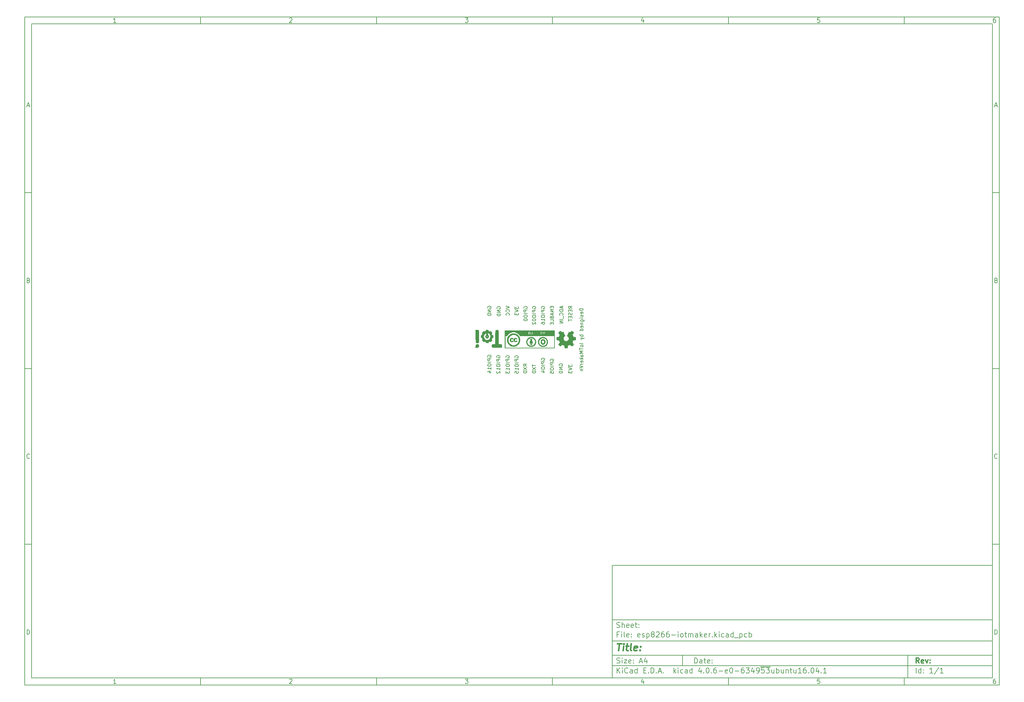
<source format=gbo>
G04 #@! TF.FileFunction,Legend,Bot*
%FSLAX46Y46*%
G04 Gerber Fmt 4.6, Leading zero omitted, Abs format (unit mm)*
G04 Created by KiCad (PCBNEW 4.0.6-e0-6349~53~ubuntu16.04.1) date Sun Nov 12 12:03:47 2017*
%MOMM*%
%LPD*%
G01*
G04 APERTURE LIST*
%ADD10C,0.100000*%
%ADD11C,0.150000*%
%ADD12C,0.300000*%
%ADD13C,0.400000*%
%ADD14C,0.200000*%
%ADD15C,0.010000*%
G04 APERTURE END LIST*
D10*
D11*
X177002200Y-166007200D02*
X177002200Y-198007200D01*
X285002200Y-198007200D01*
X285002200Y-166007200D01*
X177002200Y-166007200D01*
D10*
D11*
X10000000Y-10000000D02*
X10000000Y-200007200D01*
X287002200Y-200007200D01*
X287002200Y-10000000D01*
X10000000Y-10000000D01*
D10*
D11*
X12000000Y-12000000D02*
X12000000Y-198007200D01*
X285002200Y-198007200D01*
X285002200Y-12000000D01*
X12000000Y-12000000D01*
D10*
D11*
X60000000Y-12000000D02*
X60000000Y-10000000D01*
D10*
D11*
X110000000Y-12000000D02*
X110000000Y-10000000D01*
D10*
D11*
X160000000Y-12000000D02*
X160000000Y-10000000D01*
D10*
D11*
X210000000Y-12000000D02*
X210000000Y-10000000D01*
D10*
D11*
X260000000Y-12000000D02*
X260000000Y-10000000D01*
D10*
D11*
X35990476Y-11588095D02*
X35247619Y-11588095D01*
X35619048Y-11588095D02*
X35619048Y-10288095D01*
X35495238Y-10473810D01*
X35371429Y-10597619D01*
X35247619Y-10659524D01*
D10*
D11*
X85247619Y-10411905D02*
X85309524Y-10350000D01*
X85433333Y-10288095D01*
X85742857Y-10288095D01*
X85866667Y-10350000D01*
X85928571Y-10411905D01*
X85990476Y-10535714D01*
X85990476Y-10659524D01*
X85928571Y-10845238D01*
X85185714Y-11588095D01*
X85990476Y-11588095D01*
D10*
D11*
X135185714Y-10288095D02*
X135990476Y-10288095D01*
X135557143Y-10783333D01*
X135742857Y-10783333D01*
X135866667Y-10845238D01*
X135928571Y-10907143D01*
X135990476Y-11030952D01*
X135990476Y-11340476D01*
X135928571Y-11464286D01*
X135866667Y-11526190D01*
X135742857Y-11588095D01*
X135371429Y-11588095D01*
X135247619Y-11526190D01*
X135185714Y-11464286D01*
D10*
D11*
X185866667Y-10721429D02*
X185866667Y-11588095D01*
X185557143Y-10226190D02*
X185247619Y-11154762D01*
X186052381Y-11154762D01*
D10*
D11*
X235928571Y-10288095D02*
X235309524Y-10288095D01*
X235247619Y-10907143D01*
X235309524Y-10845238D01*
X235433333Y-10783333D01*
X235742857Y-10783333D01*
X235866667Y-10845238D01*
X235928571Y-10907143D01*
X235990476Y-11030952D01*
X235990476Y-11340476D01*
X235928571Y-11464286D01*
X235866667Y-11526190D01*
X235742857Y-11588095D01*
X235433333Y-11588095D01*
X235309524Y-11526190D01*
X235247619Y-11464286D01*
D10*
D11*
X285866667Y-10288095D02*
X285619048Y-10288095D01*
X285495238Y-10350000D01*
X285433333Y-10411905D01*
X285309524Y-10597619D01*
X285247619Y-10845238D01*
X285247619Y-11340476D01*
X285309524Y-11464286D01*
X285371429Y-11526190D01*
X285495238Y-11588095D01*
X285742857Y-11588095D01*
X285866667Y-11526190D01*
X285928571Y-11464286D01*
X285990476Y-11340476D01*
X285990476Y-11030952D01*
X285928571Y-10907143D01*
X285866667Y-10845238D01*
X285742857Y-10783333D01*
X285495238Y-10783333D01*
X285371429Y-10845238D01*
X285309524Y-10907143D01*
X285247619Y-11030952D01*
D10*
D11*
X60000000Y-198007200D02*
X60000000Y-200007200D01*
D10*
D11*
X110000000Y-198007200D02*
X110000000Y-200007200D01*
D10*
D11*
X160000000Y-198007200D02*
X160000000Y-200007200D01*
D10*
D11*
X210000000Y-198007200D02*
X210000000Y-200007200D01*
D10*
D11*
X260000000Y-198007200D02*
X260000000Y-200007200D01*
D10*
D11*
X35990476Y-199595295D02*
X35247619Y-199595295D01*
X35619048Y-199595295D02*
X35619048Y-198295295D01*
X35495238Y-198481010D01*
X35371429Y-198604819D01*
X35247619Y-198666724D01*
D10*
D11*
X85247619Y-198419105D02*
X85309524Y-198357200D01*
X85433333Y-198295295D01*
X85742857Y-198295295D01*
X85866667Y-198357200D01*
X85928571Y-198419105D01*
X85990476Y-198542914D01*
X85990476Y-198666724D01*
X85928571Y-198852438D01*
X85185714Y-199595295D01*
X85990476Y-199595295D01*
D10*
D11*
X135185714Y-198295295D02*
X135990476Y-198295295D01*
X135557143Y-198790533D01*
X135742857Y-198790533D01*
X135866667Y-198852438D01*
X135928571Y-198914343D01*
X135990476Y-199038152D01*
X135990476Y-199347676D01*
X135928571Y-199471486D01*
X135866667Y-199533390D01*
X135742857Y-199595295D01*
X135371429Y-199595295D01*
X135247619Y-199533390D01*
X135185714Y-199471486D01*
D10*
D11*
X185866667Y-198728629D02*
X185866667Y-199595295D01*
X185557143Y-198233390D02*
X185247619Y-199161962D01*
X186052381Y-199161962D01*
D10*
D11*
X235928571Y-198295295D02*
X235309524Y-198295295D01*
X235247619Y-198914343D01*
X235309524Y-198852438D01*
X235433333Y-198790533D01*
X235742857Y-198790533D01*
X235866667Y-198852438D01*
X235928571Y-198914343D01*
X235990476Y-199038152D01*
X235990476Y-199347676D01*
X235928571Y-199471486D01*
X235866667Y-199533390D01*
X235742857Y-199595295D01*
X235433333Y-199595295D01*
X235309524Y-199533390D01*
X235247619Y-199471486D01*
D10*
D11*
X285866667Y-198295295D02*
X285619048Y-198295295D01*
X285495238Y-198357200D01*
X285433333Y-198419105D01*
X285309524Y-198604819D01*
X285247619Y-198852438D01*
X285247619Y-199347676D01*
X285309524Y-199471486D01*
X285371429Y-199533390D01*
X285495238Y-199595295D01*
X285742857Y-199595295D01*
X285866667Y-199533390D01*
X285928571Y-199471486D01*
X285990476Y-199347676D01*
X285990476Y-199038152D01*
X285928571Y-198914343D01*
X285866667Y-198852438D01*
X285742857Y-198790533D01*
X285495238Y-198790533D01*
X285371429Y-198852438D01*
X285309524Y-198914343D01*
X285247619Y-199038152D01*
D10*
D11*
X10000000Y-60000000D02*
X12000000Y-60000000D01*
D10*
D11*
X10000000Y-110000000D02*
X12000000Y-110000000D01*
D10*
D11*
X10000000Y-160000000D02*
X12000000Y-160000000D01*
D10*
D11*
X10690476Y-35216667D02*
X11309524Y-35216667D01*
X10566667Y-35588095D02*
X11000000Y-34288095D01*
X11433333Y-35588095D01*
D10*
D11*
X11092857Y-84907143D02*
X11278571Y-84969048D01*
X11340476Y-85030952D01*
X11402381Y-85154762D01*
X11402381Y-85340476D01*
X11340476Y-85464286D01*
X11278571Y-85526190D01*
X11154762Y-85588095D01*
X10659524Y-85588095D01*
X10659524Y-84288095D01*
X11092857Y-84288095D01*
X11216667Y-84350000D01*
X11278571Y-84411905D01*
X11340476Y-84535714D01*
X11340476Y-84659524D01*
X11278571Y-84783333D01*
X11216667Y-84845238D01*
X11092857Y-84907143D01*
X10659524Y-84907143D01*
D10*
D11*
X11402381Y-135464286D02*
X11340476Y-135526190D01*
X11154762Y-135588095D01*
X11030952Y-135588095D01*
X10845238Y-135526190D01*
X10721429Y-135402381D01*
X10659524Y-135278571D01*
X10597619Y-135030952D01*
X10597619Y-134845238D01*
X10659524Y-134597619D01*
X10721429Y-134473810D01*
X10845238Y-134350000D01*
X11030952Y-134288095D01*
X11154762Y-134288095D01*
X11340476Y-134350000D01*
X11402381Y-134411905D01*
D10*
D11*
X10659524Y-185588095D02*
X10659524Y-184288095D01*
X10969048Y-184288095D01*
X11154762Y-184350000D01*
X11278571Y-184473810D01*
X11340476Y-184597619D01*
X11402381Y-184845238D01*
X11402381Y-185030952D01*
X11340476Y-185278571D01*
X11278571Y-185402381D01*
X11154762Y-185526190D01*
X10969048Y-185588095D01*
X10659524Y-185588095D01*
D10*
D11*
X287002200Y-60000000D02*
X285002200Y-60000000D01*
D10*
D11*
X287002200Y-110000000D02*
X285002200Y-110000000D01*
D10*
D11*
X287002200Y-160000000D02*
X285002200Y-160000000D01*
D10*
D11*
X285692676Y-35216667D02*
X286311724Y-35216667D01*
X285568867Y-35588095D02*
X286002200Y-34288095D01*
X286435533Y-35588095D01*
D10*
D11*
X286095057Y-84907143D02*
X286280771Y-84969048D01*
X286342676Y-85030952D01*
X286404581Y-85154762D01*
X286404581Y-85340476D01*
X286342676Y-85464286D01*
X286280771Y-85526190D01*
X286156962Y-85588095D01*
X285661724Y-85588095D01*
X285661724Y-84288095D01*
X286095057Y-84288095D01*
X286218867Y-84350000D01*
X286280771Y-84411905D01*
X286342676Y-84535714D01*
X286342676Y-84659524D01*
X286280771Y-84783333D01*
X286218867Y-84845238D01*
X286095057Y-84907143D01*
X285661724Y-84907143D01*
D10*
D11*
X286404581Y-135464286D02*
X286342676Y-135526190D01*
X286156962Y-135588095D01*
X286033152Y-135588095D01*
X285847438Y-135526190D01*
X285723629Y-135402381D01*
X285661724Y-135278571D01*
X285599819Y-135030952D01*
X285599819Y-134845238D01*
X285661724Y-134597619D01*
X285723629Y-134473810D01*
X285847438Y-134350000D01*
X286033152Y-134288095D01*
X286156962Y-134288095D01*
X286342676Y-134350000D01*
X286404581Y-134411905D01*
D10*
D11*
X285661724Y-185588095D02*
X285661724Y-184288095D01*
X285971248Y-184288095D01*
X286156962Y-184350000D01*
X286280771Y-184473810D01*
X286342676Y-184597619D01*
X286404581Y-184845238D01*
X286404581Y-185030952D01*
X286342676Y-185278571D01*
X286280771Y-185402381D01*
X286156962Y-185526190D01*
X285971248Y-185588095D01*
X285661724Y-185588095D01*
D10*
D11*
X200359343Y-193785771D02*
X200359343Y-192285771D01*
X200716486Y-192285771D01*
X200930771Y-192357200D01*
X201073629Y-192500057D01*
X201145057Y-192642914D01*
X201216486Y-192928629D01*
X201216486Y-193142914D01*
X201145057Y-193428629D01*
X201073629Y-193571486D01*
X200930771Y-193714343D01*
X200716486Y-193785771D01*
X200359343Y-193785771D01*
X202502200Y-193785771D02*
X202502200Y-193000057D01*
X202430771Y-192857200D01*
X202287914Y-192785771D01*
X202002200Y-192785771D01*
X201859343Y-192857200D01*
X202502200Y-193714343D02*
X202359343Y-193785771D01*
X202002200Y-193785771D01*
X201859343Y-193714343D01*
X201787914Y-193571486D01*
X201787914Y-193428629D01*
X201859343Y-193285771D01*
X202002200Y-193214343D01*
X202359343Y-193214343D01*
X202502200Y-193142914D01*
X203002200Y-192785771D02*
X203573629Y-192785771D01*
X203216486Y-192285771D02*
X203216486Y-193571486D01*
X203287914Y-193714343D01*
X203430772Y-193785771D01*
X203573629Y-193785771D01*
X204645057Y-193714343D02*
X204502200Y-193785771D01*
X204216486Y-193785771D01*
X204073629Y-193714343D01*
X204002200Y-193571486D01*
X204002200Y-193000057D01*
X204073629Y-192857200D01*
X204216486Y-192785771D01*
X204502200Y-192785771D01*
X204645057Y-192857200D01*
X204716486Y-193000057D01*
X204716486Y-193142914D01*
X204002200Y-193285771D01*
X205359343Y-193642914D02*
X205430771Y-193714343D01*
X205359343Y-193785771D01*
X205287914Y-193714343D01*
X205359343Y-193642914D01*
X205359343Y-193785771D01*
X205359343Y-192857200D02*
X205430771Y-192928629D01*
X205359343Y-193000057D01*
X205287914Y-192928629D01*
X205359343Y-192857200D01*
X205359343Y-193000057D01*
D10*
D11*
X177002200Y-194507200D02*
X285002200Y-194507200D01*
D10*
D11*
X178359343Y-196585771D02*
X178359343Y-195085771D01*
X179216486Y-196585771D02*
X178573629Y-195728629D01*
X179216486Y-195085771D02*
X178359343Y-195942914D01*
X179859343Y-196585771D02*
X179859343Y-195585771D01*
X179859343Y-195085771D02*
X179787914Y-195157200D01*
X179859343Y-195228629D01*
X179930771Y-195157200D01*
X179859343Y-195085771D01*
X179859343Y-195228629D01*
X181430772Y-196442914D02*
X181359343Y-196514343D01*
X181145057Y-196585771D01*
X181002200Y-196585771D01*
X180787915Y-196514343D01*
X180645057Y-196371486D01*
X180573629Y-196228629D01*
X180502200Y-195942914D01*
X180502200Y-195728629D01*
X180573629Y-195442914D01*
X180645057Y-195300057D01*
X180787915Y-195157200D01*
X181002200Y-195085771D01*
X181145057Y-195085771D01*
X181359343Y-195157200D01*
X181430772Y-195228629D01*
X182716486Y-196585771D02*
X182716486Y-195800057D01*
X182645057Y-195657200D01*
X182502200Y-195585771D01*
X182216486Y-195585771D01*
X182073629Y-195657200D01*
X182716486Y-196514343D02*
X182573629Y-196585771D01*
X182216486Y-196585771D01*
X182073629Y-196514343D01*
X182002200Y-196371486D01*
X182002200Y-196228629D01*
X182073629Y-196085771D01*
X182216486Y-196014343D01*
X182573629Y-196014343D01*
X182716486Y-195942914D01*
X184073629Y-196585771D02*
X184073629Y-195085771D01*
X184073629Y-196514343D02*
X183930772Y-196585771D01*
X183645058Y-196585771D01*
X183502200Y-196514343D01*
X183430772Y-196442914D01*
X183359343Y-196300057D01*
X183359343Y-195871486D01*
X183430772Y-195728629D01*
X183502200Y-195657200D01*
X183645058Y-195585771D01*
X183930772Y-195585771D01*
X184073629Y-195657200D01*
X185930772Y-195800057D02*
X186430772Y-195800057D01*
X186645058Y-196585771D02*
X185930772Y-196585771D01*
X185930772Y-195085771D01*
X186645058Y-195085771D01*
X187287915Y-196442914D02*
X187359343Y-196514343D01*
X187287915Y-196585771D01*
X187216486Y-196514343D01*
X187287915Y-196442914D01*
X187287915Y-196585771D01*
X188002201Y-196585771D02*
X188002201Y-195085771D01*
X188359344Y-195085771D01*
X188573629Y-195157200D01*
X188716487Y-195300057D01*
X188787915Y-195442914D01*
X188859344Y-195728629D01*
X188859344Y-195942914D01*
X188787915Y-196228629D01*
X188716487Y-196371486D01*
X188573629Y-196514343D01*
X188359344Y-196585771D01*
X188002201Y-196585771D01*
X189502201Y-196442914D02*
X189573629Y-196514343D01*
X189502201Y-196585771D01*
X189430772Y-196514343D01*
X189502201Y-196442914D01*
X189502201Y-196585771D01*
X190145058Y-196157200D02*
X190859344Y-196157200D01*
X190002201Y-196585771D02*
X190502201Y-195085771D01*
X191002201Y-196585771D01*
X191502201Y-196442914D02*
X191573629Y-196514343D01*
X191502201Y-196585771D01*
X191430772Y-196514343D01*
X191502201Y-196442914D01*
X191502201Y-196585771D01*
X194502201Y-196585771D02*
X194502201Y-195085771D01*
X194645058Y-196014343D02*
X195073629Y-196585771D01*
X195073629Y-195585771D02*
X194502201Y-196157200D01*
X195716487Y-196585771D02*
X195716487Y-195585771D01*
X195716487Y-195085771D02*
X195645058Y-195157200D01*
X195716487Y-195228629D01*
X195787915Y-195157200D01*
X195716487Y-195085771D01*
X195716487Y-195228629D01*
X197073630Y-196514343D02*
X196930773Y-196585771D01*
X196645059Y-196585771D01*
X196502201Y-196514343D01*
X196430773Y-196442914D01*
X196359344Y-196300057D01*
X196359344Y-195871486D01*
X196430773Y-195728629D01*
X196502201Y-195657200D01*
X196645059Y-195585771D01*
X196930773Y-195585771D01*
X197073630Y-195657200D01*
X198359344Y-196585771D02*
X198359344Y-195800057D01*
X198287915Y-195657200D01*
X198145058Y-195585771D01*
X197859344Y-195585771D01*
X197716487Y-195657200D01*
X198359344Y-196514343D02*
X198216487Y-196585771D01*
X197859344Y-196585771D01*
X197716487Y-196514343D01*
X197645058Y-196371486D01*
X197645058Y-196228629D01*
X197716487Y-196085771D01*
X197859344Y-196014343D01*
X198216487Y-196014343D01*
X198359344Y-195942914D01*
X199716487Y-196585771D02*
X199716487Y-195085771D01*
X199716487Y-196514343D02*
X199573630Y-196585771D01*
X199287916Y-196585771D01*
X199145058Y-196514343D01*
X199073630Y-196442914D01*
X199002201Y-196300057D01*
X199002201Y-195871486D01*
X199073630Y-195728629D01*
X199145058Y-195657200D01*
X199287916Y-195585771D01*
X199573630Y-195585771D01*
X199716487Y-195657200D01*
X202216487Y-195585771D02*
X202216487Y-196585771D01*
X201859344Y-195014343D02*
X201502201Y-196085771D01*
X202430773Y-196085771D01*
X203002201Y-196442914D02*
X203073629Y-196514343D01*
X203002201Y-196585771D01*
X202930772Y-196514343D01*
X203002201Y-196442914D01*
X203002201Y-196585771D01*
X204002201Y-195085771D02*
X204145058Y-195085771D01*
X204287915Y-195157200D01*
X204359344Y-195228629D01*
X204430773Y-195371486D01*
X204502201Y-195657200D01*
X204502201Y-196014343D01*
X204430773Y-196300057D01*
X204359344Y-196442914D01*
X204287915Y-196514343D01*
X204145058Y-196585771D01*
X204002201Y-196585771D01*
X203859344Y-196514343D01*
X203787915Y-196442914D01*
X203716487Y-196300057D01*
X203645058Y-196014343D01*
X203645058Y-195657200D01*
X203716487Y-195371486D01*
X203787915Y-195228629D01*
X203859344Y-195157200D01*
X204002201Y-195085771D01*
X205145058Y-196442914D02*
X205216486Y-196514343D01*
X205145058Y-196585771D01*
X205073629Y-196514343D01*
X205145058Y-196442914D01*
X205145058Y-196585771D01*
X206502201Y-195085771D02*
X206216487Y-195085771D01*
X206073630Y-195157200D01*
X206002201Y-195228629D01*
X205859344Y-195442914D01*
X205787915Y-195728629D01*
X205787915Y-196300057D01*
X205859344Y-196442914D01*
X205930772Y-196514343D01*
X206073630Y-196585771D01*
X206359344Y-196585771D01*
X206502201Y-196514343D01*
X206573630Y-196442914D01*
X206645058Y-196300057D01*
X206645058Y-195942914D01*
X206573630Y-195800057D01*
X206502201Y-195728629D01*
X206359344Y-195657200D01*
X206073630Y-195657200D01*
X205930772Y-195728629D01*
X205859344Y-195800057D01*
X205787915Y-195942914D01*
X207287915Y-196014343D02*
X208430772Y-196014343D01*
X209716486Y-196514343D02*
X209573629Y-196585771D01*
X209287915Y-196585771D01*
X209145058Y-196514343D01*
X209073629Y-196371486D01*
X209073629Y-195800057D01*
X209145058Y-195657200D01*
X209287915Y-195585771D01*
X209573629Y-195585771D01*
X209716486Y-195657200D01*
X209787915Y-195800057D01*
X209787915Y-195942914D01*
X209073629Y-196085771D01*
X210716486Y-195085771D02*
X210859343Y-195085771D01*
X211002200Y-195157200D01*
X211073629Y-195228629D01*
X211145058Y-195371486D01*
X211216486Y-195657200D01*
X211216486Y-196014343D01*
X211145058Y-196300057D01*
X211073629Y-196442914D01*
X211002200Y-196514343D01*
X210859343Y-196585771D01*
X210716486Y-196585771D01*
X210573629Y-196514343D01*
X210502200Y-196442914D01*
X210430772Y-196300057D01*
X210359343Y-196014343D01*
X210359343Y-195657200D01*
X210430772Y-195371486D01*
X210502200Y-195228629D01*
X210573629Y-195157200D01*
X210716486Y-195085771D01*
X211859343Y-196014343D02*
X213002200Y-196014343D01*
X214359343Y-195085771D02*
X214073629Y-195085771D01*
X213930772Y-195157200D01*
X213859343Y-195228629D01*
X213716486Y-195442914D01*
X213645057Y-195728629D01*
X213645057Y-196300057D01*
X213716486Y-196442914D01*
X213787914Y-196514343D01*
X213930772Y-196585771D01*
X214216486Y-196585771D01*
X214359343Y-196514343D01*
X214430772Y-196442914D01*
X214502200Y-196300057D01*
X214502200Y-195942914D01*
X214430772Y-195800057D01*
X214359343Y-195728629D01*
X214216486Y-195657200D01*
X213930772Y-195657200D01*
X213787914Y-195728629D01*
X213716486Y-195800057D01*
X213645057Y-195942914D01*
X215002200Y-195085771D02*
X215930771Y-195085771D01*
X215430771Y-195657200D01*
X215645057Y-195657200D01*
X215787914Y-195728629D01*
X215859343Y-195800057D01*
X215930771Y-195942914D01*
X215930771Y-196300057D01*
X215859343Y-196442914D01*
X215787914Y-196514343D01*
X215645057Y-196585771D01*
X215216485Y-196585771D01*
X215073628Y-196514343D01*
X215002200Y-196442914D01*
X217216485Y-195585771D02*
X217216485Y-196585771D01*
X216859342Y-195014343D02*
X216502199Y-196085771D01*
X217430771Y-196085771D01*
X218073627Y-196585771D02*
X218359342Y-196585771D01*
X218502199Y-196514343D01*
X218573627Y-196442914D01*
X218716485Y-196228629D01*
X218787913Y-195942914D01*
X218787913Y-195371486D01*
X218716485Y-195228629D01*
X218645056Y-195157200D01*
X218502199Y-195085771D01*
X218216485Y-195085771D01*
X218073627Y-195157200D01*
X218002199Y-195228629D01*
X217930770Y-195371486D01*
X217930770Y-195728629D01*
X218002199Y-195871486D01*
X218073627Y-195942914D01*
X218216485Y-196014343D01*
X218502199Y-196014343D01*
X218645056Y-195942914D01*
X218716485Y-195871486D01*
X218787913Y-195728629D01*
X220145056Y-195085771D02*
X219430770Y-195085771D01*
X219359341Y-195800057D01*
X219430770Y-195728629D01*
X219573627Y-195657200D01*
X219930770Y-195657200D01*
X220073627Y-195728629D01*
X220145056Y-195800057D01*
X220216484Y-195942914D01*
X220216484Y-196300057D01*
X220145056Y-196442914D01*
X220073627Y-196514343D01*
X219930770Y-196585771D01*
X219573627Y-196585771D01*
X219430770Y-196514343D01*
X219359341Y-196442914D01*
X220716484Y-195085771D02*
X221645055Y-195085771D01*
X221145055Y-195657200D01*
X221359341Y-195657200D01*
X221502198Y-195728629D01*
X221573627Y-195800057D01*
X221645055Y-195942914D01*
X221645055Y-196300057D01*
X221573627Y-196442914D01*
X221502198Y-196514343D01*
X221359341Y-196585771D01*
X220930769Y-196585771D01*
X220787912Y-196514343D01*
X220716484Y-196442914D01*
X219073627Y-194827200D02*
X221930769Y-194827200D01*
X222930769Y-195585771D02*
X222930769Y-196585771D01*
X222287912Y-195585771D02*
X222287912Y-196371486D01*
X222359340Y-196514343D01*
X222502198Y-196585771D01*
X222716483Y-196585771D01*
X222859340Y-196514343D01*
X222930769Y-196442914D01*
X223645055Y-196585771D02*
X223645055Y-195085771D01*
X223645055Y-195657200D02*
X223787912Y-195585771D01*
X224073626Y-195585771D01*
X224216483Y-195657200D01*
X224287912Y-195728629D01*
X224359341Y-195871486D01*
X224359341Y-196300057D01*
X224287912Y-196442914D01*
X224216483Y-196514343D01*
X224073626Y-196585771D01*
X223787912Y-196585771D01*
X223645055Y-196514343D01*
X225645055Y-195585771D02*
X225645055Y-196585771D01*
X225002198Y-195585771D02*
X225002198Y-196371486D01*
X225073626Y-196514343D01*
X225216484Y-196585771D01*
X225430769Y-196585771D01*
X225573626Y-196514343D01*
X225645055Y-196442914D01*
X226359341Y-195585771D02*
X226359341Y-196585771D01*
X226359341Y-195728629D02*
X226430769Y-195657200D01*
X226573627Y-195585771D01*
X226787912Y-195585771D01*
X226930769Y-195657200D01*
X227002198Y-195800057D01*
X227002198Y-196585771D01*
X227502198Y-195585771D02*
X228073627Y-195585771D01*
X227716484Y-195085771D02*
X227716484Y-196371486D01*
X227787912Y-196514343D01*
X227930770Y-196585771D01*
X228073627Y-196585771D01*
X229216484Y-195585771D02*
X229216484Y-196585771D01*
X228573627Y-195585771D02*
X228573627Y-196371486D01*
X228645055Y-196514343D01*
X228787913Y-196585771D01*
X229002198Y-196585771D01*
X229145055Y-196514343D01*
X229216484Y-196442914D01*
X230716484Y-196585771D02*
X229859341Y-196585771D01*
X230287913Y-196585771D02*
X230287913Y-195085771D01*
X230145056Y-195300057D01*
X230002198Y-195442914D01*
X229859341Y-195514343D01*
X232002198Y-195085771D02*
X231716484Y-195085771D01*
X231573627Y-195157200D01*
X231502198Y-195228629D01*
X231359341Y-195442914D01*
X231287912Y-195728629D01*
X231287912Y-196300057D01*
X231359341Y-196442914D01*
X231430769Y-196514343D01*
X231573627Y-196585771D01*
X231859341Y-196585771D01*
X232002198Y-196514343D01*
X232073627Y-196442914D01*
X232145055Y-196300057D01*
X232145055Y-195942914D01*
X232073627Y-195800057D01*
X232002198Y-195728629D01*
X231859341Y-195657200D01*
X231573627Y-195657200D01*
X231430769Y-195728629D01*
X231359341Y-195800057D01*
X231287912Y-195942914D01*
X232787912Y-196442914D02*
X232859340Y-196514343D01*
X232787912Y-196585771D01*
X232716483Y-196514343D01*
X232787912Y-196442914D01*
X232787912Y-196585771D01*
X233787912Y-195085771D02*
X233930769Y-195085771D01*
X234073626Y-195157200D01*
X234145055Y-195228629D01*
X234216484Y-195371486D01*
X234287912Y-195657200D01*
X234287912Y-196014343D01*
X234216484Y-196300057D01*
X234145055Y-196442914D01*
X234073626Y-196514343D01*
X233930769Y-196585771D01*
X233787912Y-196585771D01*
X233645055Y-196514343D01*
X233573626Y-196442914D01*
X233502198Y-196300057D01*
X233430769Y-196014343D01*
X233430769Y-195657200D01*
X233502198Y-195371486D01*
X233573626Y-195228629D01*
X233645055Y-195157200D01*
X233787912Y-195085771D01*
X235573626Y-195585771D02*
X235573626Y-196585771D01*
X235216483Y-195014343D02*
X234859340Y-196085771D01*
X235787912Y-196085771D01*
X236359340Y-196442914D02*
X236430768Y-196514343D01*
X236359340Y-196585771D01*
X236287911Y-196514343D01*
X236359340Y-196442914D01*
X236359340Y-196585771D01*
X237859340Y-196585771D02*
X237002197Y-196585771D01*
X237430769Y-196585771D02*
X237430769Y-195085771D01*
X237287912Y-195300057D01*
X237145054Y-195442914D01*
X237002197Y-195514343D01*
D10*
D11*
X177002200Y-191507200D02*
X285002200Y-191507200D01*
D10*
D12*
X264216486Y-193785771D02*
X263716486Y-193071486D01*
X263359343Y-193785771D02*
X263359343Y-192285771D01*
X263930771Y-192285771D01*
X264073629Y-192357200D01*
X264145057Y-192428629D01*
X264216486Y-192571486D01*
X264216486Y-192785771D01*
X264145057Y-192928629D01*
X264073629Y-193000057D01*
X263930771Y-193071486D01*
X263359343Y-193071486D01*
X265430771Y-193714343D02*
X265287914Y-193785771D01*
X265002200Y-193785771D01*
X264859343Y-193714343D01*
X264787914Y-193571486D01*
X264787914Y-193000057D01*
X264859343Y-192857200D01*
X265002200Y-192785771D01*
X265287914Y-192785771D01*
X265430771Y-192857200D01*
X265502200Y-193000057D01*
X265502200Y-193142914D01*
X264787914Y-193285771D01*
X266002200Y-192785771D02*
X266359343Y-193785771D01*
X266716485Y-192785771D01*
X267287914Y-193642914D02*
X267359342Y-193714343D01*
X267287914Y-193785771D01*
X267216485Y-193714343D01*
X267287914Y-193642914D01*
X267287914Y-193785771D01*
X267287914Y-192857200D02*
X267359342Y-192928629D01*
X267287914Y-193000057D01*
X267216485Y-192928629D01*
X267287914Y-192857200D01*
X267287914Y-193000057D01*
D10*
D11*
X178287914Y-193714343D02*
X178502200Y-193785771D01*
X178859343Y-193785771D01*
X179002200Y-193714343D01*
X179073629Y-193642914D01*
X179145057Y-193500057D01*
X179145057Y-193357200D01*
X179073629Y-193214343D01*
X179002200Y-193142914D01*
X178859343Y-193071486D01*
X178573629Y-193000057D01*
X178430771Y-192928629D01*
X178359343Y-192857200D01*
X178287914Y-192714343D01*
X178287914Y-192571486D01*
X178359343Y-192428629D01*
X178430771Y-192357200D01*
X178573629Y-192285771D01*
X178930771Y-192285771D01*
X179145057Y-192357200D01*
X179787914Y-193785771D02*
X179787914Y-192785771D01*
X179787914Y-192285771D02*
X179716485Y-192357200D01*
X179787914Y-192428629D01*
X179859342Y-192357200D01*
X179787914Y-192285771D01*
X179787914Y-192428629D01*
X180359343Y-192785771D02*
X181145057Y-192785771D01*
X180359343Y-193785771D01*
X181145057Y-193785771D01*
X182287914Y-193714343D02*
X182145057Y-193785771D01*
X181859343Y-193785771D01*
X181716486Y-193714343D01*
X181645057Y-193571486D01*
X181645057Y-193000057D01*
X181716486Y-192857200D01*
X181859343Y-192785771D01*
X182145057Y-192785771D01*
X182287914Y-192857200D01*
X182359343Y-193000057D01*
X182359343Y-193142914D01*
X181645057Y-193285771D01*
X183002200Y-193642914D02*
X183073628Y-193714343D01*
X183002200Y-193785771D01*
X182930771Y-193714343D01*
X183002200Y-193642914D01*
X183002200Y-193785771D01*
X183002200Y-192857200D02*
X183073628Y-192928629D01*
X183002200Y-193000057D01*
X182930771Y-192928629D01*
X183002200Y-192857200D01*
X183002200Y-193000057D01*
X184787914Y-193357200D02*
X185502200Y-193357200D01*
X184645057Y-193785771D02*
X185145057Y-192285771D01*
X185645057Y-193785771D01*
X186787914Y-192785771D02*
X186787914Y-193785771D01*
X186430771Y-192214343D02*
X186073628Y-193285771D01*
X187002200Y-193285771D01*
D10*
D11*
X263359343Y-196585771D02*
X263359343Y-195085771D01*
X264716486Y-196585771D02*
X264716486Y-195085771D01*
X264716486Y-196514343D02*
X264573629Y-196585771D01*
X264287915Y-196585771D01*
X264145057Y-196514343D01*
X264073629Y-196442914D01*
X264002200Y-196300057D01*
X264002200Y-195871486D01*
X264073629Y-195728629D01*
X264145057Y-195657200D01*
X264287915Y-195585771D01*
X264573629Y-195585771D01*
X264716486Y-195657200D01*
X265430772Y-196442914D02*
X265502200Y-196514343D01*
X265430772Y-196585771D01*
X265359343Y-196514343D01*
X265430772Y-196442914D01*
X265430772Y-196585771D01*
X265430772Y-195657200D02*
X265502200Y-195728629D01*
X265430772Y-195800057D01*
X265359343Y-195728629D01*
X265430772Y-195657200D01*
X265430772Y-195800057D01*
X268073629Y-196585771D02*
X267216486Y-196585771D01*
X267645058Y-196585771D02*
X267645058Y-195085771D01*
X267502201Y-195300057D01*
X267359343Y-195442914D01*
X267216486Y-195514343D01*
X269787914Y-195014343D02*
X268502200Y-196942914D01*
X271073629Y-196585771D02*
X270216486Y-196585771D01*
X270645058Y-196585771D02*
X270645058Y-195085771D01*
X270502201Y-195300057D01*
X270359343Y-195442914D01*
X270216486Y-195514343D01*
D10*
D11*
X177002200Y-187507200D02*
X285002200Y-187507200D01*
D10*
D13*
X178454581Y-188211962D02*
X179597438Y-188211962D01*
X178776010Y-190211962D02*
X179026010Y-188211962D01*
X180014105Y-190211962D02*
X180180771Y-188878629D01*
X180264105Y-188211962D02*
X180156962Y-188307200D01*
X180240295Y-188402438D01*
X180347439Y-188307200D01*
X180264105Y-188211962D01*
X180240295Y-188402438D01*
X180847438Y-188878629D02*
X181609343Y-188878629D01*
X181216486Y-188211962D02*
X181002200Y-189926248D01*
X181073630Y-190116724D01*
X181252201Y-190211962D01*
X181442677Y-190211962D01*
X182395058Y-190211962D02*
X182216487Y-190116724D01*
X182145057Y-189926248D01*
X182359343Y-188211962D01*
X183930772Y-190116724D02*
X183728391Y-190211962D01*
X183347439Y-190211962D01*
X183168867Y-190116724D01*
X183097438Y-189926248D01*
X183192676Y-189164343D01*
X183311724Y-188973867D01*
X183514105Y-188878629D01*
X183895057Y-188878629D01*
X184073629Y-188973867D01*
X184145057Y-189164343D01*
X184121248Y-189354819D01*
X183145057Y-189545295D01*
X184895057Y-190021486D02*
X184978392Y-190116724D01*
X184871248Y-190211962D01*
X184787915Y-190116724D01*
X184895057Y-190021486D01*
X184871248Y-190211962D01*
X185026010Y-188973867D02*
X185109344Y-189069105D01*
X185002200Y-189164343D01*
X184918867Y-189069105D01*
X185026010Y-188973867D01*
X185002200Y-189164343D01*
D10*
D11*
X178859343Y-185600057D02*
X178359343Y-185600057D01*
X178359343Y-186385771D02*
X178359343Y-184885771D01*
X179073629Y-184885771D01*
X179645057Y-186385771D02*
X179645057Y-185385771D01*
X179645057Y-184885771D02*
X179573628Y-184957200D01*
X179645057Y-185028629D01*
X179716485Y-184957200D01*
X179645057Y-184885771D01*
X179645057Y-185028629D01*
X180573629Y-186385771D02*
X180430771Y-186314343D01*
X180359343Y-186171486D01*
X180359343Y-184885771D01*
X181716485Y-186314343D02*
X181573628Y-186385771D01*
X181287914Y-186385771D01*
X181145057Y-186314343D01*
X181073628Y-186171486D01*
X181073628Y-185600057D01*
X181145057Y-185457200D01*
X181287914Y-185385771D01*
X181573628Y-185385771D01*
X181716485Y-185457200D01*
X181787914Y-185600057D01*
X181787914Y-185742914D01*
X181073628Y-185885771D01*
X182430771Y-186242914D02*
X182502199Y-186314343D01*
X182430771Y-186385771D01*
X182359342Y-186314343D01*
X182430771Y-186242914D01*
X182430771Y-186385771D01*
X182430771Y-185457200D02*
X182502199Y-185528629D01*
X182430771Y-185600057D01*
X182359342Y-185528629D01*
X182430771Y-185457200D01*
X182430771Y-185600057D01*
X184859342Y-186314343D02*
X184716485Y-186385771D01*
X184430771Y-186385771D01*
X184287914Y-186314343D01*
X184216485Y-186171486D01*
X184216485Y-185600057D01*
X184287914Y-185457200D01*
X184430771Y-185385771D01*
X184716485Y-185385771D01*
X184859342Y-185457200D01*
X184930771Y-185600057D01*
X184930771Y-185742914D01*
X184216485Y-185885771D01*
X185502199Y-186314343D02*
X185645056Y-186385771D01*
X185930771Y-186385771D01*
X186073628Y-186314343D01*
X186145056Y-186171486D01*
X186145056Y-186100057D01*
X186073628Y-185957200D01*
X185930771Y-185885771D01*
X185716485Y-185885771D01*
X185573628Y-185814343D01*
X185502199Y-185671486D01*
X185502199Y-185600057D01*
X185573628Y-185457200D01*
X185716485Y-185385771D01*
X185930771Y-185385771D01*
X186073628Y-185457200D01*
X186787914Y-185385771D02*
X186787914Y-186885771D01*
X186787914Y-185457200D02*
X186930771Y-185385771D01*
X187216485Y-185385771D01*
X187359342Y-185457200D01*
X187430771Y-185528629D01*
X187502200Y-185671486D01*
X187502200Y-186100057D01*
X187430771Y-186242914D01*
X187359342Y-186314343D01*
X187216485Y-186385771D01*
X186930771Y-186385771D01*
X186787914Y-186314343D01*
X188359343Y-185528629D02*
X188216485Y-185457200D01*
X188145057Y-185385771D01*
X188073628Y-185242914D01*
X188073628Y-185171486D01*
X188145057Y-185028629D01*
X188216485Y-184957200D01*
X188359343Y-184885771D01*
X188645057Y-184885771D01*
X188787914Y-184957200D01*
X188859343Y-185028629D01*
X188930771Y-185171486D01*
X188930771Y-185242914D01*
X188859343Y-185385771D01*
X188787914Y-185457200D01*
X188645057Y-185528629D01*
X188359343Y-185528629D01*
X188216485Y-185600057D01*
X188145057Y-185671486D01*
X188073628Y-185814343D01*
X188073628Y-186100057D01*
X188145057Y-186242914D01*
X188216485Y-186314343D01*
X188359343Y-186385771D01*
X188645057Y-186385771D01*
X188787914Y-186314343D01*
X188859343Y-186242914D01*
X188930771Y-186100057D01*
X188930771Y-185814343D01*
X188859343Y-185671486D01*
X188787914Y-185600057D01*
X188645057Y-185528629D01*
X189502199Y-185028629D02*
X189573628Y-184957200D01*
X189716485Y-184885771D01*
X190073628Y-184885771D01*
X190216485Y-184957200D01*
X190287914Y-185028629D01*
X190359342Y-185171486D01*
X190359342Y-185314343D01*
X190287914Y-185528629D01*
X189430771Y-186385771D01*
X190359342Y-186385771D01*
X191645056Y-184885771D02*
X191359342Y-184885771D01*
X191216485Y-184957200D01*
X191145056Y-185028629D01*
X191002199Y-185242914D01*
X190930770Y-185528629D01*
X190930770Y-186100057D01*
X191002199Y-186242914D01*
X191073627Y-186314343D01*
X191216485Y-186385771D01*
X191502199Y-186385771D01*
X191645056Y-186314343D01*
X191716485Y-186242914D01*
X191787913Y-186100057D01*
X191787913Y-185742914D01*
X191716485Y-185600057D01*
X191645056Y-185528629D01*
X191502199Y-185457200D01*
X191216485Y-185457200D01*
X191073627Y-185528629D01*
X191002199Y-185600057D01*
X190930770Y-185742914D01*
X193073627Y-184885771D02*
X192787913Y-184885771D01*
X192645056Y-184957200D01*
X192573627Y-185028629D01*
X192430770Y-185242914D01*
X192359341Y-185528629D01*
X192359341Y-186100057D01*
X192430770Y-186242914D01*
X192502198Y-186314343D01*
X192645056Y-186385771D01*
X192930770Y-186385771D01*
X193073627Y-186314343D01*
X193145056Y-186242914D01*
X193216484Y-186100057D01*
X193216484Y-185742914D01*
X193145056Y-185600057D01*
X193073627Y-185528629D01*
X192930770Y-185457200D01*
X192645056Y-185457200D01*
X192502198Y-185528629D01*
X192430770Y-185600057D01*
X192359341Y-185742914D01*
X193859341Y-185814343D02*
X195002198Y-185814343D01*
X195716484Y-186385771D02*
X195716484Y-185385771D01*
X195716484Y-184885771D02*
X195645055Y-184957200D01*
X195716484Y-185028629D01*
X195787912Y-184957200D01*
X195716484Y-184885771D01*
X195716484Y-185028629D01*
X196645056Y-186385771D02*
X196502198Y-186314343D01*
X196430770Y-186242914D01*
X196359341Y-186100057D01*
X196359341Y-185671486D01*
X196430770Y-185528629D01*
X196502198Y-185457200D01*
X196645056Y-185385771D01*
X196859341Y-185385771D01*
X197002198Y-185457200D01*
X197073627Y-185528629D01*
X197145056Y-185671486D01*
X197145056Y-186100057D01*
X197073627Y-186242914D01*
X197002198Y-186314343D01*
X196859341Y-186385771D01*
X196645056Y-186385771D01*
X197573627Y-185385771D02*
X198145056Y-185385771D01*
X197787913Y-184885771D02*
X197787913Y-186171486D01*
X197859341Y-186314343D01*
X198002199Y-186385771D01*
X198145056Y-186385771D01*
X198645056Y-186385771D02*
X198645056Y-185385771D01*
X198645056Y-185528629D02*
X198716484Y-185457200D01*
X198859342Y-185385771D01*
X199073627Y-185385771D01*
X199216484Y-185457200D01*
X199287913Y-185600057D01*
X199287913Y-186385771D01*
X199287913Y-185600057D02*
X199359342Y-185457200D01*
X199502199Y-185385771D01*
X199716484Y-185385771D01*
X199859342Y-185457200D01*
X199930770Y-185600057D01*
X199930770Y-186385771D01*
X201287913Y-186385771D02*
X201287913Y-185600057D01*
X201216484Y-185457200D01*
X201073627Y-185385771D01*
X200787913Y-185385771D01*
X200645056Y-185457200D01*
X201287913Y-186314343D02*
X201145056Y-186385771D01*
X200787913Y-186385771D01*
X200645056Y-186314343D01*
X200573627Y-186171486D01*
X200573627Y-186028629D01*
X200645056Y-185885771D01*
X200787913Y-185814343D01*
X201145056Y-185814343D01*
X201287913Y-185742914D01*
X202002199Y-186385771D02*
X202002199Y-184885771D01*
X202145056Y-185814343D02*
X202573627Y-186385771D01*
X202573627Y-185385771D02*
X202002199Y-185957200D01*
X203787913Y-186314343D02*
X203645056Y-186385771D01*
X203359342Y-186385771D01*
X203216485Y-186314343D01*
X203145056Y-186171486D01*
X203145056Y-185600057D01*
X203216485Y-185457200D01*
X203359342Y-185385771D01*
X203645056Y-185385771D01*
X203787913Y-185457200D01*
X203859342Y-185600057D01*
X203859342Y-185742914D01*
X203145056Y-185885771D01*
X204502199Y-186385771D02*
X204502199Y-185385771D01*
X204502199Y-185671486D02*
X204573627Y-185528629D01*
X204645056Y-185457200D01*
X204787913Y-185385771D01*
X204930770Y-185385771D01*
X205430770Y-186242914D02*
X205502198Y-186314343D01*
X205430770Y-186385771D01*
X205359341Y-186314343D01*
X205430770Y-186242914D01*
X205430770Y-186385771D01*
X206145056Y-186385771D02*
X206145056Y-184885771D01*
X206287913Y-185814343D02*
X206716484Y-186385771D01*
X206716484Y-185385771D02*
X206145056Y-185957200D01*
X207359342Y-186385771D02*
X207359342Y-185385771D01*
X207359342Y-184885771D02*
X207287913Y-184957200D01*
X207359342Y-185028629D01*
X207430770Y-184957200D01*
X207359342Y-184885771D01*
X207359342Y-185028629D01*
X208716485Y-186314343D02*
X208573628Y-186385771D01*
X208287914Y-186385771D01*
X208145056Y-186314343D01*
X208073628Y-186242914D01*
X208002199Y-186100057D01*
X208002199Y-185671486D01*
X208073628Y-185528629D01*
X208145056Y-185457200D01*
X208287914Y-185385771D01*
X208573628Y-185385771D01*
X208716485Y-185457200D01*
X210002199Y-186385771D02*
X210002199Y-185600057D01*
X209930770Y-185457200D01*
X209787913Y-185385771D01*
X209502199Y-185385771D01*
X209359342Y-185457200D01*
X210002199Y-186314343D02*
X209859342Y-186385771D01*
X209502199Y-186385771D01*
X209359342Y-186314343D01*
X209287913Y-186171486D01*
X209287913Y-186028629D01*
X209359342Y-185885771D01*
X209502199Y-185814343D01*
X209859342Y-185814343D01*
X210002199Y-185742914D01*
X211359342Y-186385771D02*
X211359342Y-184885771D01*
X211359342Y-186314343D02*
X211216485Y-186385771D01*
X210930771Y-186385771D01*
X210787913Y-186314343D01*
X210716485Y-186242914D01*
X210645056Y-186100057D01*
X210645056Y-185671486D01*
X210716485Y-185528629D01*
X210787913Y-185457200D01*
X210930771Y-185385771D01*
X211216485Y-185385771D01*
X211359342Y-185457200D01*
X211716485Y-186528629D02*
X212859342Y-186528629D01*
X213216485Y-185385771D02*
X213216485Y-186885771D01*
X213216485Y-185457200D02*
X213359342Y-185385771D01*
X213645056Y-185385771D01*
X213787913Y-185457200D01*
X213859342Y-185528629D01*
X213930771Y-185671486D01*
X213930771Y-186100057D01*
X213859342Y-186242914D01*
X213787913Y-186314343D01*
X213645056Y-186385771D01*
X213359342Y-186385771D01*
X213216485Y-186314343D01*
X215216485Y-186314343D02*
X215073628Y-186385771D01*
X214787914Y-186385771D01*
X214645056Y-186314343D01*
X214573628Y-186242914D01*
X214502199Y-186100057D01*
X214502199Y-185671486D01*
X214573628Y-185528629D01*
X214645056Y-185457200D01*
X214787914Y-185385771D01*
X215073628Y-185385771D01*
X215216485Y-185457200D01*
X215859342Y-186385771D02*
X215859342Y-184885771D01*
X215859342Y-185457200D02*
X216002199Y-185385771D01*
X216287913Y-185385771D01*
X216430770Y-185457200D01*
X216502199Y-185528629D01*
X216573628Y-185671486D01*
X216573628Y-186100057D01*
X216502199Y-186242914D01*
X216430770Y-186314343D01*
X216287913Y-186385771D01*
X216002199Y-186385771D01*
X215859342Y-186314343D01*
D10*
D11*
X177002200Y-181507200D02*
X285002200Y-181507200D01*
D10*
D11*
X178287914Y-183614343D02*
X178502200Y-183685771D01*
X178859343Y-183685771D01*
X179002200Y-183614343D01*
X179073629Y-183542914D01*
X179145057Y-183400057D01*
X179145057Y-183257200D01*
X179073629Y-183114343D01*
X179002200Y-183042914D01*
X178859343Y-182971486D01*
X178573629Y-182900057D01*
X178430771Y-182828629D01*
X178359343Y-182757200D01*
X178287914Y-182614343D01*
X178287914Y-182471486D01*
X178359343Y-182328629D01*
X178430771Y-182257200D01*
X178573629Y-182185771D01*
X178930771Y-182185771D01*
X179145057Y-182257200D01*
X179787914Y-183685771D02*
X179787914Y-182185771D01*
X180430771Y-183685771D02*
X180430771Y-182900057D01*
X180359342Y-182757200D01*
X180216485Y-182685771D01*
X180002200Y-182685771D01*
X179859342Y-182757200D01*
X179787914Y-182828629D01*
X181716485Y-183614343D02*
X181573628Y-183685771D01*
X181287914Y-183685771D01*
X181145057Y-183614343D01*
X181073628Y-183471486D01*
X181073628Y-182900057D01*
X181145057Y-182757200D01*
X181287914Y-182685771D01*
X181573628Y-182685771D01*
X181716485Y-182757200D01*
X181787914Y-182900057D01*
X181787914Y-183042914D01*
X181073628Y-183185771D01*
X183002199Y-183614343D02*
X182859342Y-183685771D01*
X182573628Y-183685771D01*
X182430771Y-183614343D01*
X182359342Y-183471486D01*
X182359342Y-182900057D01*
X182430771Y-182757200D01*
X182573628Y-182685771D01*
X182859342Y-182685771D01*
X183002199Y-182757200D01*
X183073628Y-182900057D01*
X183073628Y-183042914D01*
X182359342Y-183185771D01*
X183502199Y-182685771D02*
X184073628Y-182685771D01*
X183716485Y-182185771D02*
X183716485Y-183471486D01*
X183787913Y-183614343D01*
X183930771Y-183685771D01*
X184073628Y-183685771D01*
X184573628Y-183542914D02*
X184645056Y-183614343D01*
X184573628Y-183685771D01*
X184502199Y-183614343D01*
X184573628Y-183542914D01*
X184573628Y-183685771D01*
X184573628Y-182757200D02*
X184645056Y-182828629D01*
X184573628Y-182900057D01*
X184502199Y-182828629D01*
X184573628Y-182757200D01*
X184573628Y-182900057D01*
D10*
D11*
X197002200Y-191507200D02*
X197002200Y-194507200D01*
D10*
D11*
X261002200Y-191507200D02*
X261002200Y-198007200D01*
D14*
X168701981Y-92969866D02*
X167701981Y-92969866D01*
X167701981Y-93207961D01*
X167749600Y-93350819D01*
X167844838Y-93446057D01*
X167940076Y-93493676D01*
X168130552Y-93541295D01*
X168273410Y-93541295D01*
X168463886Y-93493676D01*
X168559124Y-93446057D01*
X168654362Y-93350819D01*
X168701981Y-93207961D01*
X168701981Y-92969866D01*
X168654362Y-94350819D02*
X168701981Y-94255581D01*
X168701981Y-94065104D01*
X168654362Y-93969866D01*
X168559124Y-93922247D01*
X168178171Y-93922247D01*
X168082933Y-93969866D01*
X168035314Y-94065104D01*
X168035314Y-94255581D01*
X168082933Y-94350819D01*
X168178171Y-94398438D01*
X168273410Y-94398438D01*
X168368648Y-93922247D01*
X168654362Y-94779390D02*
X168701981Y-94874628D01*
X168701981Y-95065104D01*
X168654362Y-95160343D01*
X168559124Y-95207962D01*
X168511505Y-95207962D01*
X168416267Y-95160343D01*
X168368648Y-95065104D01*
X168368648Y-94922247D01*
X168321029Y-94827009D01*
X168225790Y-94779390D01*
X168178171Y-94779390D01*
X168082933Y-94827009D01*
X168035314Y-94922247D01*
X168035314Y-95065104D01*
X168082933Y-95160343D01*
X168701981Y-95636533D02*
X168035314Y-95636533D01*
X167701981Y-95636533D02*
X167749600Y-95588914D01*
X167797219Y-95636533D01*
X167749600Y-95684152D01*
X167701981Y-95636533D01*
X167797219Y-95636533D01*
X168035314Y-96541295D02*
X168844838Y-96541295D01*
X168940076Y-96493676D01*
X168987695Y-96446057D01*
X169035314Y-96350818D01*
X169035314Y-96207961D01*
X168987695Y-96112723D01*
X168654362Y-96541295D02*
X168701981Y-96446057D01*
X168701981Y-96255580D01*
X168654362Y-96160342D01*
X168606743Y-96112723D01*
X168511505Y-96065104D01*
X168225790Y-96065104D01*
X168130552Y-96112723D01*
X168082933Y-96160342D01*
X168035314Y-96255580D01*
X168035314Y-96446057D01*
X168082933Y-96541295D01*
X168035314Y-97017485D02*
X168701981Y-97017485D01*
X168130552Y-97017485D02*
X168082933Y-97065104D01*
X168035314Y-97160342D01*
X168035314Y-97303200D01*
X168082933Y-97398438D01*
X168178171Y-97446057D01*
X168701981Y-97446057D01*
X168654362Y-98303200D02*
X168701981Y-98207962D01*
X168701981Y-98017485D01*
X168654362Y-97922247D01*
X168559124Y-97874628D01*
X168178171Y-97874628D01*
X168082933Y-97922247D01*
X168035314Y-98017485D01*
X168035314Y-98207962D01*
X168082933Y-98303200D01*
X168178171Y-98350819D01*
X168273410Y-98350819D01*
X168368648Y-97874628D01*
X168701981Y-99207962D02*
X167701981Y-99207962D01*
X168654362Y-99207962D02*
X168701981Y-99112724D01*
X168701981Y-98922247D01*
X168654362Y-98827009D01*
X168606743Y-98779390D01*
X168511505Y-98731771D01*
X168225790Y-98731771D01*
X168130552Y-98779390D01*
X168082933Y-98827009D01*
X168035314Y-98922247D01*
X168035314Y-99112724D01*
X168082933Y-99207962D01*
X168701981Y-100446057D02*
X167701981Y-100446057D01*
X168082933Y-100446057D02*
X168035314Y-100541295D01*
X168035314Y-100731772D01*
X168082933Y-100827010D01*
X168130552Y-100874629D01*
X168225790Y-100922248D01*
X168511505Y-100922248D01*
X168606743Y-100874629D01*
X168654362Y-100827010D01*
X168701981Y-100731772D01*
X168701981Y-100541295D01*
X168654362Y-100446057D01*
X168035314Y-101255581D02*
X168701981Y-101493676D01*
X168035314Y-101731772D02*
X168701981Y-101493676D01*
X168940076Y-101398438D01*
X168987695Y-101350819D01*
X169035314Y-101255581D01*
X168701981Y-102874629D02*
X167701981Y-102874629D01*
X168701981Y-103493676D02*
X168654362Y-103398438D01*
X168606743Y-103350819D01*
X168511505Y-103303200D01*
X168225790Y-103303200D01*
X168130552Y-103350819D01*
X168082933Y-103398438D01*
X168035314Y-103493676D01*
X168035314Y-103636534D01*
X168082933Y-103731772D01*
X168130552Y-103779391D01*
X168225790Y-103827010D01*
X168511505Y-103827010D01*
X168606743Y-103779391D01*
X168654362Y-103731772D01*
X168701981Y-103636534D01*
X168701981Y-103493676D01*
X167701981Y-104112724D02*
X167701981Y-104684153D01*
X168701981Y-104398438D02*
X167701981Y-104398438D01*
X168701981Y-105017486D02*
X167701981Y-105017486D01*
X168416267Y-105350820D01*
X167701981Y-105684153D01*
X168701981Y-105684153D01*
X168701981Y-106588915D02*
X168178171Y-106588915D01*
X168082933Y-106541296D01*
X168035314Y-106446058D01*
X168035314Y-106255581D01*
X168082933Y-106160343D01*
X168654362Y-106588915D02*
X168701981Y-106493677D01*
X168701981Y-106255581D01*
X168654362Y-106160343D01*
X168559124Y-106112724D01*
X168463886Y-106112724D01*
X168368648Y-106160343D01*
X168321029Y-106255581D01*
X168321029Y-106493677D01*
X168273410Y-106588915D01*
X168701981Y-107065105D02*
X167701981Y-107065105D01*
X168321029Y-107160343D02*
X168701981Y-107446058D01*
X168035314Y-107446058D02*
X168416267Y-107065105D01*
X168654362Y-108255582D02*
X168701981Y-108160344D01*
X168701981Y-107969867D01*
X168654362Y-107874629D01*
X168559124Y-107827010D01*
X168178171Y-107827010D01*
X168082933Y-107874629D01*
X168035314Y-107969867D01*
X168035314Y-108160344D01*
X168082933Y-108255582D01*
X168178171Y-108303201D01*
X168273410Y-108303201D01*
X168368648Y-107827010D01*
X168701981Y-108731772D02*
X168035314Y-108731772D01*
X168225790Y-108731772D02*
X168130552Y-108779391D01*
X168082933Y-108827010D01*
X168035314Y-108922248D01*
X168035314Y-109017487D01*
X167701981Y-109207963D02*
X168701981Y-109541296D01*
X167701981Y-109874630D01*
X168035314Y-110207963D02*
X168701981Y-110207963D01*
X168130552Y-110207963D02*
X168082933Y-110255582D01*
X168035314Y-110350820D01*
X168035314Y-110493678D01*
X168082933Y-110588916D01*
X168178171Y-110636535D01*
X168701981Y-110636535D01*
X141613000Y-106759620D02*
X141565381Y-106664382D01*
X141565381Y-106521525D01*
X141613000Y-106378667D01*
X141708238Y-106283429D01*
X141803476Y-106235810D01*
X141993952Y-106188191D01*
X142136810Y-106188191D01*
X142327286Y-106235810D01*
X142422524Y-106283429D01*
X142517762Y-106378667D01*
X142565381Y-106521525D01*
X142565381Y-106616763D01*
X142517762Y-106759620D01*
X142470143Y-106807239D01*
X142136810Y-106807239D01*
X142136810Y-106616763D01*
X142565381Y-107235810D02*
X141565381Y-107235810D01*
X141565381Y-107616763D01*
X141613000Y-107712001D01*
X141660619Y-107759620D01*
X141755857Y-107807239D01*
X141898714Y-107807239D01*
X141993952Y-107759620D01*
X142041571Y-107712001D01*
X142089190Y-107616763D01*
X142089190Y-107235810D01*
X142565381Y-108235810D02*
X141565381Y-108235810D01*
X141565381Y-108902476D02*
X141565381Y-109092953D01*
X141613000Y-109188191D01*
X141708238Y-109283429D01*
X141898714Y-109331048D01*
X142232048Y-109331048D01*
X142422524Y-109283429D01*
X142517762Y-109188191D01*
X142565381Y-109092953D01*
X142565381Y-108902476D01*
X142517762Y-108807238D01*
X142422524Y-108712000D01*
X142232048Y-108664381D01*
X141898714Y-108664381D01*
X141708238Y-108712000D01*
X141613000Y-108807238D01*
X141565381Y-108902476D01*
X142565381Y-110283429D02*
X142565381Y-109712000D01*
X142565381Y-109997714D02*
X141565381Y-109997714D01*
X141708238Y-109902476D01*
X141803476Y-109807238D01*
X141851095Y-109712000D01*
X141898714Y-111140572D02*
X142565381Y-111140572D01*
X141517762Y-110902476D02*
X142232048Y-110664381D01*
X142232048Y-111283429D01*
X144153000Y-106886620D02*
X144105381Y-106791382D01*
X144105381Y-106648525D01*
X144153000Y-106505667D01*
X144248238Y-106410429D01*
X144343476Y-106362810D01*
X144533952Y-106315191D01*
X144676810Y-106315191D01*
X144867286Y-106362810D01*
X144962524Y-106410429D01*
X145057762Y-106505667D01*
X145105381Y-106648525D01*
X145105381Y-106743763D01*
X145057762Y-106886620D01*
X145010143Y-106934239D01*
X144676810Y-106934239D01*
X144676810Y-106743763D01*
X145105381Y-107362810D02*
X144105381Y-107362810D01*
X144105381Y-107743763D01*
X144153000Y-107839001D01*
X144200619Y-107886620D01*
X144295857Y-107934239D01*
X144438714Y-107934239D01*
X144533952Y-107886620D01*
X144581571Y-107839001D01*
X144629190Y-107743763D01*
X144629190Y-107362810D01*
X145105381Y-108362810D02*
X144105381Y-108362810D01*
X144105381Y-109029476D02*
X144105381Y-109219953D01*
X144153000Y-109315191D01*
X144248238Y-109410429D01*
X144438714Y-109458048D01*
X144772048Y-109458048D01*
X144962524Y-109410429D01*
X145057762Y-109315191D01*
X145105381Y-109219953D01*
X145105381Y-109029476D01*
X145057762Y-108934238D01*
X144962524Y-108839000D01*
X144772048Y-108791381D01*
X144438714Y-108791381D01*
X144248238Y-108839000D01*
X144153000Y-108934238D01*
X144105381Y-109029476D01*
X145105381Y-110410429D02*
X145105381Y-109839000D01*
X145105381Y-110124714D02*
X144105381Y-110124714D01*
X144248238Y-110029476D01*
X144343476Y-109934238D01*
X144391095Y-109839000D01*
X144200619Y-110791381D02*
X144153000Y-110839000D01*
X144105381Y-110934238D01*
X144105381Y-111172334D01*
X144153000Y-111267572D01*
X144200619Y-111315191D01*
X144295857Y-111362810D01*
X144391095Y-111362810D01*
X144533952Y-111315191D01*
X145105381Y-110743762D01*
X145105381Y-111362810D01*
X146820000Y-106886620D02*
X146772381Y-106791382D01*
X146772381Y-106648525D01*
X146820000Y-106505667D01*
X146915238Y-106410429D01*
X147010476Y-106362810D01*
X147200952Y-106315191D01*
X147343810Y-106315191D01*
X147534286Y-106362810D01*
X147629524Y-106410429D01*
X147724762Y-106505667D01*
X147772381Y-106648525D01*
X147772381Y-106743763D01*
X147724762Y-106886620D01*
X147677143Y-106934239D01*
X147343810Y-106934239D01*
X147343810Y-106743763D01*
X147772381Y-107362810D02*
X146772381Y-107362810D01*
X146772381Y-107743763D01*
X146820000Y-107839001D01*
X146867619Y-107886620D01*
X146962857Y-107934239D01*
X147105714Y-107934239D01*
X147200952Y-107886620D01*
X147248571Y-107839001D01*
X147296190Y-107743763D01*
X147296190Y-107362810D01*
X147772381Y-108362810D02*
X146772381Y-108362810D01*
X146772381Y-109029476D02*
X146772381Y-109219953D01*
X146820000Y-109315191D01*
X146915238Y-109410429D01*
X147105714Y-109458048D01*
X147439048Y-109458048D01*
X147629524Y-109410429D01*
X147724762Y-109315191D01*
X147772381Y-109219953D01*
X147772381Y-109029476D01*
X147724762Y-108934238D01*
X147629524Y-108839000D01*
X147439048Y-108791381D01*
X147105714Y-108791381D01*
X146915238Y-108839000D01*
X146820000Y-108934238D01*
X146772381Y-109029476D01*
X147772381Y-110410429D02*
X147772381Y-109839000D01*
X147772381Y-110124714D02*
X146772381Y-110124714D01*
X146915238Y-110029476D01*
X147010476Y-109934238D01*
X147058095Y-109839000D01*
X146772381Y-110743762D02*
X146772381Y-111362810D01*
X147153333Y-111029476D01*
X147153333Y-111172334D01*
X147200952Y-111267572D01*
X147248571Y-111315191D01*
X147343810Y-111362810D01*
X147581905Y-111362810D01*
X147677143Y-111315191D01*
X147724762Y-111267572D01*
X147772381Y-111172334D01*
X147772381Y-110886619D01*
X147724762Y-110791381D01*
X147677143Y-110743762D01*
X149360000Y-106886620D02*
X149312381Y-106791382D01*
X149312381Y-106648525D01*
X149360000Y-106505667D01*
X149455238Y-106410429D01*
X149550476Y-106362810D01*
X149740952Y-106315191D01*
X149883810Y-106315191D01*
X150074286Y-106362810D01*
X150169524Y-106410429D01*
X150264762Y-106505667D01*
X150312381Y-106648525D01*
X150312381Y-106743763D01*
X150264762Y-106886620D01*
X150217143Y-106934239D01*
X149883810Y-106934239D01*
X149883810Y-106743763D01*
X150312381Y-107362810D02*
X149312381Y-107362810D01*
X149312381Y-107743763D01*
X149360000Y-107839001D01*
X149407619Y-107886620D01*
X149502857Y-107934239D01*
X149645714Y-107934239D01*
X149740952Y-107886620D01*
X149788571Y-107839001D01*
X149836190Y-107743763D01*
X149836190Y-107362810D01*
X150312381Y-108362810D02*
X149312381Y-108362810D01*
X149312381Y-109029476D02*
X149312381Y-109219953D01*
X149360000Y-109315191D01*
X149455238Y-109410429D01*
X149645714Y-109458048D01*
X149979048Y-109458048D01*
X150169524Y-109410429D01*
X150264762Y-109315191D01*
X150312381Y-109219953D01*
X150312381Y-109029476D01*
X150264762Y-108934238D01*
X150169524Y-108839000D01*
X149979048Y-108791381D01*
X149645714Y-108791381D01*
X149455238Y-108839000D01*
X149360000Y-108934238D01*
X149312381Y-109029476D01*
X150312381Y-110410429D02*
X150312381Y-109839000D01*
X150312381Y-110124714D02*
X149312381Y-110124714D01*
X149455238Y-110029476D01*
X149550476Y-109934238D01*
X149598095Y-109839000D01*
X149312381Y-111315191D02*
X149312381Y-110839000D01*
X149788571Y-110791381D01*
X149740952Y-110839000D01*
X149693333Y-110934238D01*
X149693333Y-111172334D01*
X149740952Y-111267572D01*
X149788571Y-111315191D01*
X149883810Y-111362810D01*
X150121905Y-111362810D01*
X150217143Y-111315191D01*
X150264762Y-111267572D01*
X150312381Y-111172334D01*
X150312381Y-110934238D01*
X150264762Y-110839000D01*
X150217143Y-110791381D01*
X152725381Y-109315334D02*
X152249190Y-108982000D01*
X152725381Y-108743905D02*
X151725381Y-108743905D01*
X151725381Y-109124858D01*
X151773000Y-109220096D01*
X151820619Y-109267715D01*
X151915857Y-109315334D01*
X152058714Y-109315334D01*
X152153952Y-109267715D01*
X152201571Y-109220096D01*
X152249190Y-109124858D01*
X152249190Y-108743905D01*
X151725381Y-109648667D02*
X152725381Y-110315334D01*
X151725381Y-110315334D02*
X152725381Y-109648667D01*
X152725381Y-110696286D02*
X151725381Y-110696286D01*
X151725381Y-110934381D01*
X151773000Y-111077239D01*
X151868238Y-111172477D01*
X151963476Y-111220096D01*
X152153952Y-111267715D01*
X152296810Y-111267715D01*
X152487286Y-111220096D01*
X152582524Y-111172477D01*
X152677762Y-111077239D01*
X152725381Y-110934381D01*
X152725381Y-110696286D01*
X154265381Y-108847095D02*
X154265381Y-109418524D01*
X155265381Y-109132809D02*
X154265381Y-109132809D01*
X154265381Y-109656619D02*
X155265381Y-110323286D01*
X154265381Y-110323286D02*
X155265381Y-109656619D01*
X155265381Y-110704238D02*
X154265381Y-110704238D01*
X154265381Y-110942333D01*
X154313000Y-111085191D01*
X154408238Y-111180429D01*
X154503476Y-111228048D01*
X154693952Y-111275667D01*
X154836810Y-111275667D01*
X155027286Y-111228048D01*
X155122524Y-111180429D01*
X155217762Y-111085191D01*
X155265381Y-110942333D01*
X155265381Y-110704238D01*
X156853000Y-107616810D02*
X156805381Y-107521572D01*
X156805381Y-107378715D01*
X156853000Y-107235857D01*
X156948238Y-107140619D01*
X157043476Y-107093000D01*
X157233952Y-107045381D01*
X157376810Y-107045381D01*
X157567286Y-107093000D01*
X157662524Y-107140619D01*
X157757762Y-107235857D01*
X157805381Y-107378715D01*
X157805381Y-107473953D01*
X157757762Y-107616810D01*
X157710143Y-107664429D01*
X157376810Y-107664429D01*
X157376810Y-107473953D01*
X157805381Y-108093000D02*
X156805381Y-108093000D01*
X156805381Y-108473953D01*
X156853000Y-108569191D01*
X156900619Y-108616810D01*
X156995857Y-108664429D01*
X157138714Y-108664429D01*
X157233952Y-108616810D01*
X157281571Y-108569191D01*
X157329190Y-108473953D01*
X157329190Y-108093000D01*
X157805381Y-109093000D02*
X156805381Y-109093000D01*
X156805381Y-109759666D02*
X156805381Y-109950143D01*
X156853000Y-110045381D01*
X156948238Y-110140619D01*
X157138714Y-110188238D01*
X157472048Y-110188238D01*
X157662524Y-110140619D01*
X157757762Y-110045381D01*
X157805381Y-109950143D01*
X157805381Y-109759666D01*
X157757762Y-109664428D01*
X157662524Y-109569190D01*
X157472048Y-109521571D01*
X157138714Y-109521571D01*
X156948238Y-109569190D01*
X156853000Y-109664428D01*
X156805381Y-109759666D01*
X157138714Y-111045381D02*
X157805381Y-111045381D01*
X156757762Y-110807285D02*
X157472048Y-110569190D01*
X157472048Y-111188238D01*
X159393000Y-107870810D02*
X159345381Y-107775572D01*
X159345381Y-107632715D01*
X159393000Y-107489857D01*
X159488238Y-107394619D01*
X159583476Y-107347000D01*
X159773952Y-107299381D01*
X159916810Y-107299381D01*
X160107286Y-107347000D01*
X160202524Y-107394619D01*
X160297762Y-107489857D01*
X160345381Y-107632715D01*
X160345381Y-107727953D01*
X160297762Y-107870810D01*
X160250143Y-107918429D01*
X159916810Y-107918429D01*
X159916810Y-107727953D01*
X160345381Y-108347000D02*
X159345381Y-108347000D01*
X159345381Y-108727953D01*
X159393000Y-108823191D01*
X159440619Y-108870810D01*
X159535857Y-108918429D01*
X159678714Y-108918429D01*
X159773952Y-108870810D01*
X159821571Y-108823191D01*
X159869190Y-108727953D01*
X159869190Y-108347000D01*
X160345381Y-109347000D02*
X159345381Y-109347000D01*
X159345381Y-110013666D02*
X159345381Y-110204143D01*
X159393000Y-110299381D01*
X159488238Y-110394619D01*
X159678714Y-110442238D01*
X160012048Y-110442238D01*
X160202524Y-110394619D01*
X160297762Y-110299381D01*
X160345381Y-110204143D01*
X160345381Y-110013666D01*
X160297762Y-109918428D01*
X160202524Y-109823190D01*
X160012048Y-109775571D01*
X159678714Y-109775571D01*
X159488238Y-109823190D01*
X159393000Y-109918428D01*
X159345381Y-110013666D01*
X159345381Y-111347000D02*
X159345381Y-110870809D01*
X159821571Y-110823190D01*
X159773952Y-110870809D01*
X159726333Y-110966047D01*
X159726333Y-111204143D01*
X159773952Y-111299381D01*
X159821571Y-111347000D01*
X159916810Y-111394619D01*
X160154905Y-111394619D01*
X160250143Y-111347000D01*
X160297762Y-111299381D01*
X160345381Y-111204143D01*
X160345381Y-110966047D01*
X160297762Y-110870809D01*
X160250143Y-110823190D01*
X161933000Y-109220096D02*
X161885381Y-109124858D01*
X161885381Y-108982001D01*
X161933000Y-108839143D01*
X162028238Y-108743905D01*
X162123476Y-108696286D01*
X162313952Y-108648667D01*
X162456810Y-108648667D01*
X162647286Y-108696286D01*
X162742524Y-108743905D01*
X162837762Y-108839143D01*
X162885381Y-108982001D01*
X162885381Y-109077239D01*
X162837762Y-109220096D01*
X162790143Y-109267715D01*
X162456810Y-109267715D01*
X162456810Y-109077239D01*
X162885381Y-109696286D02*
X161885381Y-109696286D01*
X162885381Y-110267715D01*
X161885381Y-110267715D01*
X162885381Y-110743905D02*
X161885381Y-110743905D01*
X161885381Y-110982000D01*
X161933000Y-111124858D01*
X162028238Y-111220096D01*
X162123476Y-111267715D01*
X162313952Y-111315334D01*
X162456810Y-111315334D01*
X162647286Y-111267715D01*
X162742524Y-111220096D01*
X162837762Y-111124858D01*
X162885381Y-110982000D01*
X162885381Y-110743905D01*
X164552381Y-108870905D02*
X164552381Y-109489953D01*
X164933333Y-109156619D01*
X164933333Y-109299477D01*
X164980952Y-109394715D01*
X165028571Y-109442334D01*
X165123810Y-109489953D01*
X165361905Y-109489953D01*
X165457143Y-109442334D01*
X165504762Y-109394715D01*
X165552381Y-109299477D01*
X165552381Y-109013762D01*
X165504762Y-108918524D01*
X165457143Y-108870905D01*
X164552381Y-109775667D02*
X165552381Y-110109000D01*
X164552381Y-110442334D01*
X164552381Y-110680429D02*
X164552381Y-111299477D01*
X164933333Y-110966143D01*
X164933333Y-111109001D01*
X164980952Y-111204239D01*
X165028571Y-111251858D01*
X165123810Y-111299477D01*
X165361905Y-111299477D01*
X165457143Y-111251858D01*
X165504762Y-111204239D01*
X165552381Y-111109001D01*
X165552381Y-110823286D01*
X165504762Y-110728048D01*
X165457143Y-110680429D01*
X141613000Y-92837096D02*
X141565381Y-92741858D01*
X141565381Y-92599001D01*
X141613000Y-92456143D01*
X141708238Y-92360905D01*
X141803476Y-92313286D01*
X141993952Y-92265667D01*
X142136810Y-92265667D01*
X142327286Y-92313286D01*
X142422524Y-92360905D01*
X142517762Y-92456143D01*
X142565381Y-92599001D01*
X142565381Y-92694239D01*
X142517762Y-92837096D01*
X142470143Y-92884715D01*
X142136810Y-92884715D01*
X142136810Y-92694239D01*
X142565381Y-93313286D02*
X141565381Y-93313286D01*
X142565381Y-93884715D01*
X141565381Y-93884715D01*
X142565381Y-94360905D02*
X141565381Y-94360905D01*
X141565381Y-94599000D01*
X141613000Y-94741858D01*
X141708238Y-94837096D01*
X141803476Y-94884715D01*
X141993952Y-94932334D01*
X142136810Y-94932334D01*
X142327286Y-94884715D01*
X142422524Y-94837096D01*
X142517762Y-94741858D01*
X142565381Y-94599000D01*
X142565381Y-94360905D01*
X144280000Y-92964096D02*
X144232381Y-92868858D01*
X144232381Y-92726001D01*
X144280000Y-92583143D01*
X144375238Y-92487905D01*
X144470476Y-92440286D01*
X144660952Y-92392667D01*
X144803810Y-92392667D01*
X144994286Y-92440286D01*
X145089524Y-92487905D01*
X145184762Y-92583143D01*
X145232381Y-92726001D01*
X145232381Y-92821239D01*
X145184762Y-92964096D01*
X145137143Y-93011715D01*
X144803810Y-93011715D01*
X144803810Y-92821239D01*
X145232381Y-93440286D02*
X144232381Y-93440286D01*
X145232381Y-94011715D01*
X144232381Y-94011715D01*
X145232381Y-94487905D02*
X144232381Y-94487905D01*
X144232381Y-94726000D01*
X144280000Y-94868858D01*
X144375238Y-94964096D01*
X144470476Y-95011715D01*
X144660952Y-95059334D01*
X144803810Y-95059334D01*
X144994286Y-95011715D01*
X145089524Y-94964096D01*
X145184762Y-94868858D01*
X145232381Y-94726000D01*
X145232381Y-94487905D01*
X146772381Y-92265667D02*
X147772381Y-92599000D01*
X146772381Y-92932334D01*
X147677143Y-93837096D02*
X147724762Y-93789477D01*
X147772381Y-93646620D01*
X147772381Y-93551382D01*
X147724762Y-93408524D01*
X147629524Y-93313286D01*
X147534286Y-93265667D01*
X147343810Y-93218048D01*
X147200952Y-93218048D01*
X147010476Y-93265667D01*
X146915238Y-93313286D01*
X146820000Y-93408524D01*
X146772381Y-93551382D01*
X146772381Y-93646620D01*
X146820000Y-93789477D01*
X146867619Y-93837096D01*
X147677143Y-94837096D02*
X147724762Y-94789477D01*
X147772381Y-94646620D01*
X147772381Y-94551382D01*
X147724762Y-94408524D01*
X147629524Y-94313286D01*
X147534286Y-94265667D01*
X147343810Y-94218048D01*
X147200952Y-94218048D01*
X147010476Y-94265667D01*
X146915238Y-94313286D01*
X146820000Y-94408524D01*
X146772381Y-94551382D01*
X146772381Y-94646620D01*
X146820000Y-94789477D01*
X146867619Y-94837096D01*
X149312381Y-92360905D02*
X149312381Y-92979953D01*
X149693333Y-92646619D01*
X149693333Y-92789477D01*
X149740952Y-92884715D01*
X149788571Y-92932334D01*
X149883810Y-92979953D01*
X150121905Y-92979953D01*
X150217143Y-92932334D01*
X150264762Y-92884715D01*
X150312381Y-92789477D01*
X150312381Y-92503762D01*
X150264762Y-92408524D01*
X150217143Y-92360905D01*
X149312381Y-93265667D02*
X150312381Y-93599000D01*
X149312381Y-93932334D01*
X149312381Y-94170429D02*
X149312381Y-94789477D01*
X149693333Y-94456143D01*
X149693333Y-94599001D01*
X149740952Y-94694239D01*
X149788571Y-94741858D01*
X149883810Y-94789477D01*
X150121905Y-94789477D01*
X150217143Y-94741858D01*
X150264762Y-94694239D01*
X150312381Y-94599001D01*
X150312381Y-94313286D01*
X150264762Y-94218048D01*
X150217143Y-94170429D01*
X151900000Y-92884810D02*
X151852381Y-92789572D01*
X151852381Y-92646715D01*
X151900000Y-92503857D01*
X151995238Y-92408619D01*
X152090476Y-92361000D01*
X152280952Y-92313381D01*
X152423810Y-92313381D01*
X152614286Y-92361000D01*
X152709524Y-92408619D01*
X152804762Y-92503857D01*
X152852381Y-92646715D01*
X152852381Y-92741953D01*
X152804762Y-92884810D01*
X152757143Y-92932429D01*
X152423810Y-92932429D01*
X152423810Y-92741953D01*
X152852381Y-93361000D02*
X151852381Y-93361000D01*
X151852381Y-93741953D01*
X151900000Y-93837191D01*
X151947619Y-93884810D01*
X152042857Y-93932429D01*
X152185714Y-93932429D01*
X152280952Y-93884810D01*
X152328571Y-93837191D01*
X152376190Y-93741953D01*
X152376190Y-93361000D01*
X152852381Y-94361000D02*
X151852381Y-94361000D01*
X151852381Y-95027666D02*
X151852381Y-95218143D01*
X151900000Y-95313381D01*
X151995238Y-95408619D01*
X152185714Y-95456238D01*
X152519048Y-95456238D01*
X152709524Y-95408619D01*
X152804762Y-95313381D01*
X152852381Y-95218143D01*
X152852381Y-95027666D01*
X152804762Y-94932428D01*
X152709524Y-94837190D01*
X152519048Y-94789571D01*
X152185714Y-94789571D01*
X151995238Y-94837190D01*
X151900000Y-94932428D01*
X151852381Y-95027666D01*
X151852381Y-96075285D02*
X151852381Y-96170524D01*
X151900000Y-96265762D01*
X151947619Y-96313381D01*
X152042857Y-96361000D01*
X152233333Y-96408619D01*
X152471429Y-96408619D01*
X152661905Y-96361000D01*
X152757143Y-96313381D01*
X152804762Y-96265762D01*
X152852381Y-96170524D01*
X152852381Y-96075285D01*
X152804762Y-95980047D01*
X152757143Y-95932428D01*
X152661905Y-95884809D01*
X152471429Y-95837190D01*
X152233333Y-95837190D01*
X152042857Y-95884809D01*
X151947619Y-95932428D01*
X151900000Y-95980047D01*
X151852381Y-96075285D01*
X154313000Y-92916620D02*
X154265381Y-92821382D01*
X154265381Y-92678525D01*
X154313000Y-92535667D01*
X154408238Y-92440429D01*
X154503476Y-92392810D01*
X154693952Y-92345191D01*
X154836810Y-92345191D01*
X155027286Y-92392810D01*
X155122524Y-92440429D01*
X155217762Y-92535667D01*
X155265381Y-92678525D01*
X155265381Y-92773763D01*
X155217762Y-92916620D01*
X155170143Y-92964239D01*
X154836810Y-92964239D01*
X154836810Y-92773763D01*
X155265381Y-93392810D02*
X154265381Y-93392810D01*
X154265381Y-93773763D01*
X154313000Y-93869001D01*
X154360619Y-93916620D01*
X154455857Y-93964239D01*
X154598714Y-93964239D01*
X154693952Y-93916620D01*
X154741571Y-93869001D01*
X154789190Y-93773763D01*
X154789190Y-93392810D01*
X155265381Y-94392810D02*
X154265381Y-94392810D01*
X154265381Y-95059476D02*
X154265381Y-95249953D01*
X154313000Y-95345191D01*
X154408238Y-95440429D01*
X154598714Y-95488048D01*
X154932048Y-95488048D01*
X155122524Y-95440429D01*
X155217762Y-95345191D01*
X155265381Y-95249953D01*
X155265381Y-95059476D01*
X155217762Y-94964238D01*
X155122524Y-94869000D01*
X154932048Y-94821381D01*
X154598714Y-94821381D01*
X154408238Y-94869000D01*
X154313000Y-94964238D01*
X154265381Y-95059476D01*
X154265381Y-96107095D02*
X154265381Y-96202334D01*
X154313000Y-96297572D01*
X154360619Y-96345191D01*
X154455857Y-96392810D01*
X154646333Y-96440429D01*
X154884429Y-96440429D01*
X155074905Y-96392810D01*
X155170143Y-96345191D01*
X155217762Y-96297572D01*
X155265381Y-96202334D01*
X155265381Y-96107095D01*
X155217762Y-96011857D01*
X155170143Y-95964238D01*
X155074905Y-95916619D01*
X154884429Y-95869000D01*
X154646333Y-95869000D01*
X154455857Y-95916619D01*
X154360619Y-95964238D01*
X154313000Y-96011857D01*
X154265381Y-96107095D01*
X154360619Y-96821381D02*
X154313000Y-96869000D01*
X154265381Y-96964238D01*
X154265381Y-97202334D01*
X154313000Y-97297572D01*
X154360619Y-97345191D01*
X154455857Y-97392810D01*
X154551095Y-97392810D01*
X154693952Y-97345191D01*
X155265381Y-96773762D01*
X155265381Y-97392810D01*
X156853000Y-92916620D02*
X156805381Y-92821382D01*
X156805381Y-92678525D01*
X156853000Y-92535667D01*
X156948238Y-92440429D01*
X157043476Y-92392810D01*
X157233952Y-92345191D01*
X157376810Y-92345191D01*
X157567286Y-92392810D01*
X157662524Y-92440429D01*
X157757762Y-92535667D01*
X157805381Y-92678525D01*
X157805381Y-92773763D01*
X157757762Y-92916620D01*
X157710143Y-92964239D01*
X157376810Y-92964239D01*
X157376810Y-92773763D01*
X157805381Y-93392810D02*
X156805381Y-93392810D01*
X156805381Y-93773763D01*
X156853000Y-93869001D01*
X156900619Y-93916620D01*
X156995857Y-93964239D01*
X157138714Y-93964239D01*
X157233952Y-93916620D01*
X157281571Y-93869001D01*
X157329190Y-93773763D01*
X157329190Y-93392810D01*
X157805381Y-94392810D02*
X156805381Y-94392810D01*
X156805381Y-95059476D02*
X156805381Y-95249953D01*
X156853000Y-95345191D01*
X156948238Y-95440429D01*
X157138714Y-95488048D01*
X157472048Y-95488048D01*
X157662524Y-95440429D01*
X157757762Y-95345191D01*
X157805381Y-95249953D01*
X157805381Y-95059476D01*
X157757762Y-94964238D01*
X157662524Y-94869000D01*
X157472048Y-94821381D01*
X157138714Y-94821381D01*
X156948238Y-94869000D01*
X156853000Y-94964238D01*
X156805381Y-95059476D01*
X157805381Y-96440429D02*
X157805381Y-95869000D01*
X157805381Y-96154714D02*
X156805381Y-96154714D01*
X156948238Y-96059476D01*
X157043476Y-95964238D01*
X157091095Y-95869000D01*
X156805381Y-97297572D02*
X156805381Y-97107095D01*
X156853000Y-97011857D01*
X156900619Y-96964238D01*
X157043476Y-96869000D01*
X157233952Y-96821381D01*
X157614905Y-96821381D01*
X157710143Y-96869000D01*
X157757762Y-96916619D01*
X157805381Y-97011857D01*
X157805381Y-97202334D01*
X157757762Y-97297572D01*
X157710143Y-97345191D01*
X157614905Y-97392810D01*
X157376810Y-97392810D01*
X157281571Y-97345191D01*
X157233952Y-97297572D01*
X157186333Y-97202334D01*
X157186333Y-97011857D01*
X157233952Y-96916619D01*
X157281571Y-96869000D01*
X157376810Y-96821381D01*
X159821571Y-92345190D02*
X159821571Y-92678524D01*
X160345381Y-92821381D02*
X160345381Y-92345190D01*
X159345381Y-92345190D01*
X159345381Y-92821381D01*
X160345381Y-93249952D02*
X159345381Y-93249952D01*
X160345381Y-93821381D01*
X159345381Y-93821381D01*
X160059667Y-94249952D02*
X160059667Y-94726143D01*
X160345381Y-94154714D02*
X159345381Y-94488047D01*
X160345381Y-94821381D01*
X159821571Y-95488048D02*
X159869190Y-95630905D01*
X159916810Y-95678524D01*
X160012048Y-95726143D01*
X160154905Y-95726143D01*
X160250143Y-95678524D01*
X160297762Y-95630905D01*
X160345381Y-95535667D01*
X160345381Y-95154714D01*
X159345381Y-95154714D01*
X159345381Y-95488048D01*
X159393000Y-95583286D01*
X159440619Y-95630905D01*
X159535857Y-95678524D01*
X159631095Y-95678524D01*
X159726333Y-95630905D01*
X159773952Y-95583286D01*
X159821571Y-95488048D01*
X159821571Y-95154714D01*
X160345381Y-96630905D02*
X160345381Y-96154714D01*
X159345381Y-96154714D01*
X159821571Y-96964238D02*
X159821571Y-97297572D01*
X160345381Y-97440429D02*
X160345381Y-96964238D01*
X159345381Y-96964238D01*
X159345381Y-97440429D01*
X162726667Y-92361048D02*
X162726667Y-92837239D01*
X163012381Y-92265810D02*
X162012381Y-92599143D01*
X163012381Y-92932477D01*
X163012381Y-93265810D02*
X162012381Y-93265810D01*
X162012381Y-93503905D01*
X162060000Y-93646763D01*
X162155238Y-93742001D01*
X162250476Y-93789620D01*
X162440952Y-93837239D01*
X162583810Y-93837239D01*
X162774286Y-93789620D01*
X162869524Y-93742001D01*
X162964762Y-93646763D01*
X163012381Y-93503905D01*
X163012381Y-93265810D01*
X162917143Y-94837239D02*
X162964762Y-94789620D01*
X163012381Y-94646763D01*
X163012381Y-94551525D01*
X162964762Y-94408667D01*
X162869524Y-94313429D01*
X162774286Y-94265810D01*
X162583810Y-94218191D01*
X162440952Y-94218191D01*
X162250476Y-94265810D01*
X162155238Y-94313429D01*
X162060000Y-94408667D01*
X162012381Y-94551525D01*
X162012381Y-94646763D01*
X162060000Y-94789620D01*
X162107619Y-94837239D01*
X163107619Y-95027715D02*
X163107619Y-95789620D01*
X163012381Y-96027715D02*
X162012381Y-96027715D01*
X163012381Y-96503905D02*
X162012381Y-96503905D01*
X163012381Y-97075334D01*
X162012381Y-97075334D01*
X165552381Y-92908619D02*
X165076190Y-92575285D01*
X165552381Y-92337190D02*
X164552381Y-92337190D01*
X164552381Y-92718143D01*
X164600000Y-92813381D01*
X164647619Y-92861000D01*
X164742857Y-92908619D01*
X164885714Y-92908619D01*
X164980952Y-92861000D01*
X165028571Y-92813381D01*
X165076190Y-92718143D01*
X165076190Y-92337190D01*
X165028571Y-93337190D02*
X165028571Y-93670524D01*
X165552381Y-93813381D02*
X165552381Y-93337190D01*
X164552381Y-93337190D01*
X164552381Y-93813381D01*
X165504762Y-94194333D02*
X165552381Y-94337190D01*
X165552381Y-94575286D01*
X165504762Y-94670524D01*
X165457143Y-94718143D01*
X165361905Y-94765762D01*
X165266667Y-94765762D01*
X165171429Y-94718143D01*
X165123810Y-94670524D01*
X165076190Y-94575286D01*
X165028571Y-94384809D01*
X164980952Y-94289571D01*
X164933333Y-94241952D01*
X164838095Y-94194333D01*
X164742857Y-94194333D01*
X164647619Y-94241952D01*
X164600000Y-94289571D01*
X164552381Y-94384809D01*
X164552381Y-94622905D01*
X164600000Y-94765762D01*
X165028571Y-95194333D02*
X165028571Y-95527667D01*
X165552381Y-95670524D02*
X165552381Y-95194333D01*
X164552381Y-95194333D01*
X164552381Y-95670524D01*
X164552381Y-95956238D02*
X164552381Y-96527667D01*
X165552381Y-96241952D02*
X164552381Y-96241952D01*
D15*
G36*
X160585426Y-99205774D02*
X146449774Y-99205774D01*
X146449774Y-99514991D01*
X153142121Y-99514991D01*
X153371274Y-99515476D01*
X153462241Y-99516237D01*
X153533141Y-99518167D01*
X153585968Y-99521379D01*
X153622717Y-99525985D01*
X153642197Y-99530863D01*
X153711052Y-99564561D01*
X153761102Y-99609775D01*
X153792283Y-99666421D01*
X153804530Y-99734414D01*
X153804730Y-99745224D01*
X153801735Y-99786760D01*
X153794159Y-99825497D01*
X153789666Y-99838883D01*
X153770413Y-99870186D01*
X153741351Y-99902435D01*
X153710092Y-99927960D01*
X153691942Y-99937400D01*
X153689071Y-99947149D01*
X153704968Y-99967615D01*
X153712552Y-99975018D01*
X153745967Y-100020036D01*
X153764874Y-100074734D01*
X153768790Y-100132877D01*
X153757233Y-100188224D01*
X153732407Y-100231446D01*
X153712257Y-100253471D01*
X153691323Y-100270605D01*
X153666544Y-100283518D01*
X153634854Y-100292882D01*
X153593192Y-100299370D01*
X153576982Y-100300639D01*
X153837860Y-100300639D01*
X153843284Y-100288641D01*
X153858526Y-100260416D01*
X153882044Y-100218677D01*
X153912295Y-100166137D01*
X153947736Y-100105510D01*
X153975904Y-100057865D01*
X154113947Y-99825434D01*
X154113947Y-99514991D01*
X154301687Y-99514991D01*
X154301687Y-99780035D01*
X156421034Y-99780035D01*
X156428601Y-99738622D01*
X156452550Y-99661264D01*
X156493298Y-99598144D01*
X156550437Y-99549648D01*
X156623563Y-99516165D01*
X156675279Y-99503381D01*
X156732641Y-99498017D01*
X156798977Y-99499515D01*
X156864194Y-99507159D01*
X156918196Y-99520237D01*
X156919405Y-99520659D01*
X156921916Y-99521907D01*
X157106730Y-99521907D01*
X157116898Y-99518681D01*
X157143966Y-99516923D01*
X157182779Y-99516894D01*
X157197193Y-99517305D01*
X157287655Y-99520513D01*
X157343329Y-99692295D01*
X157486651Y-99689230D01*
X157629972Y-99686165D01*
X157685480Y-99514991D01*
X157777105Y-99514991D01*
X157818964Y-99515998D01*
X157850784Y-99518679D01*
X157867435Y-99522528D01*
X157868730Y-99524044D01*
X157865054Y-99535592D01*
X157854718Y-99565018D01*
X157838759Y-99609500D01*
X157818215Y-99666215D01*
X157794124Y-99732339D01*
X157767522Y-99805049D01*
X157739449Y-99881522D01*
X157710940Y-99958934D01*
X157683034Y-100034463D01*
X157656769Y-100105286D01*
X157633182Y-100168578D01*
X157613310Y-100221518D01*
X157598191Y-100261281D01*
X157590995Y-100279752D01*
X157584013Y-100294739D01*
X157574367Y-100303751D01*
X157556965Y-100308307D01*
X157526712Y-100309924D01*
X157489094Y-100310122D01*
X157399268Y-100310122D01*
X157252999Y-99919918D01*
X157220125Y-99832020D01*
X157189830Y-99750632D01*
X157162965Y-99678067D01*
X157140378Y-99616638D01*
X157122920Y-99568656D01*
X157111440Y-99536435D01*
X157106789Y-99522286D01*
X157106730Y-99521907D01*
X156921916Y-99521907D01*
X156988227Y-99554861D01*
X157039921Y-99602272D01*
X157073591Y-99661698D01*
X157088339Y-99731941D01*
X157088936Y-99746904D01*
X157080321Y-99816009D01*
X157052844Y-99874416D01*
X157007162Y-99920795D01*
X157000563Y-99925437D01*
X156972122Y-99940284D01*
X156927616Y-99958297D01*
X156872448Y-99977457D01*
X156813779Y-99995250D01*
X156759109Y-100011522D01*
X156711000Y-100027452D01*
X156674092Y-100041391D01*
X156653023Y-100051688D01*
X156651187Y-100053102D01*
X156634914Y-100081133D01*
X156634163Y-100115525D01*
X156648607Y-100147249D01*
X156654822Y-100153958D01*
X156689809Y-100174450D01*
X156732632Y-100182179D01*
X156778176Y-100178591D01*
X156821323Y-100165132D01*
X156856959Y-100143250D01*
X156879967Y-100114390D01*
X156885860Y-100088636D01*
X156887857Y-100077925D01*
X156896797Y-100071504D01*
X156917103Y-100068298D01*
X156953200Y-100067233D01*
X156974208Y-100067165D01*
X157062556Y-100067165D01*
X157062452Y-100103056D01*
X157052586Y-100151982D01*
X157026002Y-100202219D01*
X156986820Y-100247758D01*
X156939447Y-100282436D01*
X156906148Y-100298859D01*
X156874515Y-100309247D01*
X156836914Y-100315347D01*
X156785710Y-100318910D01*
X156778913Y-100319222D01*
X156700287Y-100318873D01*
X156636760Y-100309099D01*
X156582876Y-100288563D01*
X156538803Y-100260297D01*
X156495727Y-100214566D01*
X156467698Y-100157677D01*
X156455899Y-100095206D01*
X156461514Y-100032732D01*
X156480326Y-99984730D01*
X156512866Y-99943431D01*
X156561189Y-99908223D01*
X156627379Y-99877900D01*
X156709165Y-99852399D01*
X156781560Y-99832026D01*
X156834986Y-99813830D01*
X156872286Y-99796535D01*
X156896307Y-99778865D01*
X156908082Y-99763219D01*
X156917179Y-99728301D01*
X156907808Y-99697279D01*
X156883440Y-99671507D01*
X156847546Y-99652338D01*
X156803599Y-99641125D01*
X156755069Y-99639222D01*
X156705429Y-99647981D01*
X156661164Y-99666967D01*
X156626939Y-99699495D01*
X156610114Y-99733622D01*
X156593889Y-99780035D01*
X156421034Y-99780035D01*
X154301687Y-99780035D01*
X154301687Y-99826128D01*
X154445248Y-100065364D01*
X154588810Y-100304600D01*
X154492377Y-100307828D01*
X154456577Y-100309384D01*
X154429745Y-100309674D01*
X154409004Y-100306269D01*
X154391479Y-100296742D01*
X154374294Y-100278667D01*
X154354572Y-100249615D01*
X154329439Y-100207160D01*
X154296017Y-100148874D01*
X154288419Y-100135683D01*
X154210057Y-99999896D01*
X154030581Y-100304600D01*
X153934221Y-100307791D01*
X153889606Y-100308165D01*
X153856472Y-100306274D01*
X153839285Y-100302447D01*
X153837860Y-100300639D01*
X153576982Y-100300639D01*
X153538493Y-100303652D01*
X153467695Y-100306400D01*
X153382317Y-100308210D01*
X153142121Y-100312285D01*
X153142121Y-99514991D01*
X146449774Y-99514991D01*
X146449774Y-102325556D01*
X146565730Y-102325556D01*
X146565730Y-100691122D01*
X147077930Y-100680078D01*
X147139274Y-100582346D01*
X147229528Y-100451595D01*
X147334731Y-100321363D01*
X147449271Y-100197969D01*
X147567537Y-100087729D01*
X147609861Y-100052545D01*
X147691020Y-99991966D01*
X147785205Y-99929188D01*
X147884531Y-99869114D01*
X147981110Y-99816645D01*
X148020388Y-99797380D01*
X148186181Y-99727252D01*
X148354350Y-99672784D01*
X148529803Y-99632713D01*
X148717448Y-99605774D01*
X148790991Y-99598878D01*
X148839077Y-99597058D01*
X148902970Y-99597614D01*
X148976551Y-99600230D01*
X149053706Y-99604594D01*
X149128318Y-99610389D01*
X149194269Y-99617303D01*
X149221687Y-99621021D01*
X149427845Y-99662931D01*
X149627696Y-99725525D01*
X149819872Y-99807959D01*
X150003001Y-99909389D01*
X150175715Y-100028970D01*
X150336644Y-100165858D01*
X150484418Y-100319209D01*
X150609014Y-100476098D01*
X150642511Y-100523746D01*
X150674005Y-100570703D01*
X150699466Y-100610844D01*
X150712531Y-100633455D01*
X150740114Y-100685575D01*
X155604791Y-100688348D01*
X160469469Y-100691122D01*
X160472709Y-102275861D01*
X160473041Y-102462260D01*
X160473265Y-102643260D01*
X160473386Y-102817563D01*
X160473406Y-102983871D01*
X160473328Y-103140887D01*
X160473156Y-103287314D01*
X160472892Y-103421852D01*
X160472540Y-103543206D01*
X160472102Y-103650076D01*
X160471581Y-103741165D01*
X160470981Y-103815176D01*
X160470305Y-103870811D01*
X160469555Y-103906772D01*
X160468855Y-103920971D01*
X160461342Y-103961932D01*
X160446999Y-103992081D01*
X160420453Y-104022648D01*
X160419979Y-104023123D01*
X160378198Y-104064904D01*
X153523364Y-104064904D01*
X153055996Y-104064901D01*
X152610207Y-104064892D01*
X152185488Y-104064874D01*
X151781331Y-104064848D01*
X151397228Y-104064810D01*
X151032670Y-104064761D01*
X150687148Y-104064698D01*
X150360155Y-104064620D01*
X150051182Y-104064527D01*
X149759721Y-104064416D01*
X149485263Y-104064287D01*
X149227300Y-104064138D01*
X148985324Y-104063967D01*
X148758826Y-104063774D01*
X148547298Y-104063556D01*
X148350231Y-104063314D01*
X148167118Y-104063045D01*
X147997449Y-104062747D01*
X147840717Y-104062421D01*
X147696413Y-104062064D01*
X147564029Y-104061674D01*
X147443056Y-104061252D01*
X147332986Y-104060795D01*
X147233311Y-104060302D01*
X147143522Y-104059771D01*
X147063111Y-104059202D01*
X146991569Y-104058593D01*
X146928389Y-104057943D01*
X146873062Y-104057249D01*
X146825079Y-104056512D01*
X146783932Y-104055730D01*
X146749113Y-104054901D01*
X146720113Y-104054024D01*
X146696425Y-104053098D01*
X146677539Y-104052121D01*
X146662947Y-104051092D01*
X146652142Y-104050009D01*
X146644614Y-104048872D01*
X146639855Y-104047680D01*
X146637953Y-104046842D01*
X146610553Y-104024300D01*
X146586940Y-103995020D01*
X146586553Y-103994386D01*
X146583724Y-103989159D01*
X146581164Y-103982567D01*
X146578858Y-103973541D01*
X146576794Y-103961011D01*
X146574958Y-103943908D01*
X146573337Y-103921162D01*
X146571918Y-103891704D01*
X146570686Y-103854464D01*
X146569630Y-103808372D01*
X146568735Y-103752359D01*
X146567988Y-103685355D01*
X146567376Y-103606292D01*
X146566885Y-103514098D01*
X146566503Y-103407705D01*
X146566215Y-103286043D01*
X146566009Y-103148042D01*
X146565871Y-102992634D01*
X146565787Y-102818748D01*
X146565745Y-102625315D01*
X146565731Y-102411265D01*
X146565730Y-102325556D01*
X146449774Y-102325556D01*
X146449774Y-104186382D01*
X160585426Y-104186382D01*
X160585426Y-99205774D01*
X160585426Y-99205774D01*
G37*
X160585426Y-99205774D02*
X146449774Y-99205774D01*
X146449774Y-99514991D01*
X153142121Y-99514991D01*
X153371274Y-99515476D01*
X153462241Y-99516237D01*
X153533141Y-99518167D01*
X153585968Y-99521379D01*
X153622717Y-99525985D01*
X153642197Y-99530863D01*
X153711052Y-99564561D01*
X153761102Y-99609775D01*
X153792283Y-99666421D01*
X153804530Y-99734414D01*
X153804730Y-99745224D01*
X153801735Y-99786760D01*
X153794159Y-99825497D01*
X153789666Y-99838883D01*
X153770413Y-99870186D01*
X153741351Y-99902435D01*
X153710092Y-99927960D01*
X153691942Y-99937400D01*
X153689071Y-99947149D01*
X153704968Y-99967615D01*
X153712552Y-99975018D01*
X153745967Y-100020036D01*
X153764874Y-100074734D01*
X153768790Y-100132877D01*
X153757233Y-100188224D01*
X153732407Y-100231446D01*
X153712257Y-100253471D01*
X153691323Y-100270605D01*
X153666544Y-100283518D01*
X153634854Y-100292882D01*
X153593192Y-100299370D01*
X153576982Y-100300639D01*
X153837860Y-100300639D01*
X153843284Y-100288641D01*
X153858526Y-100260416D01*
X153882044Y-100218677D01*
X153912295Y-100166137D01*
X153947736Y-100105510D01*
X153975904Y-100057865D01*
X154113947Y-99825434D01*
X154113947Y-99514991D01*
X154301687Y-99514991D01*
X154301687Y-99780035D01*
X156421034Y-99780035D01*
X156428601Y-99738622D01*
X156452550Y-99661264D01*
X156493298Y-99598144D01*
X156550437Y-99549648D01*
X156623563Y-99516165D01*
X156675279Y-99503381D01*
X156732641Y-99498017D01*
X156798977Y-99499515D01*
X156864194Y-99507159D01*
X156918196Y-99520237D01*
X156919405Y-99520659D01*
X156921916Y-99521907D01*
X157106730Y-99521907D01*
X157116898Y-99518681D01*
X157143966Y-99516923D01*
X157182779Y-99516894D01*
X157197193Y-99517305D01*
X157287655Y-99520513D01*
X157343329Y-99692295D01*
X157486651Y-99689230D01*
X157629972Y-99686165D01*
X157685480Y-99514991D01*
X157777105Y-99514991D01*
X157818964Y-99515998D01*
X157850784Y-99518679D01*
X157867435Y-99522528D01*
X157868730Y-99524044D01*
X157865054Y-99535592D01*
X157854718Y-99565018D01*
X157838759Y-99609500D01*
X157818215Y-99666215D01*
X157794124Y-99732339D01*
X157767522Y-99805049D01*
X157739449Y-99881522D01*
X157710940Y-99958934D01*
X157683034Y-100034463D01*
X157656769Y-100105286D01*
X157633182Y-100168578D01*
X157613310Y-100221518D01*
X157598191Y-100261281D01*
X157590995Y-100279752D01*
X157584013Y-100294739D01*
X157574367Y-100303751D01*
X157556965Y-100308307D01*
X157526712Y-100309924D01*
X157489094Y-100310122D01*
X157399268Y-100310122D01*
X157252999Y-99919918D01*
X157220125Y-99832020D01*
X157189830Y-99750632D01*
X157162965Y-99678067D01*
X157140378Y-99616638D01*
X157122920Y-99568656D01*
X157111440Y-99536435D01*
X157106789Y-99522286D01*
X157106730Y-99521907D01*
X156921916Y-99521907D01*
X156988227Y-99554861D01*
X157039921Y-99602272D01*
X157073591Y-99661698D01*
X157088339Y-99731941D01*
X157088936Y-99746904D01*
X157080321Y-99816009D01*
X157052844Y-99874416D01*
X157007162Y-99920795D01*
X157000563Y-99925437D01*
X156972122Y-99940284D01*
X156927616Y-99958297D01*
X156872448Y-99977457D01*
X156813779Y-99995250D01*
X156759109Y-100011522D01*
X156711000Y-100027452D01*
X156674092Y-100041391D01*
X156653023Y-100051688D01*
X156651187Y-100053102D01*
X156634914Y-100081133D01*
X156634163Y-100115525D01*
X156648607Y-100147249D01*
X156654822Y-100153958D01*
X156689809Y-100174450D01*
X156732632Y-100182179D01*
X156778176Y-100178591D01*
X156821323Y-100165132D01*
X156856959Y-100143250D01*
X156879967Y-100114390D01*
X156885860Y-100088636D01*
X156887857Y-100077925D01*
X156896797Y-100071504D01*
X156917103Y-100068298D01*
X156953200Y-100067233D01*
X156974208Y-100067165D01*
X157062556Y-100067165D01*
X157062452Y-100103056D01*
X157052586Y-100151982D01*
X157026002Y-100202219D01*
X156986820Y-100247758D01*
X156939447Y-100282436D01*
X156906148Y-100298859D01*
X156874515Y-100309247D01*
X156836914Y-100315347D01*
X156785710Y-100318910D01*
X156778913Y-100319222D01*
X156700287Y-100318873D01*
X156636760Y-100309099D01*
X156582876Y-100288563D01*
X156538803Y-100260297D01*
X156495727Y-100214566D01*
X156467698Y-100157677D01*
X156455899Y-100095206D01*
X156461514Y-100032732D01*
X156480326Y-99984730D01*
X156512866Y-99943431D01*
X156561189Y-99908223D01*
X156627379Y-99877900D01*
X156709165Y-99852399D01*
X156781560Y-99832026D01*
X156834986Y-99813830D01*
X156872286Y-99796535D01*
X156896307Y-99778865D01*
X156908082Y-99763219D01*
X156917179Y-99728301D01*
X156907808Y-99697279D01*
X156883440Y-99671507D01*
X156847546Y-99652338D01*
X156803599Y-99641125D01*
X156755069Y-99639222D01*
X156705429Y-99647981D01*
X156661164Y-99666967D01*
X156626939Y-99699495D01*
X156610114Y-99733622D01*
X156593889Y-99780035D01*
X156421034Y-99780035D01*
X154301687Y-99780035D01*
X154301687Y-99826128D01*
X154445248Y-100065364D01*
X154588810Y-100304600D01*
X154492377Y-100307828D01*
X154456577Y-100309384D01*
X154429745Y-100309674D01*
X154409004Y-100306269D01*
X154391479Y-100296742D01*
X154374294Y-100278667D01*
X154354572Y-100249615D01*
X154329439Y-100207160D01*
X154296017Y-100148874D01*
X154288419Y-100135683D01*
X154210057Y-99999896D01*
X154030581Y-100304600D01*
X153934221Y-100307791D01*
X153889606Y-100308165D01*
X153856472Y-100306274D01*
X153839285Y-100302447D01*
X153837860Y-100300639D01*
X153576982Y-100300639D01*
X153538493Y-100303652D01*
X153467695Y-100306400D01*
X153382317Y-100308210D01*
X153142121Y-100312285D01*
X153142121Y-99514991D01*
X146449774Y-99514991D01*
X146449774Y-102325556D01*
X146565730Y-102325556D01*
X146565730Y-100691122D01*
X147077930Y-100680078D01*
X147139274Y-100582346D01*
X147229528Y-100451595D01*
X147334731Y-100321363D01*
X147449271Y-100197969D01*
X147567537Y-100087729D01*
X147609861Y-100052545D01*
X147691020Y-99991966D01*
X147785205Y-99929188D01*
X147884531Y-99869114D01*
X147981110Y-99816645D01*
X148020388Y-99797380D01*
X148186181Y-99727252D01*
X148354350Y-99672784D01*
X148529803Y-99632713D01*
X148717448Y-99605774D01*
X148790991Y-99598878D01*
X148839077Y-99597058D01*
X148902970Y-99597614D01*
X148976551Y-99600230D01*
X149053706Y-99604594D01*
X149128318Y-99610389D01*
X149194269Y-99617303D01*
X149221687Y-99621021D01*
X149427845Y-99662931D01*
X149627696Y-99725525D01*
X149819872Y-99807959D01*
X150003001Y-99909389D01*
X150175715Y-100028970D01*
X150336644Y-100165858D01*
X150484418Y-100319209D01*
X150609014Y-100476098D01*
X150642511Y-100523746D01*
X150674005Y-100570703D01*
X150699466Y-100610844D01*
X150712531Y-100633455D01*
X150740114Y-100685575D01*
X155604791Y-100688348D01*
X160469469Y-100691122D01*
X160472709Y-102275861D01*
X160473041Y-102462260D01*
X160473265Y-102643260D01*
X160473386Y-102817563D01*
X160473406Y-102983871D01*
X160473328Y-103140887D01*
X160473156Y-103287314D01*
X160472892Y-103421852D01*
X160472540Y-103543206D01*
X160472102Y-103650076D01*
X160471581Y-103741165D01*
X160470981Y-103815176D01*
X160470305Y-103870811D01*
X160469555Y-103906772D01*
X160468855Y-103920971D01*
X160461342Y-103961932D01*
X160446999Y-103992081D01*
X160420453Y-104022648D01*
X160419979Y-104023123D01*
X160378198Y-104064904D01*
X153523364Y-104064904D01*
X153055996Y-104064901D01*
X152610207Y-104064892D01*
X152185488Y-104064874D01*
X151781331Y-104064848D01*
X151397228Y-104064810D01*
X151032670Y-104064761D01*
X150687148Y-104064698D01*
X150360155Y-104064620D01*
X150051182Y-104064527D01*
X149759721Y-104064416D01*
X149485263Y-104064287D01*
X149227300Y-104064138D01*
X148985324Y-104063967D01*
X148758826Y-104063774D01*
X148547298Y-104063556D01*
X148350231Y-104063314D01*
X148167118Y-104063045D01*
X147997449Y-104062747D01*
X147840717Y-104062421D01*
X147696413Y-104062064D01*
X147564029Y-104061674D01*
X147443056Y-104061252D01*
X147332986Y-104060795D01*
X147233311Y-104060302D01*
X147143522Y-104059771D01*
X147063111Y-104059202D01*
X146991569Y-104058593D01*
X146928389Y-104057943D01*
X146873062Y-104057249D01*
X146825079Y-104056512D01*
X146783932Y-104055730D01*
X146749113Y-104054901D01*
X146720113Y-104054024D01*
X146696425Y-104053098D01*
X146677539Y-104052121D01*
X146662947Y-104051092D01*
X146652142Y-104050009D01*
X146644614Y-104048872D01*
X146639855Y-104047680D01*
X146637953Y-104046842D01*
X146610553Y-104024300D01*
X146586940Y-103995020D01*
X146586553Y-103994386D01*
X146583724Y-103989159D01*
X146581164Y-103982567D01*
X146578858Y-103973541D01*
X146576794Y-103961011D01*
X146574958Y-103943908D01*
X146573337Y-103921162D01*
X146571918Y-103891704D01*
X146570686Y-103854464D01*
X146569630Y-103808372D01*
X146568735Y-103752359D01*
X146567988Y-103685355D01*
X146567376Y-103606292D01*
X146566885Y-103514098D01*
X146566503Y-103407705D01*
X146566215Y-103286043D01*
X146566009Y-103148042D01*
X146565871Y-102992634D01*
X146565787Y-102818748D01*
X146565745Y-102625315D01*
X146565731Y-102411265D01*
X146565730Y-102325556D01*
X146449774Y-102325556D01*
X146449774Y-104186382D01*
X160585426Y-104186382D01*
X160585426Y-99205774D01*
G36*
X153445950Y-99865630D02*
X153511724Y-99860705D01*
X153558797Y-99852711D01*
X153590501Y-99840146D01*
X153610165Y-99821509D01*
X153621121Y-99795298D01*
X153623212Y-99785713D01*
X153627324Y-99740572D01*
X153619144Y-99706800D01*
X153596755Y-99683059D01*
X153558236Y-99668010D01*
X153501671Y-99660316D01*
X153440844Y-99658556D01*
X153329860Y-99658556D01*
X153329860Y-99871554D01*
X153445950Y-99865630D01*
X153445950Y-99865630D01*
G37*
X153445950Y-99865630D02*
X153511724Y-99860705D01*
X153558797Y-99852711D01*
X153590501Y-99840146D01*
X153610165Y-99821509D01*
X153621121Y-99795298D01*
X153623212Y-99785713D01*
X153627324Y-99740572D01*
X153619144Y-99706800D01*
X153596755Y-99683059D01*
X153558236Y-99668010D01*
X153501671Y-99660316D01*
X153440844Y-99658556D01*
X153329860Y-99658556D01*
X153329860Y-99871554D01*
X153445950Y-99865630D01*
G36*
X153485838Y-100163733D02*
X153535978Y-100154411D01*
X153569305Y-100137317D01*
X153588140Y-100111176D01*
X153594809Y-100074712D01*
X153594904Y-100068693D01*
X153585208Y-100033600D01*
X153565806Y-100012749D01*
X153548428Y-100001621D01*
X153527130Y-99994738D01*
X153496418Y-99991153D01*
X153450798Y-99989916D01*
X153433284Y-99989861D01*
X153329860Y-99989861D01*
X153329860Y-100166556D01*
X153416560Y-100166556D01*
X153485838Y-100163733D01*
X153485838Y-100163733D01*
G37*
X153485838Y-100163733D02*
X153535978Y-100154411D01*
X153569305Y-100137317D01*
X153588140Y-100111176D01*
X153594809Y-100074712D01*
X153594904Y-100068693D01*
X153585208Y-100033600D01*
X153565806Y-100012749D01*
X153548428Y-100001621D01*
X153527130Y-99994738D01*
X153496418Y-99991153D01*
X153450798Y-99989916D01*
X153433284Y-99989861D01*
X153329860Y-99989861D01*
X153329860Y-100166556D01*
X153416560Y-100166556D01*
X153485838Y-100163733D01*
G36*
X157534468Y-99964237D02*
X157552141Y-99913861D01*
X157566793Y-99871654D01*
X157577045Y-99841627D01*
X157581513Y-99827792D01*
X157581600Y-99827356D01*
X157571396Y-99825942D01*
X157544146Y-99824857D01*
X157504888Y-99824268D01*
X157486548Y-99824209D01*
X157438444Y-99825055D01*
X157409571Y-99827881D01*
X157397126Y-99833117D01*
X157396519Y-99838013D01*
X157401978Y-99853439D01*
X157413056Y-99885029D01*
X157428109Y-99928088D01*
X157444439Y-99974894D01*
X157487337Y-100097971D01*
X157534468Y-99964237D01*
X157534468Y-99964237D01*
G37*
X157534468Y-99964237D02*
X157552141Y-99913861D01*
X157566793Y-99871654D01*
X157577045Y-99841627D01*
X157581513Y-99827792D01*
X157581600Y-99827356D01*
X157571396Y-99825942D01*
X157544146Y-99824857D01*
X157504888Y-99824268D01*
X157486548Y-99824209D01*
X157438444Y-99825055D01*
X157409571Y-99827881D01*
X157397126Y-99833117D01*
X157396519Y-99838013D01*
X157401978Y-99853439D01*
X157413056Y-99885029D01*
X157428109Y-99928088D01*
X157444439Y-99974894D01*
X157487337Y-100097971D01*
X157534468Y-99964237D01*
G36*
X148993860Y-103705420D02*
X149062747Y-103704762D01*
X149117663Y-103703228D01*
X149162669Y-103700548D01*
X149201820Y-103696456D01*
X149239175Y-103690683D01*
X149278791Y-103682961D01*
X149292909Y-103679970D01*
X149489271Y-103627299D01*
X149673912Y-103555968D01*
X149847326Y-103465695D01*
X150010006Y-103356198D01*
X150162446Y-103227195D01*
X150263471Y-103124976D01*
X150392709Y-102969261D01*
X150501762Y-102804587D01*
X150590616Y-102630994D01*
X150659256Y-102448525D01*
X150707667Y-102257220D01*
X150735835Y-102057121D01*
X150743744Y-101848268D01*
X150742184Y-101784426D01*
X150724371Y-101577921D01*
X150687084Y-101381812D01*
X150630235Y-101195916D01*
X150553740Y-101020051D01*
X150457513Y-100854034D01*
X150341466Y-100697681D01*
X150205514Y-100550811D01*
X150127751Y-100478851D01*
X149966471Y-100351080D01*
X149796348Y-100243448D01*
X149618114Y-100156192D01*
X149432503Y-100089547D01*
X149240249Y-100043751D01*
X149042086Y-100019040D01*
X148838746Y-100015651D01*
X148716464Y-100023765D01*
X148525246Y-100053205D01*
X148339819Y-100103810D01*
X148160894Y-100175253D01*
X147989179Y-100267206D01*
X147825385Y-100379341D01*
X147677626Y-100504388D01*
X147531274Y-100654411D01*
X147405280Y-100812767D01*
X147299343Y-100979974D01*
X147213165Y-101156552D01*
X147146444Y-101343018D01*
X147110082Y-101484620D01*
X147101889Y-101525041D01*
X147095713Y-101563501D01*
X147091272Y-101604153D01*
X147088285Y-101651153D01*
X147086469Y-101708654D01*
X147085542Y-101780813D01*
X147085255Y-101850687D01*
X147085344Y-101865109D01*
X147399513Y-101865109D01*
X147409823Y-101681459D01*
X147440783Y-101505589D01*
X147492432Y-101337399D01*
X147564810Y-101176787D01*
X147657960Y-101023655D01*
X147771920Y-100877900D01*
X147818623Y-100826607D01*
X147954922Y-100697369D01*
X148100717Y-100587348D01*
X148255113Y-100497016D01*
X148417217Y-100426848D01*
X148586135Y-100377317D01*
X148708165Y-100355150D01*
X148765880Y-100350019D01*
X148838636Y-100347696D01*
X148920168Y-100347985D01*
X149004214Y-100350692D01*
X149084509Y-100355621D01*
X149154792Y-100362580D01*
X149205121Y-100370585D01*
X149373033Y-100416372D01*
X149535633Y-100481801D01*
X149690693Y-100565197D01*
X149835989Y-100664882D01*
X149969294Y-100779178D01*
X150088383Y-100906409D01*
X150191029Y-101044897D01*
X150262013Y-101166934D01*
X150315564Y-101280151D01*
X150356514Y-101388555D01*
X150386078Y-101497493D01*
X150405470Y-101612309D01*
X150415905Y-101738349D01*
X150418635Y-101856209D01*
X150417493Y-101960625D01*
X150413037Y-102049173D01*
X150404436Y-102127931D01*
X150390864Y-102202977D01*
X150371491Y-102280389D01*
X150351843Y-102346252D01*
X150292140Y-102500769D01*
X150212603Y-102650082D01*
X150115305Y-102791790D01*
X150002319Y-102923494D01*
X149875720Y-103042795D01*
X149737580Y-103147292D01*
X149589973Y-103234586D01*
X149579707Y-103239806D01*
X149494303Y-103277858D01*
X149395624Y-103313734D01*
X149292468Y-103344501D01*
X149203346Y-103365341D01*
X149135226Y-103375312D01*
X149052351Y-103381950D01*
X148960766Y-103385262D01*
X148866518Y-103385255D01*
X148775654Y-103381934D01*
X148694219Y-103375305D01*
X148628260Y-103365375D01*
X148625339Y-103364762D01*
X148457125Y-103320853D01*
X148304250Y-103263499D01*
X148163296Y-103190924D01*
X148030850Y-103101350D01*
X147903495Y-102993002D01*
X147894789Y-102984770D01*
X147761645Y-102844491D01*
X147649328Y-102696869D01*
X147557823Y-102541868D01*
X147487114Y-102379452D01*
X147437185Y-102209587D01*
X147408020Y-102032237D01*
X147399513Y-101865109D01*
X147085344Y-101865109D01*
X147085942Y-101961134D01*
X147088902Y-102054400D01*
X147094798Y-102135331D01*
X147104291Y-102208773D01*
X147118043Y-102279573D01*
X147136718Y-102352577D01*
X147160977Y-102432632D01*
X147167550Y-102452964D01*
X147236017Y-102628859D01*
X147323470Y-102797480D01*
X147428156Y-102957040D01*
X147548322Y-103105751D01*
X147682217Y-103241826D01*
X147828088Y-103363478D01*
X147984183Y-103468917D01*
X148148749Y-103556358D01*
X148313371Y-103621807D01*
X148392915Y-103647248D01*
X148463962Y-103667066D01*
X148531263Y-103681932D01*
X148599566Y-103692513D01*
X148673621Y-103699481D01*
X148758175Y-103703503D01*
X148857979Y-103705250D01*
X148906947Y-103705469D01*
X148993860Y-103705420D01*
X148993860Y-103705420D01*
G37*
X148993860Y-103705420D02*
X149062747Y-103704762D01*
X149117663Y-103703228D01*
X149162669Y-103700548D01*
X149201820Y-103696456D01*
X149239175Y-103690683D01*
X149278791Y-103682961D01*
X149292909Y-103679970D01*
X149489271Y-103627299D01*
X149673912Y-103555968D01*
X149847326Y-103465695D01*
X150010006Y-103356198D01*
X150162446Y-103227195D01*
X150263471Y-103124976D01*
X150392709Y-102969261D01*
X150501762Y-102804587D01*
X150590616Y-102630994D01*
X150659256Y-102448525D01*
X150707667Y-102257220D01*
X150735835Y-102057121D01*
X150743744Y-101848268D01*
X150742184Y-101784426D01*
X150724371Y-101577921D01*
X150687084Y-101381812D01*
X150630235Y-101195916D01*
X150553740Y-101020051D01*
X150457513Y-100854034D01*
X150341466Y-100697681D01*
X150205514Y-100550811D01*
X150127751Y-100478851D01*
X149966471Y-100351080D01*
X149796348Y-100243448D01*
X149618114Y-100156192D01*
X149432503Y-100089547D01*
X149240249Y-100043751D01*
X149042086Y-100019040D01*
X148838746Y-100015651D01*
X148716464Y-100023765D01*
X148525246Y-100053205D01*
X148339819Y-100103810D01*
X148160894Y-100175253D01*
X147989179Y-100267206D01*
X147825385Y-100379341D01*
X147677626Y-100504388D01*
X147531274Y-100654411D01*
X147405280Y-100812767D01*
X147299343Y-100979974D01*
X147213165Y-101156552D01*
X147146444Y-101343018D01*
X147110082Y-101484620D01*
X147101889Y-101525041D01*
X147095713Y-101563501D01*
X147091272Y-101604153D01*
X147088285Y-101651153D01*
X147086469Y-101708654D01*
X147085542Y-101780813D01*
X147085255Y-101850687D01*
X147085344Y-101865109D01*
X147399513Y-101865109D01*
X147409823Y-101681459D01*
X147440783Y-101505589D01*
X147492432Y-101337399D01*
X147564810Y-101176787D01*
X147657960Y-101023655D01*
X147771920Y-100877900D01*
X147818623Y-100826607D01*
X147954922Y-100697369D01*
X148100717Y-100587348D01*
X148255113Y-100497016D01*
X148417217Y-100426848D01*
X148586135Y-100377317D01*
X148708165Y-100355150D01*
X148765880Y-100350019D01*
X148838636Y-100347696D01*
X148920168Y-100347985D01*
X149004214Y-100350692D01*
X149084509Y-100355621D01*
X149154792Y-100362580D01*
X149205121Y-100370585D01*
X149373033Y-100416372D01*
X149535633Y-100481801D01*
X149690693Y-100565197D01*
X149835989Y-100664882D01*
X149969294Y-100779178D01*
X150088383Y-100906409D01*
X150191029Y-101044897D01*
X150262013Y-101166934D01*
X150315564Y-101280151D01*
X150356514Y-101388555D01*
X150386078Y-101497493D01*
X150405470Y-101612309D01*
X150415905Y-101738349D01*
X150418635Y-101856209D01*
X150417493Y-101960625D01*
X150413037Y-102049173D01*
X150404436Y-102127931D01*
X150390864Y-102202977D01*
X150371491Y-102280389D01*
X150351843Y-102346252D01*
X150292140Y-102500769D01*
X150212603Y-102650082D01*
X150115305Y-102791790D01*
X150002319Y-102923494D01*
X149875720Y-103042795D01*
X149737580Y-103147292D01*
X149589973Y-103234586D01*
X149579707Y-103239806D01*
X149494303Y-103277858D01*
X149395624Y-103313734D01*
X149292468Y-103344501D01*
X149203346Y-103365341D01*
X149135226Y-103375312D01*
X149052351Y-103381950D01*
X148960766Y-103385262D01*
X148866518Y-103385255D01*
X148775654Y-103381934D01*
X148694219Y-103375305D01*
X148628260Y-103365375D01*
X148625339Y-103364762D01*
X148457125Y-103320853D01*
X148304250Y-103263499D01*
X148163296Y-103190924D01*
X148030850Y-103101350D01*
X147903495Y-102993002D01*
X147894789Y-102984770D01*
X147761645Y-102844491D01*
X147649328Y-102696869D01*
X147557823Y-102541868D01*
X147487114Y-102379452D01*
X147437185Y-102209587D01*
X147408020Y-102032237D01*
X147399513Y-101865109D01*
X147085344Y-101865109D01*
X147085942Y-101961134D01*
X147088902Y-102054400D01*
X147094798Y-102135331D01*
X147104291Y-102208773D01*
X147118043Y-102279573D01*
X147136718Y-102352577D01*
X147160977Y-102432632D01*
X147167550Y-102452964D01*
X147236017Y-102628859D01*
X147323470Y-102797480D01*
X147428156Y-102957040D01*
X147548322Y-103105751D01*
X147682217Y-103241826D01*
X147828088Y-103363478D01*
X147984183Y-103468917D01*
X148148749Y-103556358D01*
X148313371Y-103621807D01*
X148392915Y-103647248D01*
X148463962Y-103667066D01*
X148531263Y-103681932D01*
X148599566Y-103692513D01*
X148673621Y-103699481D01*
X148758175Y-103703503D01*
X148857979Y-103705250D01*
X148906947Y-103705469D01*
X148993860Y-103705420D01*
G36*
X154143115Y-103759988D02*
X154300441Y-103728171D01*
X154447195Y-103678444D01*
X154585718Y-103609836D01*
X154718352Y-103521381D01*
X154845851Y-103413592D01*
X154964367Y-103288202D01*
X155064150Y-103151472D01*
X155144835Y-103004329D01*
X155206058Y-102847698D01*
X155247454Y-102682506D01*
X155268659Y-102509678D01*
X155269677Y-102337376D01*
X155253484Y-102168603D01*
X155221452Y-102013770D01*
X155172484Y-101870371D01*
X155105483Y-101735901D01*
X155019351Y-101607851D01*
X154912992Y-101483715D01*
X154882172Y-101452054D01*
X154787490Y-101362732D01*
X154696175Y-101289092D01*
X154602342Y-101226760D01*
X154513218Y-101177892D01*
X154372785Y-101118613D01*
X154221014Y-101075453D01*
X154062344Y-101049074D01*
X153901212Y-101040137D01*
X153742057Y-101049305D01*
X153694295Y-101055851D01*
X153535582Y-101091744D01*
X153381762Y-101148194D01*
X153234746Y-101223869D01*
X153096447Y-101317441D01*
X152968776Y-101427582D01*
X152853646Y-101552960D01*
X152752969Y-101692247D01*
X152733332Y-101723987D01*
X152660554Y-101866037D01*
X152606072Y-102017818D01*
X152570010Y-102176505D01*
X152552495Y-102339270D01*
X152552982Y-102408382D01*
X152794677Y-102408382D01*
X152795302Y-102335500D01*
X152797422Y-102278752D01*
X152801602Y-102232204D01*
X152808407Y-102189925D01*
X152818405Y-102145979D01*
X152820488Y-102137817D01*
X152869516Y-101991091D01*
X152937544Y-101853705D01*
X153022902Y-101727222D01*
X153123917Y-101613202D01*
X153238920Y-101513205D01*
X153366240Y-101428793D01*
X153504205Y-101361526D01*
X153651145Y-101312964D01*
X153720072Y-101297568D01*
X153786158Y-101289243D01*
X153866424Y-101285678D01*
X153953620Y-101286623D01*
X154040492Y-101291829D01*
X154119787Y-101301048D01*
X154182146Y-101313465D01*
X154332234Y-101363789D01*
X154471220Y-101432858D01*
X154600455Y-101521431D01*
X154686335Y-101595908D01*
X154795138Y-101713115D01*
X154884544Y-101839819D01*
X154954013Y-101975143D01*
X154999351Y-102104687D01*
X155008122Y-102138772D01*
X155014547Y-102171415D01*
X155018979Y-102206973D01*
X155021768Y-102249801D01*
X155023267Y-102304254D01*
X155023826Y-102374689D01*
X155023866Y-102408382D01*
X155022868Y-102505050D01*
X155019190Y-102584698D01*
X155011804Y-102652332D01*
X154999681Y-102712956D01*
X154981794Y-102771575D01*
X154957116Y-102833196D01*
X154924618Y-102902823D01*
X154920682Y-102910861D01*
X154842167Y-103046112D01*
X154746759Y-103168127D01*
X154636178Y-103275560D01*
X154512146Y-103367063D01*
X154376384Y-103441289D01*
X154230613Y-103496889D01*
X154142584Y-103519979D01*
X154079083Y-103529822D01*
X154000862Y-103535654D01*
X153914918Y-103537492D01*
X153828246Y-103535360D01*
X153747843Y-103529275D01*
X153680704Y-103519259D01*
X153677730Y-103518636D01*
X153532582Y-103476592D01*
X153395136Y-103414648D01*
X153267086Y-103334160D01*
X153150124Y-103236480D01*
X153045945Y-103122964D01*
X152956240Y-102994967D01*
X152904113Y-102899817D01*
X152863042Y-102810118D01*
X152833085Y-102728506D01*
X152812782Y-102648424D01*
X152800672Y-102563312D01*
X152795296Y-102466612D01*
X152794677Y-102408382D01*
X152552982Y-102408382D01*
X152553653Y-102503290D01*
X152573607Y-102665737D01*
X152612484Y-102823787D01*
X152670410Y-102974613D01*
X152677187Y-102989048D01*
X152736125Y-103101470D01*
X152800799Y-103201678D01*
X152876231Y-103296724D01*
X152959904Y-103386129D01*
X153087145Y-103500976D01*
X153219915Y-103595128D01*
X153359519Y-103669085D01*
X153507261Y-103723347D01*
X153664446Y-103758415D01*
X153832379Y-103774790D01*
X153972875Y-103774863D01*
X154143115Y-103759988D01*
X154143115Y-103759988D01*
G37*
X154143115Y-103759988D02*
X154300441Y-103728171D01*
X154447195Y-103678444D01*
X154585718Y-103609836D01*
X154718352Y-103521381D01*
X154845851Y-103413592D01*
X154964367Y-103288202D01*
X155064150Y-103151472D01*
X155144835Y-103004329D01*
X155206058Y-102847698D01*
X155247454Y-102682506D01*
X155268659Y-102509678D01*
X155269677Y-102337376D01*
X155253484Y-102168603D01*
X155221452Y-102013770D01*
X155172484Y-101870371D01*
X155105483Y-101735901D01*
X155019351Y-101607851D01*
X154912992Y-101483715D01*
X154882172Y-101452054D01*
X154787490Y-101362732D01*
X154696175Y-101289092D01*
X154602342Y-101226760D01*
X154513218Y-101177892D01*
X154372785Y-101118613D01*
X154221014Y-101075453D01*
X154062344Y-101049074D01*
X153901212Y-101040137D01*
X153742057Y-101049305D01*
X153694295Y-101055851D01*
X153535582Y-101091744D01*
X153381762Y-101148194D01*
X153234746Y-101223869D01*
X153096447Y-101317441D01*
X152968776Y-101427582D01*
X152853646Y-101552960D01*
X152752969Y-101692247D01*
X152733332Y-101723987D01*
X152660554Y-101866037D01*
X152606072Y-102017818D01*
X152570010Y-102176505D01*
X152552495Y-102339270D01*
X152552982Y-102408382D01*
X152794677Y-102408382D01*
X152795302Y-102335500D01*
X152797422Y-102278752D01*
X152801602Y-102232204D01*
X152808407Y-102189925D01*
X152818405Y-102145979D01*
X152820488Y-102137817D01*
X152869516Y-101991091D01*
X152937544Y-101853705D01*
X153022902Y-101727222D01*
X153123917Y-101613202D01*
X153238920Y-101513205D01*
X153366240Y-101428793D01*
X153504205Y-101361526D01*
X153651145Y-101312964D01*
X153720072Y-101297568D01*
X153786158Y-101289243D01*
X153866424Y-101285678D01*
X153953620Y-101286623D01*
X154040492Y-101291829D01*
X154119787Y-101301048D01*
X154182146Y-101313465D01*
X154332234Y-101363789D01*
X154471220Y-101432858D01*
X154600455Y-101521431D01*
X154686335Y-101595908D01*
X154795138Y-101713115D01*
X154884544Y-101839819D01*
X154954013Y-101975143D01*
X154999351Y-102104687D01*
X155008122Y-102138772D01*
X155014547Y-102171415D01*
X155018979Y-102206973D01*
X155021768Y-102249801D01*
X155023267Y-102304254D01*
X155023826Y-102374689D01*
X155023866Y-102408382D01*
X155022868Y-102505050D01*
X155019190Y-102584698D01*
X155011804Y-102652332D01*
X154999681Y-102712956D01*
X154981794Y-102771575D01*
X154957116Y-102833196D01*
X154924618Y-102902823D01*
X154920682Y-102910861D01*
X154842167Y-103046112D01*
X154746759Y-103168127D01*
X154636178Y-103275560D01*
X154512146Y-103367063D01*
X154376384Y-103441289D01*
X154230613Y-103496889D01*
X154142584Y-103519979D01*
X154079083Y-103529822D01*
X154000862Y-103535654D01*
X153914918Y-103537492D01*
X153828246Y-103535360D01*
X153747843Y-103529275D01*
X153680704Y-103519259D01*
X153677730Y-103518636D01*
X153532582Y-103476592D01*
X153395136Y-103414648D01*
X153267086Y-103334160D01*
X153150124Y-103236480D01*
X153045945Y-103122964D01*
X152956240Y-102994967D01*
X152904113Y-102899817D01*
X152863042Y-102810118D01*
X152833085Y-102728506D01*
X152812782Y-102648424D01*
X152800672Y-102563312D01*
X152795296Y-102466612D01*
X152794677Y-102408382D01*
X152552982Y-102408382D01*
X152553653Y-102503290D01*
X152573607Y-102665737D01*
X152612484Y-102823787D01*
X152670410Y-102974613D01*
X152677187Y-102989048D01*
X152736125Y-103101470D01*
X152800799Y-103201678D01*
X152876231Y-103296724D01*
X152959904Y-103386129D01*
X153087145Y-103500976D01*
X153219915Y-103595128D01*
X153359519Y-103669085D01*
X153507261Y-103723347D01*
X153664446Y-103758415D01*
X153832379Y-103774790D01*
X153972875Y-103774863D01*
X154143115Y-103759988D01*
G36*
X157400497Y-103771301D02*
X157554058Y-103749703D01*
X157700215Y-103712250D01*
X157703078Y-103711324D01*
X157848467Y-103652790D01*
X157987684Y-103574564D01*
X158118408Y-103478702D01*
X158238318Y-103367260D01*
X158345094Y-103242295D01*
X158436414Y-103105863D01*
X158481871Y-103021296D01*
X158545674Y-102867645D01*
X158589975Y-102708239D01*
X158615054Y-102545323D01*
X158621191Y-102381139D01*
X158608665Y-102217932D01*
X158577754Y-102057947D01*
X158528739Y-101903427D01*
X158461899Y-101756616D01*
X158377513Y-101619759D01*
X158294407Y-101515401D01*
X158165899Y-101386764D01*
X158027541Y-101277888D01*
X157879249Y-101188723D01*
X157720939Y-101119220D01*
X157552528Y-101069328D01*
X157535632Y-101065526D01*
X157474019Y-101055571D01*
X157397095Y-101048464D01*
X157311471Y-101044342D01*
X157223757Y-101043345D01*
X157140562Y-101045611D01*
X157068498Y-101051279D01*
X157040469Y-101055139D01*
X156877582Y-101092182D01*
X156724074Y-101148468D01*
X156578887Y-101224553D01*
X156440962Y-101320994D01*
X156309240Y-101438349D01*
X156305683Y-101441890D01*
X156193123Y-101565040D01*
X156100882Y-101690515D01*
X156027210Y-101821567D01*
X155970359Y-101961449D01*
X155928579Y-102113414D01*
X155918827Y-102161296D01*
X155908787Y-102234191D01*
X155902636Y-102321344D01*
X155900456Y-102415252D01*
X155900608Y-102422843D01*
X156139776Y-102422843D01*
X156141392Y-102328468D01*
X156148134Y-102240176D01*
X156160000Y-102164454D01*
X156165759Y-102140665D01*
X156208524Y-102008872D01*
X156261677Y-101891979D01*
X156328427Y-101784414D01*
X156411984Y-101680608D01*
X156460687Y-101628763D01*
X156581828Y-101518960D01*
X156709428Y-101430149D01*
X156844055Y-101362033D01*
X156986278Y-101314317D01*
X157112252Y-101289754D01*
X157168858Y-101285088D01*
X157238928Y-101283737D01*
X157314120Y-101285492D01*
X157386095Y-101290147D01*
X157446511Y-101297495D01*
X157450392Y-101298157D01*
X157599854Y-101334639D01*
X157739712Y-101390313D01*
X157871020Y-101465757D01*
X157994829Y-101561549D01*
X158080285Y-101643826D01*
X158138543Y-101707337D01*
X158184326Y-101764085D01*
X158222493Y-101820994D01*
X158257904Y-101884988D01*
X158277686Y-101925126D01*
X158327250Y-102052415D01*
X158360746Y-102190942D01*
X158377813Y-102336419D01*
X158378090Y-102484558D01*
X158361217Y-102631069D01*
X158343821Y-102712078D01*
X158298543Y-102846819D01*
X158233711Y-102975734D01*
X158151560Y-103096605D01*
X158054325Y-103207209D01*
X157944244Y-103305328D01*
X157823551Y-103388740D01*
X157694482Y-103455226D01*
X157559274Y-103502565D01*
X157543724Y-103506608D01*
X157408771Y-103531050D01*
X157266499Y-103539741D01*
X157123918Y-103532748D01*
X156988039Y-103510140D01*
X156951596Y-103500869D01*
X156818442Y-103452944D01*
X156691225Y-103385457D01*
X156572033Y-103300594D01*
X156462950Y-103200539D01*
X156366066Y-103087480D01*
X156283465Y-102963603D01*
X156217236Y-102831092D01*
X156169465Y-102692135D01*
X156165688Y-102677589D01*
X156151923Y-102603890D01*
X156143286Y-102516812D01*
X156139776Y-102422843D01*
X155900608Y-102422843D01*
X155902330Y-102508418D01*
X155908342Y-102593339D01*
X155913589Y-102634774D01*
X155942529Y-102766869D01*
X155988112Y-102902869D01*
X156047560Y-103036159D01*
X156118096Y-103160125D01*
X156159548Y-103220495D01*
X156240623Y-103318930D01*
X156336033Y-103415266D01*
X156440415Y-103504924D01*
X156548402Y-103583322D01*
X156654629Y-103645880D01*
X156662373Y-103649804D01*
X156792636Y-103703910D01*
X156935601Y-103743350D01*
X157087247Y-103767887D01*
X157243553Y-103777284D01*
X157400497Y-103771301D01*
X157400497Y-103771301D01*
G37*
X157400497Y-103771301D02*
X157554058Y-103749703D01*
X157700215Y-103712250D01*
X157703078Y-103711324D01*
X157848467Y-103652790D01*
X157987684Y-103574564D01*
X158118408Y-103478702D01*
X158238318Y-103367260D01*
X158345094Y-103242295D01*
X158436414Y-103105863D01*
X158481871Y-103021296D01*
X158545674Y-102867645D01*
X158589975Y-102708239D01*
X158615054Y-102545323D01*
X158621191Y-102381139D01*
X158608665Y-102217932D01*
X158577754Y-102057947D01*
X158528739Y-101903427D01*
X158461899Y-101756616D01*
X158377513Y-101619759D01*
X158294407Y-101515401D01*
X158165899Y-101386764D01*
X158027541Y-101277888D01*
X157879249Y-101188723D01*
X157720939Y-101119220D01*
X157552528Y-101069328D01*
X157535632Y-101065526D01*
X157474019Y-101055571D01*
X157397095Y-101048464D01*
X157311471Y-101044342D01*
X157223757Y-101043345D01*
X157140562Y-101045611D01*
X157068498Y-101051279D01*
X157040469Y-101055139D01*
X156877582Y-101092182D01*
X156724074Y-101148468D01*
X156578887Y-101224553D01*
X156440962Y-101320994D01*
X156309240Y-101438349D01*
X156305683Y-101441890D01*
X156193123Y-101565040D01*
X156100882Y-101690515D01*
X156027210Y-101821567D01*
X155970359Y-101961449D01*
X155928579Y-102113414D01*
X155918827Y-102161296D01*
X155908787Y-102234191D01*
X155902636Y-102321344D01*
X155900456Y-102415252D01*
X155900608Y-102422843D01*
X156139776Y-102422843D01*
X156141392Y-102328468D01*
X156148134Y-102240176D01*
X156160000Y-102164454D01*
X156165759Y-102140665D01*
X156208524Y-102008872D01*
X156261677Y-101891979D01*
X156328427Y-101784414D01*
X156411984Y-101680608D01*
X156460687Y-101628763D01*
X156581828Y-101518960D01*
X156709428Y-101430149D01*
X156844055Y-101362033D01*
X156986278Y-101314317D01*
X157112252Y-101289754D01*
X157168858Y-101285088D01*
X157238928Y-101283737D01*
X157314120Y-101285492D01*
X157386095Y-101290147D01*
X157446511Y-101297495D01*
X157450392Y-101298157D01*
X157599854Y-101334639D01*
X157739712Y-101390313D01*
X157871020Y-101465757D01*
X157994829Y-101561549D01*
X158080285Y-101643826D01*
X158138543Y-101707337D01*
X158184326Y-101764085D01*
X158222493Y-101820994D01*
X158257904Y-101884988D01*
X158277686Y-101925126D01*
X158327250Y-102052415D01*
X158360746Y-102190942D01*
X158377813Y-102336419D01*
X158378090Y-102484558D01*
X158361217Y-102631069D01*
X158343821Y-102712078D01*
X158298543Y-102846819D01*
X158233711Y-102975734D01*
X158151560Y-103096605D01*
X158054325Y-103207209D01*
X157944244Y-103305328D01*
X157823551Y-103388740D01*
X157694482Y-103455226D01*
X157559274Y-103502565D01*
X157543724Y-103506608D01*
X157408771Y-103531050D01*
X157266499Y-103539741D01*
X157123918Y-103532748D01*
X156988039Y-103510140D01*
X156951596Y-103500869D01*
X156818442Y-103452944D01*
X156691225Y-103385457D01*
X156572033Y-103300594D01*
X156462950Y-103200539D01*
X156366066Y-103087480D01*
X156283465Y-102963603D01*
X156217236Y-102831092D01*
X156169465Y-102692135D01*
X156165688Y-102677589D01*
X156151923Y-102603890D01*
X156143286Y-102516812D01*
X156139776Y-102422843D01*
X155900608Y-102422843D01*
X155902330Y-102508418D01*
X155908342Y-102593339D01*
X155913589Y-102634774D01*
X155942529Y-102766869D01*
X155988112Y-102902869D01*
X156047560Y-103036159D01*
X156118096Y-103160125D01*
X156159548Y-103220495D01*
X156240623Y-103318930D01*
X156336033Y-103415266D01*
X156440415Y-103504924D01*
X156548402Y-103583322D01*
X156654629Y-103645880D01*
X156662373Y-103649804D01*
X156792636Y-103703910D01*
X156935601Y-103743350D01*
X157087247Y-103767887D01*
X157243553Y-103777284D01*
X157400497Y-103771301D01*
G36*
X148508269Y-102424825D02*
X148598661Y-102407039D01*
X148677291Y-102375837D01*
X148747895Y-102329942D01*
X148781595Y-102300860D01*
X148811181Y-102270772D01*
X148838968Y-102238432D01*
X148861619Y-102208301D01*
X148875794Y-102184843D01*
X148878155Y-102172520D01*
X148877838Y-102172224D01*
X148857728Y-102159484D01*
X148825598Y-102141966D01*
X148786242Y-102121956D01*
X148744456Y-102101743D01*
X148705034Y-102083614D01*
X148672771Y-102069855D01*
X148652463Y-102062755D01*
X148648043Y-102062599D01*
X148637529Y-102076301D01*
X148619327Y-102100744D01*
X148609446Y-102114171D01*
X148565010Y-102157103D01*
X148508304Y-102185344D01*
X148444541Y-102197704D01*
X148378932Y-102192992D01*
X148331819Y-102177614D01*
X148282631Y-102147200D01*
X148245674Y-102104985D01*
X148219793Y-102048633D01*
X148203835Y-101975807D01*
X148197519Y-101905780D01*
X148197899Y-101802331D01*
X148210497Y-101716765D01*
X148235574Y-101648391D01*
X148273396Y-101596518D01*
X148324226Y-101560456D01*
X148330607Y-101557432D01*
X148386477Y-101540912D01*
X148448879Y-101536364D01*
X148508715Y-101543790D01*
X148546759Y-101557384D01*
X148588175Y-101585883D01*
X148629932Y-101626738D01*
X148663842Y-101671928D01*
X148663991Y-101672173D01*
X148670857Y-101679033D01*
X148682293Y-101679814D01*
X148701881Y-101673297D01*
X148733200Y-101658264D01*
X148779833Y-101633495D01*
X148783580Y-101631464D01*
X148892127Y-101572599D01*
X148838245Y-101501817D01*
X148780632Y-101438517D01*
X148712018Y-101382926D01*
X148639097Y-101339928D01*
X148588798Y-101319851D01*
X148550041Y-101311247D01*
X148497904Y-101304162D01*
X148439654Y-101299101D01*
X148382561Y-101296569D01*
X148333891Y-101297071D01*
X148305078Y-101300156D01*
X148196013Y-101331844D01*
X148101399Y-101379896D01*
X148022042Y-101443419D01*
X147958747Y-101521520D01*
X147912319Y-101613307D01*
X147883566Y-101717889D01*
X147876022Y-101775232D01*
X147872128Y-101899432D01*
X147883885Y-102009590D01*
X147911757Y-102107699D01*
X147956211Y-102195756D01*
X147983156Y-102234489D01*
X148053143Y-102310624D01*
X148133057Y-102367699D01*
X148223952Y-102406208D01*
X148326882Y-102426643D01*
X148402381Y-102430469D01*
X148508269Y-102424825D01*
X148508269Y-102424825D01*
G37*
X148508269Y-102424825D02*
X148598661Y-102407039D01*
X148677291Y-102375837D01*
X148747895Y-102329942D01*
X148781595Y-102300860D01*
X148811181Y-102270772D01*
X148838968Y-102238432D01*
X148861619Y-102208301D01*
X148875794Y-102184843D01*
X148878155Y-102172520D01*
X148877838Y-102172224D01*
X148857728Y-102159484D01*
X148825598Y-102141966D01*
X148786242Y-102121956D01*
X148744456Y-102101743D01*
X148705034Y-102083614D01*
X148672771Y-102069855D01*
X148652463Y-102062755D01*
X148648043Y-102062599D01*
X148637529Y-102076301D01*
X148619327Y-102100744D01*
X148609446Y-102114171D01*
X148565010Y-102157103D01*
X148508304Y-102185344D01*
X148444541Y-102197704D01*
X148378932Y-102192992D01*
X148331819Y-102177614D01*
X148282631Y-102147200D01*
X148245674Y-102104985D01*
X148219793Y-102048633D01*
X148203835Y-101975807D01*
X148197519Y-101905780D01*
X148197899Y-101802331D01*
X148210497Y-101716765D01*
X148235574Y-101648391D01*
X148273396Y-101596518D01*
X148324226Y-101560456D01*
X148330607Y-101557432D01*
X148386477Y-101540912D01*
X148448879Y-101536364D01*
X148508715Y-101543790D01*
X148546759Y-101557384D01*
X148588175Y-101585883D01*
X148629932Y-101626738D01*
X148663842Y-101671928D01*
X148663991Y-101672173D01*
X148670857Y-101679033D01*
X148682293Y-101679814D01*
X148701881Y-101673297D01*
X148733200Y-101658264D01*
X148779833Y-101633495D01*
X148783580Y-101631464D01*
X148892127Y-101572599D01*
X148838245Y-101501817D01*
X148780632Y-101438517D01*
X148712018Y-101382926D01*
X148639097Y-101339928D01*
X148588798Y-101319851D01*
X148550041Y-101311247D01*
X148497904Y-101304162D01*
X148439654Y-101299101D01*
X148382561Y-101296569D01*
X148333891Y-101297071D01*
X148305078Y-101300156D01*
X148196013Y-101331844D01*
X148101399Y-101379896D01*
X148022042Y-101443419D01*
X147958747Y-101521520D01*
X147912319Y-101613307D01*
X147883566Y-101717889D01*
X147876022Y-101775232D01*
X147872128Y-101899432D01*
X147883885Y-102009590D01*
X147911757Y-102107699D01*
X147956211Y-102195756D01*
X147983156Y-102234489D01*
X148053143Y-102310624D01*
X148133057Y-102367699D01*
X148223952Y-102406208D01*
X148326882Y-102426643D01*
X148402381Y-102430469D01*
X148508269Y-102424825D01*
G36*
X149548702Y-102426683D02*
X149645581Y-102411229D01*
X149729755Y-102381480D01*
X149803993Y-102336515D01*
X149858972Y-102288071D01*
X149892359Y-102251651D01*
X149918759Y-102218088D01*
X149935507Y-102191240D01*
X149939940Y-102174961D01*
X149938609Y-102172822D01*
X149926527Y-102165698D01*
X149900197Y-102151351D01*
X149864447Y-102132305D01*
X149824103Y-102111086D01*
X149783995Y-102090219D01*
X149748949Y-102072231D01*
X149723794Y-102059647D01*
X149713380Y-102054991D01*
X149705062Y-102063298D01*
X149688627Y-102084695D01*
X149674420Y-102104758D01*
X149627869Y-102155512D01*
X149571375Y-102186567D01*
X149504390Y-102198209D01*
X149495453Y-102198314D01*
X149423125Y-102188318D01*
X149362064Y-102159575D01*
X149313447Y-102112985D01*
X149278450Y-102049451D01*
X149270451Y-102026125D01*
X149261157Y-101978576D01*
X149256130Y-101917107D01*
X149255336Y-101849462D01*
X149258741Y-101783386D01*
X149266312Y-101726623D01*
X149271856Y-101703449D01*
X149301478Y-101636364D01*
X149345164Y-101586194D01*
X149402339Y-101553320D01*
X149472425Y-101538120D01*
X149523593Y-101537832D01*
X149590459Y-101549410D01*
X149643722Y-101576321D01*
X149687840Y-101621183D01*
X149702965Y-101643214D01*
X149732597Y-101690093D01*
X149827772Y-101640597D01*
X149880288Y-101613435D01*
X149915701Y-101594173D01*
X149936101Y-101579781D01*
X149943577Y-101567231D01*
X149940221Y-101553494D01*
X149928123Y-101535542D01*
X149913624Y-101516204D01*
X149839994Y-101433171D01*
X149755480Y-101369058D01*
X149661272Y-101324289D01*
X149558558Y-101299289D01*
X149448529Y-101294482D01*
X149335022Y-101309712D01*
X149245234Y-101339075D01*
X149161261Y-101385325D01*
X149087300Y-101445212D01*
X149027549Y-101515483D01*
X148994317Y-101573634D01*
X148960393Y-101670048D01*
X148941161Y-101775357D01*
X148936543Y-101884263D01*
X148946461Y-101991469D01*
X148970836Y-102091676D01*
X149003055Y-102167753D01*
X149047928Y-102234238D01*
X149108302Y-102297979D01*
X149177823Y-102353051D01*
X149240597Y-102389205D01*
X149277218Y-102405414D01*
X149309087Y-102416103D01*
X149343151Y-102422675D01*
X149386357Y-102426535D01*
X149436350Y-102428764D01*
X149548702Y-102426683D01*
X149548702Y-102426683D01*
G37*
X149548702Y-102426683D02*
X149645581Y-102411229D01*
X149729755Y-102381480D01*
X149803993Y-102336515D01*
X149858972Y-102288071D01*
X149892359Y-102251651D01*
X149918759Y-102218088D01*
X149935507Y-102191240D01*
X149939940Y-102174961D01*
X149938609Y-102172822D01*
X149926527Y-102165698D01*
X149900197Y-102151351D01*
X149864447Y-102132305D01*
X149824103Y-102111086D01*
X149783995Y-102090219D01*
X149748949Y-102072231D01*
X149723794Y-102059647D01*
X149713380Y-102054991D01*
X149705062Y-102063298D01*
X149688627Y-102084695D01*
X149674420Y-102104758D01*
X149627869Y-102155512D01*
X149571375Y-102186567D01*
X149504390Y-102198209D01*
X149495453Y-102198314D01*
X149423125Y-102188318D01*
X149362064Y-102159575D01*
X149313447Y-102112985D01*
X149278450Y-102049451D01*
X149270451Y-102026125D01*
X149261157Y-101978576D01*
X149256130Y-101917107D01*
X149255336Y-101849462D01*
X149258741Y-101783386D01*
X149266312Y-101726623D01*
X149271856Y-101703449D01*
X149301478Y-101636364D01*
X149345164Y-101586194D01*
X149402339Y-101553320D01*
X149472425Y-101538120D01*
X149523593Y-101537832D01*
X149590459Y-101549410D01*
X149643722Y-101576321D01*
X149687840Y-101621183D01*
X149702965Y-101643214D01*
X149732597Y-101690093D01*
X149827772Y-101640597D01*
X149880288Y-101613435D01*
X149915701Y-101594173D01*
X149936101Y-101579781D01*
X149943577Y-101567231D01*
X149940221Y-101553494D01*
X149928123Y-101535542D01*
X149913624Y-101516204D01*
X149839994Y-101433171D01*
X149755480Y-101369058D01*
X149661272Y-101324289D01*
X149558558Y-101299289D01*
X149448529Y-101294482D01*
X149335022Y-101309712D01*
X149245234Y-101339075D01*
X149161261Y-101385325D01*
X149087300Y-101445212D01*
X149027549Y-101515483D01*
X148994317Y-101573634D01*
X148960393Y-101670048D01*
X148941161Y-101775357D01*
X148936543Y-101884263D01*
X148946461Y-101991469D01*
X148970836Y-102091676D01*
X149003055Y-102167753D01*
X149047928Y-102234238D01*
X149108302Y-102297979D01*
X149177823Y-102353051D01*
X149240597Y-102389205D01*
X149277218Y-102405414D01*
X149309087Y-102416103D01*
X149343151Y-102422675D01*
X149386357Y-102426535D01*
X149436350Y-102428764D01*
X149548702Y-102426683D01*
G36*
X153999998Y-102833519D02*
X154072127Y-102833280D01*
X154127325Y-102832650D01*
X154168171Y-102831437D01*
X154197242Y-102829452D01*
X154217118Y-102826505D01*
X154230377Y-102822404D01*
X154239595Y-102816961D01*
X154247353Y-102809983D01*
X154248923Y-102808420D01*
X154256426Y-102800338D01*
X154262300Y-102791096D01*
X154266780Y-102778025D01*
X154270099Y-102758459D01*
X154272494Y-102729732D01*
X154274199Y-102689176D01*
X154275447Y-102634125D01*
X154276475Y-102561913D01*
X154277346Y-102485398D01*
X154280614Y-102187513D01*
X154113947Y-102187513D01*
X154113947Y-101524904D01*
X153705339Y-101524904D01*
X153705339Y-102187513D01*
X153550730Y-102187513D01*
X153550730Y-102484463D01*
X153550824Y-102573704D01*
X153551224Y-102643537D01*
X153552105Y-102696639D01*
X153553641Y-102735689D01*
X153556008Y-102763365D01*
X153559380Y-102782344D01*
X153563933Y-102795306D01*
X153569842Y-102804928D01*
X153571841Y-102807485D01*
X153592952Y-102833556D01*
X153908361Y-102833556D01*
X153999998Y-102833519D01*
X153999998Y-102833519D01*
G37*
X153999998Y-102833519D02*
X154072127Y-102833280D01*
X154127325Y-102832650D01*
X154168171Y-102831437D01*
X154197242Y-102829452D01*
X154217118Y-102826505D01*
X154230377Y-102822404D01*
X154239595Y-102816961D01*
X154247353Y-102809983D01*
X154248923Y-102808420D01*
X154256426Y-102800338D01*
X154262300Y-102791096D01*
X154266780Y-102778025D01*
X154270099Y-102758459D01*
X154272494Y-102729732D01*
X154274199Y-102689176D01*
X154275447Y-102634125D01*
X154276475Y-102561913D01*
X154277346Y-102485398D01*
X154280614Y-102187513D01*
X154113947Y-102187513D01*
X154113947Y-101524904D01*
X153705339Y-101524904D01*
X153705339Y-102187513D01*
X153550730Y-102187513D01*
X153550730Y-102484463D01*
X153550824Y-102573704D01*
X153551224Y-102643537D01*
X153552105Y-102696639D01*
X153553641Y-102735689D01*
X153556008Y-102763365D01*
X153559380Y-102782344D01*
X153563933Y-102795306D01*
X153569842Y-102804928D01*
X153571841Y-102807485D01*
X153592952Y-102833556D01*
X153908361Y-102833556D01*
X153999998Y-102833519D01*
G36*
X153989872Y-103273291D02*
X154037758Y-103240018D01*
X154046670Y-103230592D01*
X154081277Y-103176665D01*
X154096358Y-103119191D01*
X154092705Y-103062123D01*
X154071112Y-103009412D01*
X154032371Y-102965011D01*
X153987815Y-102937325D01*
X153932735Y-102919605D01*
X153881747Y-102920726D01*
X153829281Y-102939779D01*
X153781115Y-102975099D01*
X153747449Y-103023460D01*
X153729941Y-103079933D01*
X153730250Y-103139588D01*
X153745545Y-103188663D01*
X153779502Y-103236888D01*
X153825582Y-103270113D01*
X153879116Y-103287689D01*
X153935436Y-103288965D01*
X153989872Y-103273291D01*
X153989872Y-103273291D01*
G37*
X153989872Y-103273291D02*
X154037758Y-103240018D01*
X154046670Y-103230592D01*
X154081277Y-103176665D01*
X154096358Y-103119191D01*
X154092705Y-103062123D01*
X154071112Y-103009412D01*
X154032371Y-102965011D01*
X153987815Y-102937325D01*
X153932735Y-102919605D01*
X153881747Y-102920726D01*
X153829281Y-102939779D01*
X153781115Y-102975099D01*
X153747449Y-103023460D01*
X153729941Y-103079933D01*
X153730250Y-103139588D01*
X153745545Y-103188663D01*
X153779502Y-103236888D01*
X153825582Y-103270113D01*
X153879116Y-103287689D01*
X153935436Y-103288965D01*
X153989872Y-103273291D01*
G36*
X157335120Y-103123655D02*
X157395120Y-103117967D01*
X157418165Y-103114002D01*
X157455778Y-103103455D01*
X157504294Y-103086153D01*
X157554908Y-103065310D01*
X157569363Y-103058766D01*
X157665353Y-103002245D01*
X157750178Y-102927886D01*
X157822152Y-102837799D01*
X157879591Y-102734097D01*
X157920811Y-102618888D01*
X157920994Y-102618209D01*
X157930508Y-102573292D01*
X157936632Y-102519480D01*
X157939779Y-102451971D01*
X157940433Y-102391817D01*
X157940077Y-102327430D01*
X157938415Y-102279030D01*
X157934671Y-102240522D01*
X157928068Y-102205813D01*
X157917832Y-102168809D01*
X157908190Y-102138583D01*
X157859464Y-102022088D01*
X157794687Y-101920462D01*
X157714270Y-101834186D01*
X157618622Y-101763746D01*
X157565034Y-101734528D01*
X157448028Y-101688786D01*
X157327938Y-101664129D01*
X157206915Y-101660837D01*
X157106730Y-101674655D01*
X157000210Y-101708484D01*
X156904009Y-101760824D01*
X156820059Y-101829752D01*
X156750292Y-101913344D01*
X156696641Y-102009679D01*
X156661037Y-102116833D01*
X156660656Y-102118491D01*
X156644863Y-102187513D01*
X156985252Y-102187513D01*
X156985252Y-102159550D01*
X156989543Y-102130796D01*
X157000099Y-102096238D01*
X157002377Y-102090528D01*
X157038542Y-102030863D01*
X157090697Y-101986014D01*
X157158083Y-101956396D01*
X157239941Y-101942427D01*
X157273929Y-101941308D01*
X157354722Y-101951137D01*
X157425540Y-101979874D01*
X157485714Y-102026400D01*
X157534576Y-102089592D01*
X157571457Y-102168329D01*
X157595688Y-102261489D01*
X157606601Y-102367952D01*
X157603526Y-102486596D01*
X157602967Y-102493129D01*
X157586765Y-102597079D01*
X157558097Y-102682869D01*
X157516833Y-102750656D01*
X157462846Y-102800599D01*
X157396010Y-102832855D01*
X157316958Y-102847530D01*
X157226738Y-102845937D01*
X157149098Y-102827728D01*
X157085080Y-102793396D01*
X157035727Y-102743435D01*
X157012155Y-102703137D01*
X156992457Y-102656137D01*
X156985420Y-102624549D01*
X156991365Y-102605467D01*
X157010614Y-102595983D01*
X157024216Y-102594027D01*
X157063181Y-102590600D01*
X156813725Y-102342114D01*
X156687082Y-102469118D01*
X156560438Y-102596122D01*
X156606982Y-102596122D01*
X156636945Y-102597715D01*
X156651950Y-102605194D01*
X156659052Y-102622606D01*
X156659906Y-102626491D01*
X156694552Y-102746836D01*
X156744485Y-102852122D01*
X156809152Y-102941724D01*
X156888002Y-103015014D01*
X156980483Y-103071365D01*
X157086043Y-103110153D01*
X157086089Y-103110165D01*
X157134546Y-103118798D01*
X157197255Y-103123982D01*
X157266639Y-103125630D01*
X157335120Y-103123655D01*
X157335120Y-103123655D01*
G37*
X157335120Y-103123655D02*
X157395120Y-103117967D01*
X157418165Y-103114002D01*
X157455778Y-103103455D01*
X157504294Y-103086153D01*
X157554908Y-103065310D01*
X157569363Y-103058766D01*
X157665353Y-103002245D01*
X157750178Y-102927886D01*
X157822152Y-102837799D01*
X157879591Y-102734097D01*
X157920811Y-102618888D01*
X157920994Y-102618209D01*
X157930508Y-102573292D01*
X157936632Y-102519480D01*
X157939779Y-102451971D01*
X157940433Y-102391817D01*
X157940077Y-102327430D01*
X157938415Y-102279030D01*
X157934671Y-102240522D01*
X157928068Y-102205813D01*
X157917832Y-102168809D01*
X157908190Y-102138583D01*
X157859464Y-102022088D01*
X157794687Y-101920462D01*
X157714270Y-101834186D01*
X157618622Y-101763746D01*
X157565034Y-101734528D01*
X157448028Y-101688786D01*
X157327938Y-101664129D01*
X157206915Y-101660837D01*
X157106730Y-101674655D01*
X157000210Y-101708484D01*
X156904009Y-101760824D01*
X156820059Y-101829752D01*
X156750292Y-101913344D01*
X156696641Y-102009679D01*
X156661037Y-102116833D01*
X156660656Y-102118491D01*
X156644863Y-102187513D01*
X156985252Y-102187513D01*
X156985252Y-102159550D01*
X156989543Y-102130796D01*
X157000099Y-102096238D01*
X157002377Y-102090528D01*
X157038542Y-102030863D01*
X157090697Y-101986014D01*
X157158083Y-101956396D01*
X157239941Y-101942427D01*
X157273929Y-101941308D01*
X157354722Y-101951137D01*
X157425540Y-101979874D01*
X157485714Y-102026400D01*
X157534576Y-102089592D01*
X157571457Y-102168329D01*
X157595688Y-102261489D01*
X157606601Y-102367952D01*
X157603526Y-102486596D01*
X157602967Y-102493129D01*
X157586765Y-102597079D01*
X157558097Y-102682869D01*
X157516833Y-102750656D01*
X157462846Y-102800599D01*
X157396010Y-102832855D01*
X157316958Y-102847530D01*
X157226738Y-102845937D01*
X157149098Y-102827728D01*
X157085080Y-102793396D01*
X157035727Y-102743435D01*
X157012155Y-102703137D01*
X156992457Y-102656137D01*
X156985420Y-102624549D01*
X156991365Y-102605467D01*
X157010614Y-102595983D01*
X157024216Y-102594027D01*
X157063181Y-102590600D01*
X156813725Y-102342114D01*
X156687082Y-102469118D01*
X156560438Y-102596122D01*
X156606982Y-102596122D01*
X156636945Y-102597715D01*
X156651950Y-102605194D01*
X156659052Y-102622606D01*
X156659906Y-102626491D01*
X156694552Y-102746836D01*
X156744485Y-102852122D01*
X156809152Y-102941724D01*
X156888002Y-103015014D01*
X156980483Y-103071365D01*
X157086043Y-103110153D01*
X157086089Y-103110165D01*
X157134546Y-103118798D01*
X157197255Y-103123982D01*
X157266639Y-103125630D01*
X157335120Y-103123655D01*
G36*
X138899419Y-102673091D02*
X138994444Y-102625676D01*
X139016282Y-102564390D01*
X139033449Y-102426755D01*
X139046282Y-102204041D01*
X139055120Y-101887523D01*
X139060301Y-101468471D01*
X139062161Y-100938157D01*
X139062178Y-100875296D01*
X139061978Y-100381577D01*
X139060718Y-99994801D01*
X139057405Y-99700958D01*
X139051048Y-99486038D01*
X139040655Y-99336033D01*
X139025234Y-99236932D01*
X139003793Y-99174727D01*
X138975340Y-99135406D01*
X138938884Y-99104962D01*
X138936729Y-99103343D01*
X138781493Y-99039451D01*
X138547095Y-99010314D01*
X138485174Y-99009200D01*
X138159067Y-99009200D01*
X138159067Y-100758689D01*
X138159757Y-101273980D01*
X138162253Y-101681560D01*
X138167192Y-101994666D01*
X138175208Y-102226533D01*
X138186940Y-102390398D01*
X138203024Y-102499496D01*
X138224095Y-102567063D01*
X138247765Y-102603213D01*
X138359730Y-102660892D01*
X138535126Y-102692651D01*
X138729756Y-102697161D01*
X138899419Y-102673091D01*
X138899419Y-102673091D01*
G37*
X138899419Y-102673091D02*
X138994444Y-102625676D01*
X139016282Y-102564390D01*
X139033449Y-102426755D01*
X139046282Y-102204041D01*
X139055120Y-101887523D01*
X139060301Y-101468471D01*
X139062161Y-100938157D01*
X139062178Y-100875296D01*
X139061978Y-100381577D01*
X139060718Y-99994801D01*
X139057405Y-99700958D01*
X139051048Y-99486038D01*
X139040655Y-99336033D01*
X139025234Y-99236932D01*
X139003793Y-99174727D01*
X138975340Y-99135406D01*
X138938884Y-99104962D01*
X138936729Y-99103343D01*
X138781493Y-99039451D01*
X138547095Y-99010314D01*
X138485174Y-99009200D01*
X138159067Y-99009200D01*
X138159067Y-100758689D01*
X138159757Y-101273980D01*
X138162253Y-101681560D01*
X138167192Y-101994666D01*
X138175208Y-102226533D01*
X138186940Y-102390398D01*
X138203024Y-102499496D01*
X138224095Y-102567063D01*
X138247765Y-102603213D01*
X138359730Y-102660892D01*
X138535126Y-102692651D01*
X138729756Y-102697161D01*
X138899419Y-102673091D01*
G36*
X141667747Y-102676277D02*
X141722173Y-102623679D01*
X141760202Y-102525583D01*
X141862806Y-102373588D01*
X142025616Y-102296202D01*
X142211642Y-102306514D01*
X142286446Y-102339367D01*
X142366806Y-102371684D01*
X142441157Y-102351651D01*
X142538918Y-102264062D01*
X142631126Y-102161202D01*
X142752870Y-102014765D01*
X142806084Y-101921261D01*
X142802394Y-101848457D01*
X142766994Y-101784538D01*
X142716410Y-101675949D01*
X142727136Y-101559502D01*
X142759319Y-101468215D01*
X142856864Y-101314128D01*
X142965983Y-101244754D01*
X143042800Y-101211209D01*
X143085622Y-101138494D01*
X143107205Y-100994633D01*
X143114732Y-100871795D01*
X143121046Y-100678118D01*
X143107148Y-100572369D01*
X143060589Y-100521812D01*
X142971157Y-100494235D01*
X142818765Y-100404293D01*
X142730034Y-100246333D01*
X142720511Y-100061752D01*
X142765101Y-99945564D01*
X142809567Y-99856873D01*
X142803389Y-99781982D01*
X142734666Y-99684767D01*
X142647695Y-99589143D01*
X142505180Y-99446989D01*
X142403474Y-99384642D01*
X142310150Y-99389865D01*
X142226904Y-99430333D01*
X142104264Y-99452923D01*
X141958814Y-99421093D01*
X141833818Y-99351982D01*
X141772542Y-99262728D01*
X141771511Y-99249941D01*
X141733909Y-99124099D01*
X141703778Y-99081771D01*
X141608008Y-99039567D01*
X141448112Y-99017194D01*
X141271703Y-99017254D01*
X141126393Y-99042345D01*
X141108289Y-99049252D01*
X141051821Y-99127115D01*
X141037733Y-99212647D01*
X140988366Y-99329595D01*
X140867989Y-99417935D01*
X140718183Y-99457790D01*
X140582340Y-99430333D01*
X140462748Y-99380853D01*
X140359161Y-99399030D01*
X140239296Y-99496783D01*
X140155503Y-99587910D01*
X140042409Y-99729443D01*
X140002160Y-99827193D01*
X140021464Y-99915554D01*
X140025596Y-99924076D01*
X140066328Y-100113149D01*
X140022532Y-100299485D01*
X139908590Y-100439020D01*
X139846845Y-100471765D01*
X139755182Y-100514132D01*
X139706206Y-100576158D01*
X139686604Y-100691823D01*
X139683067Y-100889878D01*
X139684142Y-100958704D01*
X140438382Y-100958704D01*
X140450753Y-100663717D01*
X140554529Y-100382371D01*
X140629524Y-100270971D01*
X140759551Y-100130575D01*
X140914904Y-99996841D01*
X141061155Y-99896456D01*
X141163880Y-99856104D01*
X141164733Y-99856092D01*
X141190757Y-99909784D01*
X141205680Y-100044850D01*
X141207067Y-100108992D01*
X141174392Y-100345604D01*
X141081349Y-100505497D01*
X140979909Y-100692944D01*
X140950851Y-100911278D01*
X141250670Y-100911278D01*
X141259936Y-100802440D01*
X141274039Y-100779656D01*
X141379025Y-100715432D01*
X141481131Y-100749593D01*
X141534346Y-100859633D01*
X141512164Y-100995535D01*
X141468876Y-101058446D01*
X141381773Y-101077390D01*
X141300160Y-101015632D01*
X141250670Y-100911278D01*
X140950851Y-100911278D01*
X140950760Y-100911956D01*
X140993535Y-101118692D01*
X141087602Y-101253275D01*
X141261478Y-101342135D01*
X141464025Y-101360418D01*
X141642572Y-101305228D01*
X141670514Y-101285324D01*
X141787424Y-101127733D01*
X141853579Y-100917995D01*
X141851494Y-100734309D01*
X141786726Y-100592023D01*
X141682069Y-100455821D01*
X141574825Y-100290545D01*
X141545733Y-100087229D01*
X141558417Y-99927768D01*
X141609993Y-99866008D01*
X141720750Y-99891535D01*
X141824035Y-99944409D01*
X142046100Y-100124422D01*
X142232414Y-100381272D01*
X142343386Y-100644782D01*
X142374354Y-100949477D01*
X142308513Y-101244772D01*
X142161421Y-101509665D01*
X141948636Y-101723152D01*
X141685718Y-101864230D01*
X141404622Y-101912057D01*
X141106960Y-101860091D01*
X140851705Y-101718024D01*
X140648658Y-101506605D01*
X140507617Y-101246582D01*
X140438382Y-100958704D01*
X139684142Y-100958704D01*
X139686177Y-101088939D01*
X139703044Y-101195701D01*
X139744970Y-101238786D01*
X139823259Y-101246819D01*
X139824016Y-101246819D01*
X139957398Y-101299113D01*
X140049182Y-101429755D01*
X140083739Y-101599386D01*
X140045445Y-101768647D01*
X140037182Y-101783740D01*
X139994707Y-101871888D01*
X139999353Y-101946586D01*
X140063323Y-102041599D01*
X140175068Y-102165280D01*
X140307424Y-102299723D01*
X140396720Y-102359532D01*
X140475975Y-102359434D01*
X140545457Y-102330488D01*
X140713686Y-102296521D01*
X140879804Y-102336562D01*
X141004922Y-102434581D01*
X141048642Y-102537854D01*
X141073219Y-102613705D01*
X141140010Y-102656477D01*
X141277124Y-102678579D01*
X141384074Y-102685940D01*
X141565912Y-102692399D01*
X141667747Y-102676277D01*
X141667747Y-102676277D01*
G37*
X141667747Y-102676277D02*
X141722173Y-102623679D01*
X141760202Y-102525583D01*
X141862806Y-102373588D01*
X142025616Y-102296202D01*
X142211642Y-102306514D01*
X142286446Y-102339367D01*
X142366806Y-102371684D01*
X142441157Y-102351651D01*
X142538918Y-102264062D01*
X142631126Y-102161202D01*
X142752870Y-102014765D01*
X142806084Y-101921261D01*
X142802394Y-101848457D01*
X142766994Y-101784538D01*
X142716410Y-101675949D01*
X142727136Y-101559502D01*
X142759319Y-101468215D01*
X142856864Y-101314128D01*
X142965983Y-101244754D01*
X143042800Y-101211209D01*
X143085622Y-101138494D01*
X143107205Y-100994633D01*
X143114732Y-100871795D01*
X143121046Y-100678118D01*
X143107148Y-100572369D01*
X143060589Y-100521812D01*
X142971157Y-100494235D01*
X142818765Y-100404293D01*
X142730034Y-100246333D01*
X142720511Y-100061752D01*
X142765101Y-99945564D01*
X142809567Y-99856873D01*
X142803389Y-99781982D01*
X142734666Y-99684767D01*
X142647695Y-99589143D01*
X142505180Y-99446989D01*
X142403474Y-99384642D01*
X142310150Y-99389865D01*
X142226904Y-99430333D01*
X142104264Y-99452923D01*
X141958814Y-99421093D01*
X141833818Y-99351982D01*
X141772542Y-99262728D01*
X141771511Y-99249941D01*
X141733909Y-99124099D01*
X141703778Y-99081771D01*
X141608008Y-99039567D01*
X141448112Y-99017194D01*
X141271703Y-99017254D01*
X141126393Y-99042345D01*
X141108289Y-99049252D01*
X141051821Y-99127115D01*
X141037733Y-99212647D01*
X140988366Y-99329595D01*
X140867989Y-99417935D01*
X140718183Y-99457790D01*
X140582340Y-99430333D01*
X140462748Y-99380853D01*
X140359161Y-99399030D01*
X140239296Y-99496783D01*
X140155503Y-99587910D01*
X140042409Y-99729443D01*
X140002160Y-99827193D01*
X140021464Y-99915554D01*
X140025596Y-99924076D01*
X140066328Y-100113149D01*
X140022532Y-100299485D01*
X139908590Y-100439020D01*
X139846845Y-100471765D01*
X139755182Y-100514132D01*
X139706206Y-100576158D01*
X139686604Y-100691823D01*
X139683067Y-100889878D01*
X139684142Y-100958704D01*
X140438382Y-100958704D01*
X140450753Y-100663717D01*
X140554529Y-100382371D01*
X140629524Y-100270971D01*
X140759551Y-100130575D01*
X140914904Y-99996841D01*
X141061155Y-99896456D01*
X141163880Y-99856104D01*
X141164733Y-99856092D01*
X141190757Y-99909784D01*
X141205680Y-100044850D01*
X141207067Y-100108992D01*
X141174392Y-100345604D01*
X141081349Y-100505497D01*
X140979909Y-100692944D01*
X140950851Y-100911278D01*
X141250670Y-100911278D01*
X141259936Y-100802440D01*
X141274039Y-100779656D01*
X141379025Y-100715432D01*
X141481131Y-100749593D01*
X141534346Y-100859633D01*
X141512164Y-100995535D01*
X141468876Y-101058446D01*
X141381773Y-101077390D01*
X141300160Y-101015632D01*
X141250670Y-100911278D01*
X140950851Y-100911278D01*
X140950760Y-100911956D01*
X140993535Y-101118692D01*
X141087602Y-101253275D01*
X141261478Y-101342135D01*
X141464025Y-101360418D01*
X141642572Y-101305228D01*
X141670514Y-101285324D01*
X141787424Y-101127733D01*
X141853579Y-100917995D01*
X141851494Y-100734309D01*
X141786726Y-100592023D01*
X141682069Y-100455821D01*
X141574825Y-100290545D01*
X141545733Y-100087229D01*
X141558417Y-99927768D01*
X141609993Y-99866008D01*
X141720750Y-99891535D01*
X141824035Y-99944409D01*
X142046100Y-100124422D01*
X142232414Y-100381272D01*
X142343386Y-100644782D01*
X142374354Y-100949477D01*
X142308513Y-101244772D01*
X142161421Y-101509665D01*
X141948636Y-101723152D01*
X141685718Y-101864230D01*
X141404622Y-101912057D01*
X141106960Y-101860091D01*
X140851705Y-101718024D01*
X140648658Y-101506605D01*
X140507617Y-101246582D01*
X140438382Y-100958704D01*
X139684142Y-100958704D01*
X139686177Y-101088939D01*
X139703044Y-101195701D01*
X139744970Y-101238786D01*
X139823259Y-101246819D01*
X139824016Y-101246819D01*
X139957398Y-101299113D01*
X140049182Y-101429755D01*
X140083739Y-101599386D01*
X140045445Y-101768647D01*
X140037182Y-101783740D01*
X139994707Y-101871888D01*
X139999353Y-101946586D01*
X140063323Y-102041599D01*
X140175068Y-102165280D01*
X140307424Y-102299723D01*
X140396720Y-102359532D01*
X140475975Y-102359434D01*
X140545457Y-102330488D01*
X140713686Y-102296521D01*
X140879804Y-102336562D01*
X141004922Y-102434581D01*
X141048642Y-102537854D01*
X141073219Y-102613705D01*
X141140010Y-102656477D01*
X141277124Y-102678579D01*
X141384074Y-102685940D01*
X141565912Y-102692399D01*
X141667747Y-102676277D01*
G36*
X145609733Y-103661891D02*
X145602134Y-103387969D01*
X145566286Y-103212787D01*
X145482609Y-103114491D01*
X145331525Y-103071224D01*
X145093456Y-103061133D01*
X145071525Y-103061104D01*
X144650178Y-103061104D01*
X144650178Y-101156104D01*
X144649888Y-100625037D01*
X144648528Y-100201672D01*
X144645360Y-99872760D01*
X144639643Y-99625053D01*
X144630642Y-99445300D01*
X144617616Y-99320253D01*
X144599829Y-99236662D01*
X144576541Y-99181279D01*
X144547015Y-99140853D01*
X144537289Y-99130152D01*
X144381926Y-99038284D01*
X144178111Y-99010357D01*
X143974326Y-99048325D01*
X143872515Y-99103343D01*
X143837862Y-99131537D01*
X143810262Y-99167052D01*
X143788912Y-99222849D01*
X143773010Y-99311887D01*
X143761754Y-99447126D01*
X143754340Y-99641525D01*
X143749967Y-99908044D01*
X143747832Y-100259643D01*
X143747132Y-100709281D01*
X143747067Y-101129296D01*
X143747067Y-103061104D01*
X143332481Y-103061104D01*
X143099162Y-103067733D01*
X142950097Y-103091704D01*
X142857138Y-103139146D01*
X142824481Y-103171700D01*
X142749684Y-103336979D01*
X142730695Y-103552505D01*
X142766085Y-103764271D01*
X142843955Y-103907771D01*
X142885713Y-103946213D01*
X142939696Y-103975534D01*
X143020528Y-103996962D01*
X143142830Y-104011726D01*
X143321225Y-104021055D01*
X143570334Y-104026178D01*
X143904779Y-104028323D01*
X144283289Y-104028723D01*
X145609733Y-104028723D01*
X145609733Y-103661891D01*
X145609733Y-103661891D01*
G37*
X145609733Y-103661891D02*
X145602134Y-103387969D01*
X145566286Y-103212787D01*
X145482609Y-103114491D01*
X145331525Y-103071224D01*
X145093456Y-103061133D01*
X145071525Y-103061104D01*
X144650178Y-103061104D01*
X144650178Y-101156104D01*
X144649888Y-100625037D01*
X144648528Y-100201672D01*
X144645360Y-99872760D01*
X144639643Y-99625053D01*
X144630642Y-99445300D01*
X144617616Y-99320253D01*
X144599829Y-99236662D01*
X144576541Y-99181279D01*
X144547015Y-99140853D01*
X144537289Y-99130152D01*
X144381926Y-99038284D01*
X144178111Y-99010357D01*
X143974326Y-99048325D01*
X143872515Y-99103343D01*
X143837862Y-99131537D01*
X143810262Y-99167052D01*
X143788912Y-99222849D01*
X143773010Y-99311887D01*
X143761754Y-99447126D01*
X143754340Y-99641525D01*
X143749967Y-99908044D01*
X143747832Y-100259643D01*
X143747132Y-100709281D01*
X143747067Y-101129296D01*
X143747067Y-103061104D01*
X143332481Y-103061104D01*
X143099162Y-103067733D01*
X142950097Y-103091704D01*
X142857138Y-103139146D01*
X142824481Y-103171700D01*
X142749684Y-103336979D01*
X142730695Y-103552505D01*
X142766085Y-103764271D01*
X142843955Y-103907771D01*
X142885713Y-103946213D01*
X142939696Y-103975534D01*
X143020528Y-103996962D01*
X143142830Y-104011726D01*
X143321225Y-104021055D01*
X143570334Y-104026178D01*
X143904779Y-104028323D01*
X144283289Y-104028723D01*
X145609733Y-104028723D01*
X145609733Y-103661891D01*
G36*
X138506128Y-104016364D02*
X138774838Y-103967356D01*
X138949653Y-103863235D01*
X139041371Y-103694127D01*
X139062178Y-103507976D01*
X139016443Y-103282084D01*
X138884950Y-103131200D01*
X138676265Y-103063878D01*
X138614719Y-103061104D01*
X138437617Y-103084875D01*
X138314214Y-103172841D01*
X138276052Y-103220451D01*
X138196102Y-103378743D01*
X138162091Y-103592405D01*
X138159067Y-103711529D01*
X138159067Y-104043260D01*
X138506128Y-104016364D01*
X138506128Y-104016364D01*
G37*
X138506128Y-104016364D02*
X138774838Y-103967356D01*
X138949653Y-103863235D01*
X139041371Y-103694127D01*
X139062178Y-103507976D01*
X139016443Y-103282084D01*
X138884950Y-103131200D01*
X138676265Y-103063878D01*
X138614719Y-103061104D01*
X138437617Y-103084875D01*
X138314214Y-103172841D01*
X138276052Y-103220451D01*
X138196102Y-103378743D01*
X138162091Y-103592405D01*
X138159067Y-103711529D01*
X138159067Y-104043260D01*
X138506128Y-104016364D01*
G36*
X163973961Y-104190387D02*
X164083945Y-104189249D01*
X164164823Y-104187541D01*
X164207617Y-104185419D01*
X164212072Y-104184450D01*
X164216902Y-104158620D01*
X164229476Y-104091803D01*
X164248109Y-103992929D01*
X164271120Y-103870931D01*
X164282193Y-103812252D01*
X164351242Y-103446404D01*
X164613768Y-103336616D01*
X164711798Y-103294892D01*
X164785780Y-103265787D01*
X164845193Y-103251363D01*
X164899515Y-103253683D01*
X164958224Y-103274810D01*
X165030798Y-103316805D01*
X165126716Y-103381733D01*
X165255456Y-103471654D01*
X165265100Y-103478353D01*
X165519100Y-103654665D01*
X165766750Y-103408859D01*
X165857093Y-103317169D01*
X165932678Y-103236608D01*
X165986863Y-103174550D01*
X166013008Y-103138368D01*
X166014399Y-103133896D01*
X166000796Y-103103068D01*
X165963554Y-103039229D01*
X165908027Y-102951084D01*
X165839569Y-102847337D01*
X165823899Y-102824159D01*
X165753202Y-102716540D01*
X165694610Y-102620689D01*
X165653509Y-102545916D01*
X165635282Y-102501532D01*
X165634851Y-102497240D01*
X165645476Y-102455471D01*
X165672976Y-102379782D01*
X165712734Y-102282284D01*
X165744464Y-102209600D01*
X165852626Y-101968300D01*
X166028763Y-101935256D01*
X166151326Y-101911516D01*
X166289374Y-101883682D01*
X166389050Y-101862857D01*
X166573200Y-101823501D01*
X166573200Y-101097508D01*
X166274750Y-101043070D01*
X166152721Y-101020679D01*
X166045064Y-101000682D01*
X165963916Y-100985349D01*
X165922783Y-100977244D01*
X165894126Y-100960483D01*
X165861993Y-100917797D01*
X165822626Y-100842599D01*
X165772267Y-100728300D01*
X165749766Y-100673974D01*
X165630267Y-100382092D01*
X165822333Y-100103671D01*
X165893596Y-99997937D01*
X165952890Y-99905329D01*
X165994775Y-99834694D01*
X166013813Y-99794876D01*
X166014400Y-99791374D01*
X165997079Y-99758394D01*
X165950603Y-99701346D01*
X165883197Y-99628205D01*
X165803088Y-99546946D01*
X165718503Y-99465545D01*
X165637668Y-99391976D01*
X165568810Y-99334214D01*
X165520156Y-99300235D01*
X165502319Y-99294947D01*
X165469131Y-99313847D01*
X165403430Y-99355530D01*
X165314531Y-99413956D01*
X165211753Y-99483086D01*
X165205314Y-99487467D01*
X164942328Y-99666463D01*
X164805405Y-99599310D01*
X164720291Y-99563139D01*
X164664081Y-99551053D01*
X164647665Y-99556429D01*
X164629878Y-99588782D01*
X164597991Y-99657379D01*
X164556914Y-99751354D01*
X164521895Y-99834700D01*
X164468815Y-99963162D01*
X164404906Y-100117830D01*
X164338740Y-100277961D01*
X164286305Y-100404861D01*
X164155666Y-100721022D01*
X164227542Y-100773161D01*
X164352853Y-100872893D01*
X164444650Y-100969607D01*
X164516739Y-101078760D01*
X164540010Y-101123044D01*
X164604408Y-101303423D01*
X164622235Y-101484338D01*
X164597244Y-101659373D01*
X164533186Y-101822112D01*
X164433811Y-101966136D01*
X164302873Y-102085031D01*
X164144122Y-102172380D01*
X163961310Y-102221765D01*
X163893500Y-102228821D01*
X163699897Y-102217978D01*
X163524187Y-102164109D01*
X163370781Y-102073165D01*
X163244087Y-101951098D01*
X163148517Y-101803858D01*
X163088479Y-101637398D01*
X163068385Y-101457668D01*
X163092644Y-101270621D01*
X163119645Y-101184472D01*
X163185723Y-101057730D01*
X163285281Y-100928130D01*
X163404811Y-100812118D01*
X163460684Y-100769311D01*
X163535868Y-100716553D01*
X163400040Y-100389927D01*
X163302889Y-100156105D01*
X163224032Y-99965842D01*
X163162117Y-99815845D01*
X163115792Y-99702826D01*
X163083707Y-99623494D01*
X163064509Y-99574559D01*
X163059369Y-99560602D01*
X163046859Y-99538020D01*
X163023775Y-99533963D01*
X162978980Y-99550554D01*
X162901339Y-99589914D01*
X162898955Y-99591169D01*
X162820330Y-99628076D01*
X162757791Y-99649267D01*
X162727110Y-99650608D01*
X162696370Y-99630374D01*
X162633066Y-99587653D01*
X162546490Y-99528745D01*
X162447887Y-99461291D01*
X162349180Y-99394403D01*
X162266051Y-99339584D01*
X162207181Y-99302454D01*
X162181253Y-99288634D01*
X162181187Y-99288632D01*
X162158622Y-99305482D01*
X162107088Y-99351664D01*
X162033611Y-99420665D01*
X161945218Y-99505971D01*
X161918650Y-99531992D01*
X161828222Y-99622400D01*
X161752590Y-99700988D01*
X161698412Y-99760606D01*
X161672352Y-99794107D01*
X161671000Y-99797782D01*
X161684812Y-99826148D01*
X161722467Y-99887035D01*
X161778286Y-99971621D01*
X161846592Y-100071081D01*
X161849813Y-100075685D01*
X161919944Y-100177066D01*
X161979404Y-100265261D01*
X162021990Y-100330919D01*
X162041501Y-100364685D01*
X162041611Y-100364965D01*
X162037827Y-100402145D01*
X162017221Y-100473515D01*
X161984492Y-100567250D01*
X161944342Y-100671524D01*
X161901471Y-100774514D01*
X161860580Y-100864393D01*
X161826371Y-100929338D01*
X161806856Y-100955489D01*
X161760375Y-100977115D01*
X161687780Y-100995991D01*
X161664118Y-101000043D01*
X161588365Y-101012308D01*
X161482405Y-101030729D01*
X161365913Y-101051864D01*
X161334450Y-101057731D01*
X161112200Y-101099455D01*
X161112199Y-101461923D01*
X161112199Y-101824391D01*
X161232849Y-101849859D01*
X161314077Y-101866249D01*
X161425396Y-101887732D01*
X161546887Y-101910485D01*
X161587364Y-101917903D01*
X161691970Y-101939512D01*
X161777605Y-101961981D01*
X161831835Y-101981816D01*
X161843390Y-101989790D01*
X161862057Y-102024306D01*
X161895085Y-102094542D01*
X161937333Y-102189308D01*
X161971564Y-102268780D01*
X162077577Y-102518459D01*
X161874288Y-102816018D01*
X161801301Y-102924533D01*
X161740011Y-103018864D01*
X161695590Y-103090798D01*
X161673213Y-103132126D01*
X161671546Y-103137839D01*
X161688780Y-103163758D01*
X161735670Y-103218036D01*
X161805631Y-103293433D01*
X161892076Y-103382710D01*
X161919452Y-103410328D01*
X162166812Y-103658555D01*
X162484717Y-103441104D01*
X162802623Y-103223653D01*
X163068661Y-103332781D01*
X163334700Y-103441908D01*
X163389271Y-103721104D01*
X163413295Y-103845018D01*
X163435297Y-103960300D01*
X163452423Y-104051904D01*
X163460272Y-104095550D01*
X163476701Y-104190800D01*
X163843850Y-104190800D01*
X163973961Y-104190387D01*
X163973961Y-104190387D01*
G37*
X163973961Y-104190387D02*
X164083945Y-104189249D01*
X164164823Y-104187541D01*
X164207617Y-104185419D01*
X164212072Y-104184450D01*
X164216902Y-104158620D01*
X164229476Y-104091803D01*
X164248109Y-103992929D01*
X164271120Y-103870931D01*
X164282193Y-103812252D01*
X164351242Y-103446404D01*
X164613768Y-103336616D01*
X164711798Y-103294892D01*
X164785780Y-103265787D01*
X164845193Y-103251363D01*
X164899515Y-103253683D01*
X164958224Y-103274810D01*
X165030798Y-103316805D01*
X165126716Y-103381733D01*
X165255456Y-103471654D01*
X165265100Y-103478353D01*
X165519100Y-103654665D01*
X165766750Y-103408859D01*
X165857093Y-103317169D01*
X165932678Y-103236608D01*
X165986863Y-103174550D01*
X166013008Y-103138368D01*
X166014399Y-103133896D01*
X166000796Y-103103068D01*
X165963554Y-103039229D01*
X165908027Y-102951084D01*
X165839569Y-102847337D01*
X165823899Y-102824159D01*
X165753202Y-102716540D01*
X165694610Y-102620689D01*
X165653509Y-102545916D01*
X165635282Y-102501532D01*
X165634851Y-102497240D01*
X165645476Y-102455471D01*
X165672976Y-102379782D01*
X165712734Y-102282284D01*
X165744464Y-102209600D01*
X165852626Y-101968300D01*
X166028763Y-101935256D01*
X166151326Y-101911516D01*
X166289374Y-101883682D01*
X166389050Y-101862857D01*
X166573200Y-101823501D01*
X166573200Y-101097508D01*
X166274750Y-101043070D01*
X166152721Y-101020679D01*
X166045064Y-101000682D01*
X165963916Y-100985349D01*
X165922783Y-100977244D01*
X165894126Y-100960483D01*
X165861993Y-100917797D01*
X165822626Y-100842599D01*
X165772267Y-100728300D01*
X165749766Y-100673974D01*
X165630267Y-100382092D01*
X165822333Y-100103671D01*
X165893596Y-99997937D01*
X165952890Y-99905329D01*
X165994775Y-99834694D01*
X166013813Y-99794876D01*
X166014400Y-99791374D01*
X165997079Y-99758394D01*
X165950603Y-99701346D01*
X165883197Y-99628205D01*
X165803088Y-99546946D01*
X165718503Y-99465545D01*
X165637668Y-99391976D01*
X165568810Y-99334214D01*
X165520156Y-99300235D01*
X165502319Y-99294947D01*
X165469131Y-99313847D01*
X165403430Y-99355530D01*
X165314531Y-99413956D01*
X165211753Y-99483086D01*
X165205314Y-99487467D01*
X164942328Y-99666463D01*
X164805405Y-99599310D01*
X164720291Y-99563139D01*
X164664081Y-99551053D01*
X164647665Y-99556429D01*
X164629878Y-99588782D01*
X164597991Y-99657379D01*
X164556914Y-99751354D01*
X164521895Y-99834700D01*
X164468815Y-99963162D01*
X164404906Y-100117830D01*
X164338740Y-100277961D01*
X164286305Y-100404861D01*
X164155666Y-100721022D01*
X164227542Y-100773161D01*
X164352853Y-100872893D01*
X164444650Y-100969607D01*
X164516739Y-101078760D01*
X164540010Y-101123044D01*
X164604408Y-101303423D01*
X164622235Y-101484338D01*
X164597244Y-101659373D01*
X164533186Y-101822112D01*
X164433811Y-101966136D01*
X164302873Y-102085031D01*
X164144122Y-102172380D01*
X163961310Y-102221765D01*
X163893500Y-102228821D01*
X163699897Y-102217978D01*
X163524187Y-102164109D01*
X163370781Y-102073165D01*
X163244087Y-101951098D01*
X163148517Y-101803858D01*
X163088479Y-101637398D01*
X163068385Y-101457668D01*
X163092644Y-101270621D01*
X163119645Y-101184472D01*
X163185723Y-101057730D01*
X163285281Y-100928130D01*
X163404811Y-100812118D01*
X163460684Y-100769311D01*
X163535868Y-100716553D01*
X163400040Y-100389927D01*
X163302889Y-100156105D01*
X163224032Y-99965842D01*
X163162117Y-99815845D01*
X163115792Y-99702826D01*
X163083707Y-99623494D01*
X163064509Y-99574559D01*
X163059369Y-99560602D01*
X163046859Y-99538020D01*
X163023775Y-99533963D01*
X162978980Y-99550554D01*
X162901339Y-99589914D01*
X162898955Y-99591169D01*
X162820330Y-99628076D01*
X162757791Y-99649267D01*
X162727110Y-99650608D01*
X162696370Y-99630374D01*
X162633066Y-99587653D01*
X162546490Y-99528745D01*
X162447887Y-99461291D01*
X162349180Y-99394403D01*
X162266051Y-99339584D01*
X162207181Y-99302454D01*
X162181253Y-99288634D01*
X162181187Y-99288632D01*
X162158622Y-99305482D01*
X162107088Y-99351664D01*
X162033611Y-99420665D01*
X161945218Y-99505971D01*
X161918650Y-99531992D01*
X161828222Y-99622400D01*
X161752590Y-99700988D01*
X161698412Y-99760606D01*
X161672352Y-99794107D01*
X161671000Y-99797782D01*
X161684812Y-99826148D01*
X161722467Y-99887035D01*
X161778286Y-99971621D01*
X161846592Y-100071081D01*
X161849813Y-100075685D01*
X161919944Y-100177066D01*
X161979404Y-100265261D01*
X162021990Y-100330919D01*
X162041501Y-100364685D01*
X162041611Y-100364965D01*
X162037827Y-100402145D01*
X162017221Y-100473515D01*
X161984492Y-100567250D01*
X161944342Y-100671524D01*
X161901471Y-100774514D01*
X161860580Y-100864393D01*
X161826371Y-100929338D01*
X161806856Y-100955489D01*
X161760375Y-100977115D01*
X161687780Y-100995991D01*
X161664118Y-101000043D01*
X161588365Y-101012308D01*
X161482405Y-101030729D01*
X161365913Y-101051864D01*
X161334450Y-101057731D01*
X161112200Y-101099455D01*
X161112199Y-101461923D01*
X161112199Y-101824391D01*
X161232849Y-101849859D01*
X161314077Y-101866249D01*
X161425396Y-101887732D01*
X161546887Y-101910485D01*
X161587364Y-101917903D01*
X161691970Y-101939512D01*
X161777605Y-101961981D01*
X161831835Y-101981816D01*
X161843390Y-101989790D01*
X161862057Y-102024306D01*
X161895085Y-102094542D01*
X161937333Y-102189308D01*
X161971564Y-102268780D01*
X162077577Y-102518459D01*
X161874288Y-102816018D01*
X161801301Y-102924533D01*
X161740011Y-103018864D01*
X161695590Y-103090798D01*
X161673213Y-103132126D01*
X161671546Y-103137839D01*
X161688780Y-103163758D01*
X161735670Y-103218036D01*
X161805631Y-103293433D01*
X161892076Y-103382710D01*
X161919452Y-103410328D01*
X162166812Y-103658555D01*
X162484717Y-103441104D01*
X162802623Y-103223653D01*
X163068661Y-103332781D01*
X163334700Y-103441908D01*
X163389271Y-103721104D01*
X163413295Y-103845018D01*
X163435297Y-103960300D01*
X163452423Y-104051904D01*
X163460272Y-104095550D01*
X163476701Y-104190800D01*
X163843850Y-104190800D01*
X163973961Y-104190387D01*
M02*

</source>
